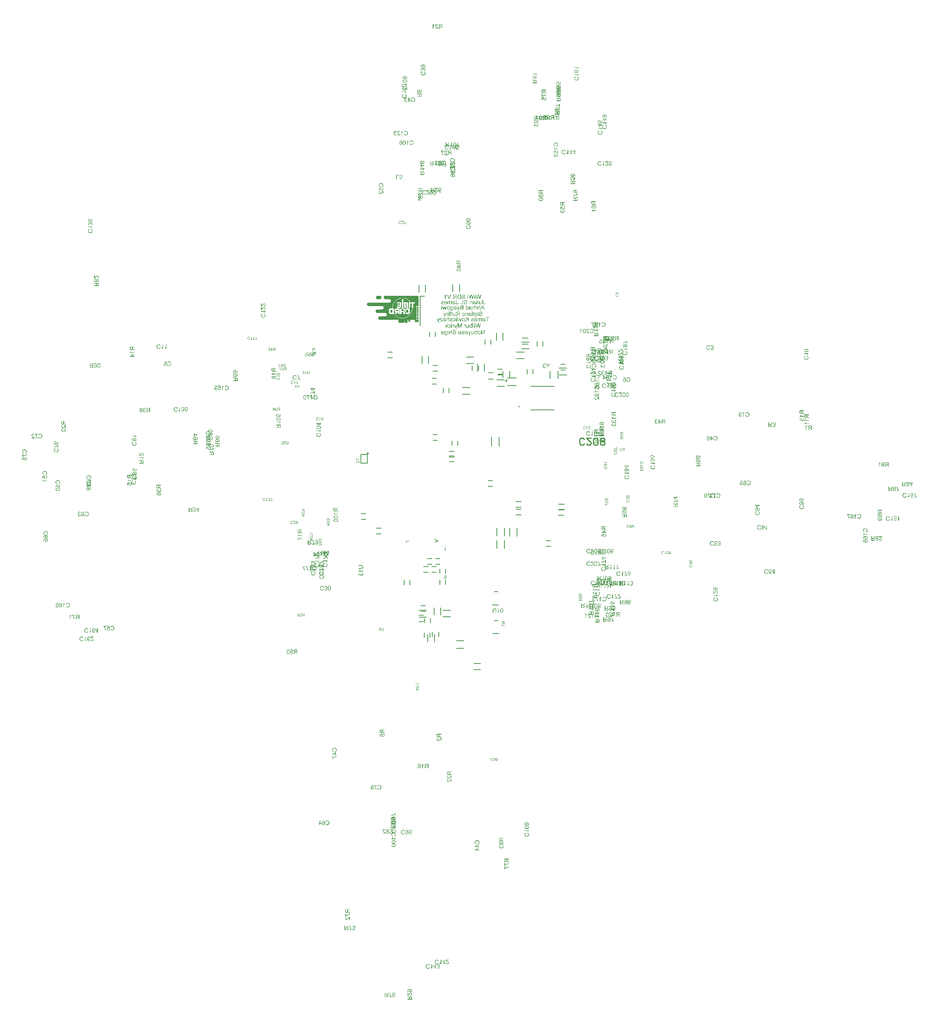
<source format=gbo>
G04*
G04 #@! TF.GenerationSoftware,Altium Limited,Altium Designer,24.2.2 (26)*
G04*
G04 Layer_Color=39423*
%FSLAX44Y44*%
%MOMM*%
G71*
G04*
G04 #@! TF.SameCoordinates,ED65E515-8F89-4409-9B4D-6018ACB33687*
G04*
G04*
G04 #@! TF.FilePolarity,Positive*
G04*
G01*
G75*
%ADD10C,0.2500*%
%ADD11C,0.2000*%
%ADD14C,0.1270*%
%ADD15C,0.1000*%
%ADD16C,0.2540*%
G36*
X82370Y851721D02*
X82809D01*
Y851696D01*
X82980D01*
Y851672D01*
X83053D01*
Y851648D01*
X83224D01*
Y851623D01*
X83298D01*
Y851599D01*
X83420D01*
Y851574D01*
X83493D01*
Y851550D01*
X83542D01*
Y851525D01*
X83639D01*
Y851501D01*
X83664D01*
Y851477D01*
X83762D01*
Y851452D01*
X83810D01*
Y851428D01*
X83884D01*
Y851403D01*
X83933D01*
Y851379D01*
X83981D01*
Y851355D01*
X84030D01*
Y851330D01*
X84079D01*
Y851306D01*
X84128D01*
Y851281D01*
X84177D01*
Y851257D01*
X84201D01*
Y851232D01*
X84275D01*
Y851208D01*
X84299D01*
Y851184D01*
X84348D01*
Y851159D01*
X84372D01*
Y851135D01*
X84421D01*
Y851110D01*
X84445D01*
Y851086D01*
X84494D01*
Y851061D01*
X84519D01*
Y851037D01*
X84543D01*
Y851013D01*
X84592D01*
Y850988D01*
X84641D01*
Y850964D01*
X84665D01*
Y850939D01*
X84690D01*
Y850915D01*
X84714D01*
Y850891D01*
X84763D01*
Y850866D01*
X84787D01*
Y850842D01*
X84812D01*
Y850817D01*
X84836D01*
Y850793D01*
X84861D01*
Y850769D01*
X84885D01*
Y850744D01*
X84909D01*
Y850720D01*
X84958D01*
Y850671D01*
X85007D01*
Y850646D01*
X85031D01*
Y850622D01*
X85056D01*
Y850598D01*
X85080D01*
Y850549D01*
X85129D01*
Y850500D01*
X85178D01*
Y850451D01*
X85202D01*
Y850426D01*
X85227D01*
Y850402D01*
X85251D01*
Y850378D01*
X85276D01*
Y850353D01*
X85300D01*
Y850304D01*
X85349D01*
Y850256D01*
X85373D01*
Y850231D01*
X85398D01*
Y850207D01*
X85422D01*
Y850158D01*
X85447D01*
Y850134D01*
X85471D01*
Y850085D01*
X85496D01*
Y850060D01*
X85520D01*
Y850036D01*
X85544D01*
Y849987D01*
X85569D01*
Y849962D01*
X85593D01*
Y849889D01*
X85618D01*
Y849865D01*
X85642D01*
Y849816D01*
X85667D01*
Y849767D01*
X85691D01*
Y849743D01*
X85715D01*
Y849669D01*
X85740D01*
Y849645D01*
X85764D01*
Y849572D01*
X85789D01*
Y849547D01*
X85813D01*
Y849499D01*
X85837D01*
Y849425D01*
X85862D01*
Y849376D01*
X85886D01*
Y849303D01*
X85911D01*
Y849254D01*
X85935D01*
Y849181D01*
X85960D01*
Y849108D01*
X85984D01*
Y849059D01*
X86008D01*
Y848937D01*
X86033D01*
Y848888D01*
X86057D01*
Y848742D01*
X86082D01*
Y848644D01*
X86106D01*
Y848522D01*
X86131D01*
Y848302D01*
X86155D01*
Y848131D01*
X86179D01*
Y847691D01*
X86155D01*
Y847496D01*
X86131D01*
Y847276D01*
X86106D01*
Y847178D01*
X86082D01*
Y847056D01*
X86057D01*
Y846934D01*
X86033D01*
Y846861D01*
X86008D01*
Y846763D01*
X85984D01*
Y846714D01*
X85960D01*
Y846617D01*
X85935D01*
Y846544D01*
X85911D01*
Y846519D01*
X85886D01*
Y846422D01*
X85862D01*
Y846373D01*
X85837D01*
Y846324D01*
X85813D01*
Y846275D01*
X85789D01*
Y846226D01*
X85764D01*
Y846153D01*
X85740D01*
Y846128D01*
X85715D01*
Y846080D01*
X85691D01*
Y846031D01*
X85667D01*
Y845982D01*
X85642D01*
Y845957D01*
X85618D01*
Y845909D01*
X85593D01*
Y845860D01*
X85569D01*
Y845835D01*
X85544D01*
Y845787D01*
X85520D01*
Y845762D01*
X85496D01*
Y845713D01*
X85471D01*
Y845689D01*
X85447D01*
Y845664D01*
X85422D01*
Y845616D01*
X85398D01*
Y845591D01*
X85373D01*
Y845567D01*
X85349D01*
Y845518D01*
X85325D01*
Y845493D01*
X85300D01*
Y845469D01*
X85276D01*
Y845445D01*
X85251D01*
Y845396D01*
X85227D01*
Y845371D01*
X85202D01*
Y845347D01*
X85178D01*
Y845322D01*
X85154D01*
Y845298D01*
X85129D01*
Y845274D01*
X85105D01*
Y845249D01*
X85080D01*
Y845225D01*
X85056D01*
Y845200D01*
X85031D01*
Y845176D01*
X85007D01*
Y845152D01*
X84983D01*
Y845127D01*
X84958D01*
Y845103D01*
X84934D01*
Y845078D01*
X84909D01*
Y845054D01*
X84885D01*
Y845030D01*
X84861D01*
Y845005D01*
X84812D01*
Y844981D01*
X84787D01*
Y844956D01*
X84763D01*
Y844932D01*
X84739D01*
Y844907D01*
X84714D01*
Y844883D01*
X84690D01*
Y844858D01*
X84641D01*
Y844834D01*
X84616D01*
Y844810D01*
X84567D01*
Y844785D01*
X84543D01*
Y844761D01*
X84519D01*
Y844736D01*
X84470D01*
Y844712D01*
X84445D01*
Y844688D01*
X84397D01*
Y844663D01*
X84348D01*
Y844639D01*
X84323D01*
Y844614D01*
X84275D01*
Y844590D01*
X84250D01*
Y844566D01*
X84177D01*
Y844541D01*
X84152D01*
Y844517D01*
X84103D01*
Y844492D01*
X84055D01*
Y844468D01*
X84006D01*
Y844443D01*
X83933D01*
Y844419D01*
X83908D01*
Y844395D01*
X83835D01*
Y844370D01*
X83786D01*
Y844346D01*
X83737D01*
Y844321D01*
X83639D01*
Y844297D01*
X83591D01*
Y844272D01*
X83493D01*
Y844248D01*
X83444D01*
Y844224D01*
X83346D01*
Y844199D01*
X83249D01*
Y844175D01*
X83175D01*
Y844150D01*
X82980D01*
Y844126D01*
X82858D01*
Y844101D01*
X82565D01*
Y844077D01*
X77632D01*
Y844101D01*
X77315D01*
Y844126D01*
X77192D01*
Y844150D01*
X77021D01*
Y844175D01*
X76948D01*
Y844199D01*
X76850D01*
Y844224D01*
X76753D01*
Y844248D01*
X76680D01*
Y844272D01*
X76582D01*
Y844297D01*
X76557D01*
Y844321D01*
X76460D01*
Y844346D01*
X76411D01*
Y844370D01*
X76362D01*
Y844395D01*
X76289D01*
Y844419D01*
X76240D01*
Y844443D01*
X76191D01*
Y844468D01*
X76142D01*
Y844492D01*
X76093D01*
Y844517D01*
X76045D01*
Y844541D01*
X75996D01*
Y844566D01*
X75947D01*
Y844590D01*
X75922D01*
Y844614D01*
X75874D01*
Y844639D01*
X75825D01*
Y844663D01*
X75800D01*
Y844688D01*
X75752D01*
Y844712D01*
X75727D01*
Y844736D01*
X75678D01*
Y844761D01*
X75654D01*
Y844785D01*
X75605D01*
Y844810D01*
X75581D01*
Y844834D01*
X75556D01*
Y844858D01*
X75507D01*
Y844883D01*
X75483D01*
Y844907D01*
X75458D01*
Y844932D01*
X75434D01*
Y844956D01*
X75385D01*
Y844981D01*
X75361D01*
Y845005D01*
X75336D01*
Y845030D01*
X75287D01*
Y845078D01*
X75263D01*
Y845103D01*
X75239D01*
Y845127D01*
X75214D01*
Y845152D01*
X75165D01*
Y845176D01*
Y845200D01*
X75141D01*
Y845225D01*
X75117D01*
Y845249D01*
X75092D01*
Y845274D01*
X75068D01*
Y845298D01*
X75043D01*
Y845322D01*
X74994D01*
Y845371D01*
X74970D01*
Y845396D01*
X74946D01*
Y845420D01*
X74921D01*
Y845445D01*
X74897D01*
Y845469D01*
X74872D01*
Y845518D01*
X74848D01*
Y845542D01*
X74823D01*
Y845567D01*
X74799D01*
Y845616D01*
X74775D01*
Y845640D01*
X74750D01*
Y845689D01*
X74726D01*
Y845713D01*
X74701D01*
Y845762D01*
X74677D01*
Y845787D01*
X74653D01*
Y845811D01*
X74628D01*
Y845860D01*
X74604D01*
Y845884D01*
X74579D01*
Y845933D01*
X74555D01*
Y845982D01*
X74530D01*
Y846006D01*
X74506D01*
Y846055D01*
X74482D01*
Y846104D01*
X74457D01*
Y846177D01*
X74433D01*
Y846202D01*
X74408D01*
Y846251D01*
X74384D01*
Y846299D01*
X74359D01*
Y846348D01*
X74335D01*
Y846422D01*
X74311D01*
Y846470D01*
X74286D01*
Y846544D01*
X74262D01*
Y846592D01*
X74237D01*
Y846666D01*
X74213D01*
Y846763D01*
X74188D01*
Y846812D01*
X74164D01*
Y846934D01*
X74140D01*
Y847008D01*
X74115D01*
Y847130D01*
X74091D01*
Y847252D01*
X74066D01*
Y847374D01*
X74042D01*
Y847765D01*
X74018D01*
Y848058D01*
X74042D01*
Y848424D01*
X74066D01*
Y848570D01*
X74091D01*
Y848668D01*
X74115D01*
Y848815D01*
X74140D01*
Y848888D01*
X74164D01*
Y849010D01*
X74188D01*
Y849059D01*
X74213D01*
Y849132D01*
X74237D01*
Y849230D01*
X74262D01*
Y849254D01*
X74286D01*
Y849352D01*
X74311D01*
Y849401D01*
X74335D01*
Y849450D01*
X74359D01*
Y849523D01*
X74384D01*
Y849547D01*
X74408D01*
Y849621D01*
X74433D01*
Y849645D01*
X74457D01*
Y849718D01*
X74482D01*
Y849743D01*
X74506D01*
Y849792D01*
X74530D01*
Y849840D01*
X74555D01*
Y849865D01*
X74579D01*
Y849938D01*
X74604D01*
Y849962D01*
X74628D01*
Y850011D01*
X74653D01*
Y850036D01*
X74677D01*
Y850060D01*
X74701D01*
Y850109D01*
X74726D01*
Y850134D01*
X74750D01*
Y850182D01*
X74775D01*
Y850207D01*
X74799D01*
Y850231D01*
X74823D01*
Y850280D01*
X74848D01*
Y850304D01*
X74872D01*
Y850329D01*
X74897D01*
Y850353D01*
X74921D01*
Y850402D01*
X74946D01*
Y850426D01*
X74970D01*
Y850451D01*
X74994D01*
Y850475D01*
X75019D01*
Y850500D01*
X75043D01*
Y850524D01*
X75068D01*
Y850549D01*
X75092D01*
Y850573D01*
X75117D01*
Y850598D01*
X75141D01*
Y850622D01*
X75165D01*
Y850646D01*
X75190D01*
Y850671D01*
X75214D01*
Y850695D01*
X75239D01*
Y850720D01*
X75263D01*
Y850744D01*
X75287D01*
Y850769D01*
X75312D01*
Y850793D01*
X75336D01*
Y850817D01*
X75361D01*
Y850842D01*
X75410D01*
Y850866D01*
X75434D01*
Y850891D01*
X75458D01*
Y850915D01*
X75483D01*
Y850939D01*
X75532D01*
Y850964D01*
X75556D01*
Y850988D01*
X75581D01*
Y851013D01*
X75629D01*
Y851037D01*
X75654D01*
Y851061D01*
X75703D01*
Y851086D01*
X75727D01*
Y851110D01*
X75776D01*
Y851135D01*
X75800D01*
Y851159D01*
X75849D01*
Y851184D01*
X75898D01*
Y851208D01*
X75922D01*
Y851232D01*
X75971D01*
Y851257D01*
X76020D01*
Y851281D01*
X76045D01*
Y851306D01*
X76118D01*
Y851330D01*
X76142D01*
Y851355D01*
X76216D01*
Y851379D01*
X76264D01*
Y851403D01*
X76313D01*
Y851428D01*
X76386D01*
Y851452D01*
X76435D01*
Y851477D01*
X76508D01*
Y851501D01*
X76557D01*
Y851525D01*
X76631D01*
Y851550D01*
X76704D01*
Y851574D01*
X76777D01*
Y851599D01*
X76899D01*
Y851623D01*
X76972D01*
Y851648D01*
X77119D01*
Y851672D01*
X77217D01*
Y851696D01*
X77388D01*
Y851721D01*
X77803D01*
Y851745D01*
X82370D01*
Y851721D01*
D02*
G37*
G36*
X169406D02*
X169431D01*
Y851672D01*
X169455D01*
Y851623D01*
X169431D01*
Y828325D01*
X169406D01*
Y828301D01*
X163838D01*
Y828325D01*
X163790D01*
Y822391D01*
Y822367D01*
Y821854D01*
X169431D01*
Y820486D01*
X169455D01*
Y820462D01*
X169431D01*
Y820389D01*
X163790D01*
Y820364D01*
X163765D01*
Y820340D01*
X163790D01*
Y813966D01*
X163765D01*
Y813941D01*
X163790D01*
Y813917D01*
X163863D01*
Y813941D01*
X163912D01*
Y813917D01*
X169309D01*
Y813941D01*
X169333D01*
Y813917D01*
X169431D01*
Y812476D01*
X169382D01*
Y812452D01*
X163863D01*
Y812476D01*
X163790D01*
Y806005D01*
X169431D01*
Y804539D01*
X169382D01*
Y804515D01*
X163863D01*
Y804539D01*
X163790D01*
Y798092D01*
X169431D01*
Y792890D01*
X169455D01*
Y792842D01*
X169431D01*
Y792817D01*
X160737D01*
Y792842D01*
X160713D01*
Y797897D01*
X160688D01*
Y797921D01*
X160664D01*
Y797994D01*
X160639D01*
Y798019D01*
X160615D01*
Y798068D01*
X160590D01*
Y798092D01*
X160566D01*
Y798117D01*
X160541D01*
Y798141D01*
X160517D01*
Y798165D01*
X160468D01*
Y798190D01*
X160444D01*
Y798214D01*
X160371D01*
Y798239D01*
X160322D01*
Y798263D01*
X151310D01*
Y798239D01*
X151262D01*
Y798214D01*
X151188D01*
Y798190D01*
X151139D01*
Y798165D01*
X151115D01*
Y798141D01*
X151091D01*
Y798117D01*
X151066D01*
Y798092D01*
X151042D01*
Y798068D01*
X151017D01*
Y798043D01*
X150993D01*
Y797994D01*
X150969D01*
Y797970D01*
X150944D01*
Y797897D01*
X150920D01*
Y797799D01*
X150895D01*
Y794331D01*
X150871D01*
Y794258D01*
X150846D01*
Y794209D01*
X150822D01*
Y794160D01*
X150798D01*
Y794136D01*
X150773D01*
Y794111D01*
X150749D01*
Y794087D01*
X150724D01*
Y794063D01*
X150700D01*
Y794038D01*
X150651D01*
Y794014D01*
X150627D01*
Y793989D01*
X150553D01*
Y793965D01*
X150480D01*
Y793941D01*
X146939D01*
Y793965D01*
X146866D01*
Y793989D01*
X146792D01*
Y794014D01*
X146768D01*
Y794038D01*
X146719D01*
Y794063D01*
X146695D01*
Y794087D01*
X146670D01*
Y794111D01*
X146646D01*
Y794136D01*
X146622D01*
Y794160D01*
X146597D01*
Y794234D01*
X146573D01*
Y794258D01*
X146548D01*
Y794331D01*
X146524D01*
Y794478D01*
X146499D01*
Y797384D01*
X146475D01*
Y797506D01*
X146451D01*
Y797555D01*
X146426D01*
Y797628D01*
X146402D01*
Y797677D01*
X146377D01*
Y797726D01*
X146353D01*
Y797775D01*
X146328D01*
Y797799D01*
X146304D01*
Y797823D01*
X146280D01*
Y797848D01*
X146255D01*
Y797897D01*
X146231D01*
Y797921D01*
X146206D01*
Y797946D01*
X146182D01*
Y797970D01*
X146158D01*
Y797994D01*
X146133D01*
Y798019D01*
X146084D01*
Y798043D01*
X146060D01*
Y798068D01*
X146035D01*
Y798092D01*
X145987D01*
Y798117D01*
X145962D01*
Y798141D01*
X145889D01*
Y798165D01*
X145840D01*
Y798190D01*
X145791D01*
Y798214D01*
X145694D01*
Y798239D01*
X145571D01*
Y798263D01*
X145278D01*
Y798239D01*
X145181D01*
Y798214D01*
X145083D01*
Y798190D01*
X145010D01*
Y798165D01*
X144985D01*
Y798141D01*
X144912D01*
Y798117D01*
X144888D01*
Y798092D01*
X144839D01*
Y798068D01*
X144814D01*
Y798043D01*
X144766D01*
Y798019D01*
X144741D01*
Y797994D01*
X144717D01*
Y797970D01*
X144692D01*
Y797946D01*
X144668D01*
Y797921D01*
X144643D01*
Y797897D01*
X144619D01*
Y797872D01*
X144595D01*
Y797848D01*
X144570D01*
Y797823D01*
X144546D01*
Y797775D01*
X144521D01*
Y797750D01*
X144497D01*
Y797701D01*
X144473D01*
Y797653D01*
X144448D01*
Y797604D01*
X144424D01*
Y797530D01*
X144399D01*
Y797482D01*
X144375D01*
Y797335D01*
X144350D01*
Y792133D01*
X144326D01*
Y792060D01*
X144302D01*
Y791987D01*
X144277D01*
Y791962D01*
X144253D01*
Y791914D01*
X144228D01*
Y791889D01*
X144204D01*
Y791865D01*
X144179D01*
Y791840D01*
X144155D01*
Y791816D01*
X144106D01*
Y791792D01*
X144082D01*
Y791767D01*
X144033D01*
Y791743D01*
X143935D01*
Y791718D01*
X138196D01*
Y791743D01*
X138123D01*
Y791767D01*
X138050D01*
Y791792D01*
X138025D01*
Y791816D01*
X137977D01*
Y791840D01*
X137952D01*
Y791865D01*
X137928D01*
Y791914D01*
X137903D01*
Y791938D01*
X137879D01*
Y791962D01*
X137854D01*
Y792011D01*
X137830D01*
Y792060D01*
X137806D01*
Y795528D01*
X137781D01*
Y795674D01*
X137757D01*
Y795748D01*
X137732D01*
Y795797D01*
X137708D01*
Y795821D01*
X137683D01*
Y795870D01*
X137659D01*
Y795894D01*
X137634D01*
Y795919D01*
X137610D01*
Y795943D01*
X137586D01*
Y795967D01*
X137561D01*
Y795992D01*
X137513D01*
Y796016D01*
X137464D01*
Y796041D01*
X137390D01*
Y796065D01*
X137317D01*
Y796090D01*
X137171D01*
Y796065D01*
X137122D01*
Y796041D01*
X137024D01*
Y796016D01*
X136975D01*
Y795992D01*
X136951D01*
Y795967D01*
X136902D01*
Y795943D01*
X136877D01*
Y795919D01*
X136853D01*
Y795894D01*
X136829D01*
Y795870D01*
X136804D01*
Y795821D01*
X136780D01*
Y795772D01*
X136755D01*
Y795699D01*
X136731D01*
Y795650D01*
X136707D01*
Y792109D01*
X136682D01*
Y792036D01*
X136658D01*
Y791987D01*
X136633D01*
Y791938D01*
X136609D01*
Y791914D01*
X136585D01*
Y791889D01*
X136560D01*
Y791865D01*
X136536D01*
Y791840D01*
X136511D01*
Y791816D01*
X136462D01*
Y791792D01*
X136438D01*
Y791767D01*
X136389D01*
Y791743D01*
X136316D01*
Y791718D01*
X125106D01*
Y791743D01*
X125033D01*
Y791767D01*
X124960D01*
Y791792D01*
X124936D01*
Y791816D01*
X124887D01*
Y791840D01*
X124862D01*
Y791865D01*
X124838D01*
Y791889D01*
X124813D01*
Y791914D01*
X124789D01*
Y791962D01*
X124765D01*
Y791987D01*
X124740D01*
Y792060D01*
X124716D01*
Y792133D01*
X124691D01*
Y797848D01*
X124667D01*
Y797921D01*
X124642D01*
Y797970D01*
X124618D01*
Y798019D01*
X124594D01*
Y798043D01*
X124569D01*
Y798068D01*
X124545D01*
Y798117D01*
X124496D01*
Y798141D01*
X124472D01*
Y798165D01*
X124447D01*
Y798190D01*
X124398D01*
Y798214D01*
X124325D01*
Y798239D01*
X124276D01*
Y798263D01*
X82199D01*
Y798288D01*
X82125D01*
Y798312D01*
X82003D01*
Y798336D01*
X81930D01*
Y798361D01*
X81857D01*
Y798385D01*
X81784D01*
Y798410D01*
X81735D01*
Y798434D01*
X81661D01*
Y798458D01*
X81613D01*
Y798483D01*
X81539D01*
Y798507D01*
X81490D01*
Y798532D01*
X81466D01*
Y798556D01*
X81393D01*
Y798580D01*
X81368D01*
Y798605D01*
X81320D01*
Y798629D01*
X81271D01*
Y798654D01*
X81246D01*
Y798678D01*
X81197D01*
Y798703D01*
X81173D01*
Y798727D01*
X81124D01*
Y798752D01*
X81100D01*
Y798776D01*
X81051D01*
Y798800D01*
X81026D01*
Y798825D01*
X81002D01*
Y798849D01*
X80953D01*
Y798874D01*
X80929D01*
Y798898D01*
X80904D01*
Y798923D01*
X80856D01*
Y798947D01*
X80831D01*
Y798971D01*
X80807D01*
Y798996D01*
X80782D01*
Y799020D01*
X80733D01*
Y799045D01*
X80709D01*
Y799069D01*
X80684D01*
Y799093D01*
X80660D01*
Y799142D01*
X80611D01*
Y799191D01*
X80562D01*
Y799215D01*
X80538D01*
Y799240D01*
X80514D01*
Y799264D01*
X80489D01*
Y799313D01*
X80440D01*
Y799338D01*
X80416D01*
Y799362D01*
X80392D01*
Y799411D01*
X80367D01*
Y799435D01*
X80343D01*
Y799460D01*
X80318D01*
Y799484D01*
X80294D01*
Y799509D01*
X80269D01*
Y799557D01*
X80245D01*
Y799582D01*
X80220D01*
Y799606D01*
X80196D01*
Y799655D01*
X80172D01*
Y799679D01*
X80147D01*
Y799704D01*
X80123D01*
Y799753D01*
X80098D01*
Y799777D01*
X80074D01*
Y799826D01*
X80050D01*
Y799850D01*
X80025D01*
Y799899D01*
X80001D01*
Y799924D01*
X79976D01*
Y799973D01*
X79952D01*
Y799997D01*
X79928D01*
Y800046D01*
X79903D01*
Y800095D01*
X79879D01*
Y800119D01*
X79854D01*
Y800192D01*
X79830D01*
Y800217D01*
X79805D01*
Y800266D01*
X79781D01*
Y800314D01*
X79757D01*
Y800363D01*
X79732D01*
Y800436D01*
X79708D01*
Y800461D01*
X79683D01*
Y800534D01*
X79659D01*
Y800583D01*
X79634D01*
Y800656D01*
X79610D01*
Y800754D01*
X79586D01*
Y800779D01*
X79561D01*
Y800876D01*
X79537D01*
Y800949D01*
X79512D01*
Y801023D01*
X79488D01*
Y801120D01*
X79464D01*
Y801194D01*
X79439D01*
Y801365D01*
X79415D01*
Y801487D01*
X79390D01*
Y801706D01*
X79366D01*
Y802024D01*
X79341D01*
Y802146D01*
X79366D01*
Y802439D01*
X79390D01*
Y802659D01*
X79415D01*
Y802781D01*
X79439D01*
Y802927D01*
X79464D01*
Y803025D01*
X79488D01*
Y803098D01*
X79512D01*
Y803172D01*
X79537D01*
Y803245D01*
X79561D01*
Y803343D01*
X79586D01*
Y803391D01*
X79610D01*
Y803489D01*
X79634D01*
Y803514D01*
X79659D01*
Y803562D01*
X79683D01*
Y803636D01*
X79708D01*
Y803685D01*
X79732D01*
Y803733D01*
X79757D01*
Y803782D01*
X79781D01*
Y803831D01*
X79805D01*
Y803880D01*
X79830D01*
Y803929D01*
X79854D01*
Y803978D01*
X79879D01*
Y804002D01*
X79903D01*
Y804051D01*
X79928D01*
Y804100D01*
X79952D01*
Y804124D01*
X79976D01*
Y804173D01*
X80001D01*
Y804197D01*
X80025D01*
Y804246D01*
X80050D01*
Y804271D01*
X80074D01*
Y804320D01*
X80098D01*
Y804344D01*
X80123D01*
Y804368D01*
X80147D01*
Y804417D01*
X80196D01*
Y804466D01*
X80220D01*
Y804491D01*
X80245D01*
Y804515D01*
X80269D01*
Y804539D01*
X80294D01*
Y804564D01*
X80318D01*
Y804613D01*
X80343D01*
Y804637D01*
X80367D01*
Y804661D01*
X80392D01*
Y804686D01*
X80416D01*
Y804710D01*
X80440D01*
Y804735D01*
X80465D01*
Y804759D01*
X80489D01*
Y804783D01*
X80514D01*
Y804808D01*
X80538D01*
Y804832D01*
X80562D01*
Y804857D01*
X80587D01*
Y804881D01*
X80611D01*
Y804906D01*
X80636D01*
Y804930D01*
X80684D01*
Y804954D01*
X80709D01*
Y804979D01*
X80733D01*
Y805003D01*
X80758D01*
Y805028D01*
X80782D01*
Y805052D01*
X80831D01*
Y805077D01*
X80856D01*
Y805101D01*
X80880D01*
Y805125D01*
X80929D01*
Y805150D01*
X80953D01*
Y805174D01*
X81002D01*
Y805199D01*
X81026D01*
Y805223D01*
X81051D01*
Y805247D01*
X81100D01*
Y805272D01*
X81124D01*
Y805296D01*
X81173D01*
Y805321D01*
X81197D01*
Y805345D01*
X81246D01*
Y805370D01*
X81295D01*
Y805394D01*
X81320D01*
Y805418D01*
X81393D01*
Y805443D01*
X81417D01*
Y805467D01*
X81490D01*
Y805492D01*
X81515D01*
Y805516D01*
X81564D01*
Y805541D01*
X81637D01*
Y805565D01*
X81661D01*
Y805589D01*
X81735D01*
Y805614D01*
X81784D01*
Y805638D01*
X81881D01*
Y805663D01*
X81930D01*
Y805687D01*
X82003D01*
Y805712D01*
X82101D01*
Y805736D01*
X82150D01*
Y805760D01*
X82272D01*
Y805785D01*
X82345D01*
Y805809D01*
X82443D01*
Y805834D01*
X82614D01*
Y805858D01*
X82736D01*
Y805882D01*
X94727D01*
Y805907D01*
X94922D01*
Y805931D01*
X95166D01*
Y805956D01*
X95288D01*
Y805980D01*
X95386D01*
Y806005D01*
X95533D01*
Y806029D01*
X95581D01*
Y806053D01*
X95703D01*
Y806078D01*
X95777D01*
Y806102D01*
X95850D01*
Y806127D01*
X95923D01*
Y806151D01*
X95972D01*
Y806176D01*
X96045D01*
Y806200D01*
X96094D01*
Y806224D01*
X96167D01*
Y806249D01*
X96216D01*
Y806273D01*
X96265D01*
Y806298D01*
X96314D01*
Y806322D01*
X96339D01*
Y806347D01*
X96412D01*
Y806371D01*
X96461D01*
Y806395D01*
X96485D01*
Y806420D01*
X96534D01*
Y806444D01*
X96583D01*
Y806469D01*
X96631D01*
Y806493D01*
X96656D01*
Y806517D01*
X96705D01*
Y806542D01*
X96729D01*
Y806566D01*
X96778D01*
Y806591D01*
X96803D01*
Y806615D01*
X96827D01*
Y806639D01*
X96876D01*
Y806664D01*
X96900D01*
Y806688D01*
X96949D01*
Y806713D01*
X96973D01*
Y806737D01*
X96998D01*
Y806762D01*
X97047D01*
Y806786D01*
X97071D01*
Y806811D01*
X97095D01*
Y806835D01*
X97120D01*
Y806859D01*
X97144D01*
Y806884D01*
X97193D01*
Y806933D01*
X97242D01*
Y806957D01*
X97267D01*
Y806981D01*
X97291D01*
Y807006D01*
X97315D01*
Y807030D01*
X97340D01*
Y807055D01*
X97364D01*
Y807079D01*
X97389D01*
Y807104D01*
X97413D01*
Y807152D01*
X97437D01*
Y807177D01*
X97486D01*
Y807226D01*
X97511D01*
Y807250D01*
X97535D01*
Y807274D01*
X97559D01*
Y807299D01*
X97584D01*
Y807323D01*
X97608D01*
Y807372D01*
X97633D01*
Y807397D01*
X97657D01*
Y807421D01*
X97682D01*
Y807470D01*
X97706D01*
Y807494D01*
X97731D01*
Y807519D01*
X97755D01*
Y807543D01*
X97779D01*
Y807592D01*
X97804D01*
Y807641D01*
X97828D01*
Y807665D01*
X97853D01*
Y807714D01*
X97877D01*
Y807738D01*
X97901D01*
Y807787D01*
X97926D01*
Y807812D01*
X97950D01*
Y807885D01*
X97975D01*
Y807909D01*
X97999D01*
Y807958D01*
X98024D01*
Y808007D01*
X98048D01*
Y808031D01*
X98072D01*
Y808129D01*
X98097D01*
Y808154D01*
X98121D01*
Y808203D01*
X98146D01*
Y808276D01*
X98170D01*
Y808325D01*
X98195D01*
Y808398D01*
X98219D01*
Y808447D01*
X98243D01*
Y808544D01*
X98268D01*
Y808618D01*
X98292D01*
Y808667D01*
X98317D01*
Y808789D01*
X98341D01*
Y808862D01*
X98365D01*
Y809008D01*
X98390D01*
Y809130D01*
X98414D01*
Y809301D01*
X98439D01*
Y809326D01*
X98414D01*
Y809350D01*
X98439D01*
Y810132D01*
X98414D01*
Y810303D01*
X98390D01*
Y810400D01*
X98365D01*
Y810547D01*
X98341D01*
Y810645D01*
X98317D01*
Y810742D01*
X98292D01*
Y810816D01*
X98268D01*
Y810889D01*
X98243D01*
Y810962D01*
X98219D01*
Y811011D01*
X98195D01*
Y811109D01*
X98170D01*
Y811157D01*
X98146D01*
Y811206D01*
X98121D01*
Y811255D01*
X98097D01*
Y811304D01*
X98072D01*
Y811377D01*
X98048D01*
Y811402D01*
X98024D01*
Y811475D01*
X97999D01*
Y811499D01*
X97975D01*
Y811548D01*
X97950D01*
Y811597D01*
X97926D01*
Y811621D01*
X97901D01*
Y811695D01*
X97877D01*
Y811719D01*
X97853D01*
Y811768D01*
X97828D01*
Y811792D01*
X97804D01*
Y811817D01*
X97779D01*
Y811866D01*
X97755D01*
Y811890D01*
X97731D01*
Y811939D01*
X97706D01*
Y811963D01*
X97682D01*
Y811988D01*
X97657D01*
Y812037D01*
X97633D01*
Y812061D01*
X97608D01*
Y812085D01*
X97584D01*
Y812110D01*
X97559D01*
Y812159D01*
X97535D01*
Y812183D01*
X97511D01*
Y812207D01*
X97486D01*
Y812232D01*
X97462D01*
Y812256D01*
X97437D01*
Y812281D01*
X97413D01*
Y812305D01*
X97389D01*
Y812330D01*
X97364D01*
Y812354D01*
X97340D01*
Y812378D01*
X97315D01*
Y812403D01*
X97291D01*
Y812427D01*
X97267D01*
Y812452D01*
X97242D01*
Y812476D01*
X97218D01*
Y812501D01*
X97193D01*
Y812525D01*
X97169D01*
Y812549D01*
X97144D01*
Y812574D01*
X97095D01*
Y812598D01*
X97071D01*
Y812623D01*
X97047D01*
Y812647D01*
X97022D01*
Y812672D01*
X96998D01*
Y812696D01*
X96973D01*
Y812720D01*
X96925D01*
Y812745D01*
X96900D01*
Y812769D01*
X96876D01*
Y812794D01*
X96827D01*
Y812818D01*
X96803D01*
Y812842D01*
X96754D01*
Y812867D01*
X96729D01*
Y812891D01*
X96680D01*
Y812916D01*
X96631D01*
Y812940D01*
X96607D01*
Y812965D01*
X96558D01*
Y812989D01*
X96534D01*
Y813013D01*
X96485D01*
Y813038D01*
X96436D01*
Y813062D01*
X96412D01*
Y813087D01*
X96339D01*
Y813111D01*
X96290D01*
Y813136D01*
X96241D01*
Y813160D01*
X96192D01*
Y813184D01*
X96143D01*
Y813209D01*
X96070D01*
Y813233D01*
X96021D01*
Y813258D01*
X95948D01*
Y813282D01*
X95899D01*
Y813307D01*
X95826D01*
Y813331D01*
X95728D01*
Y813355D01*
X95679D01*
Y813380D01*
X95557D01*
Y813404D01*
X95484D01*
Y813429D01*
X95362D01*
Y813453D01*
X95239D01*
Y813477D01*
X95117D01*
Y813502D01*
X94678D01*
Y813526D01*
X76777D01*
Y813551D01*
X76508D01*
Y813575D01*
X76386D01*
Y813599D01*
X76289D01*
Y813624D01*
X76142D01*
Y813648D01*
X76069D01*
Y813673D01*
X75971D01*
Y813697D01*
X75898D01*
Y813722D01*
X75825D01*
Y813746D01*
X75752D01*
Y813771D01*
X75703D01*
Y813795D01*
X75605D01*
Y813819D01*
X75581D01*
Y813844D01*
X75507D01*
Y813868D01*
X75458D01*
Y813893D01*
X75410D01*
Y813917D01*
X75361D01*
Y813941D01*
X75312D01*
Y813966D01*
X75239D01*
Y813990D01*
X75214D01*
Y814015D01*
X75165D01*
Y814039D01*
X75117D01*
Y814063D01*
X75092D01*
Y814088D01*
X75043D01*
Y814112D01*
X75019D01*
Y814137D01*
X74970D01*
Y814161D01*
X74921D01*
Y814186D01*
X74897D01*
Y814210D01*
X74848D01*
Y814234D01*
X74823D01*
Y814259D01*
X74775D01*
Y814283D01*
X74750D01*
Y814308D01*
X74726D01*
Y814332D01*
X74701D01*
Y814357D01*
X74677D01*
Y814381D01*
X74628D01*
Y814405D01*
X74604D01*
Y814430D01*
X74555D01*
Y814454D01*
X74530D01*
Y814479D01*
X74506D01*
Y814503D01*
X74482D01*
Y814528D01*
X74457D01*
Y814552D01*
X74433D01*
Y814576D01*
X74408D01*
Y814601D01*
X74384D01*
Y814625D01*
X74359D01*
Y814650D01*
X74335D01*
Y814674D01*
X74311D01*
Y814698D01*
X74286D01*
Y814723D01*
X74262D01*
Y814747D01*
X74237D01*
Y814772D01*
X74213D01*
Y814796D01*
X74188D01*
Y814821D01*
X74164D01*
Y814845D01*
X74140D01*
Y814869D01*
X74115D01*
Y814918D01*
X74091D01*
Y814943D01*
X74066D01*
Y814967D01*
X74042D01*
Y815016D01*
X73993D01*
Y815065D01*
X73969D01*
Y815089D01*
X73944D01*
Y815138D01*
X73920D01*
Y815163D01*
X73896D01*
Y815187D01*
X73871D01*
Y815236D01*
X73847D01*
Y815260D01*
X73822D01*
Y815309D01*
X73798D01*
Y815333D01*
X73773D01*
Y815382D01*
X73749D01*
Y815431D01*
X73724D01*
Y815455D01*
X73700D01*
Y815529D01*
X73676D01*
Y815553D01*
X73651D01*
Y815602D01*
X73627D01*
Y815651D01*
X73602D01*
Y815675D01*
X73578D01*
Y815773D01*
X73554D01*
Y815797D01*
X73529D01*
Y815871D01*
X73505D01*
Y815919D01*
X73480D01*
Y815968D01*
X73456D01*
Y816042D01*
X73432D01*
Y816090D01*
X73407D01*
Y816188D01*
X73383D01*
Y816261D01*
X73358D01*
Y816359D01*
X73334D01*
Y816432D01*
X73309D01*
Y816506D01*
X73285D01*
Y816701D01*
X73260D01*
Y816799D01*
X73236D01*
Y817067D01*
X73212D01*
Y817605D01*
X73236D01*
Y817898D01*
X73260D01*
Y818020D01*
X73285D01*
Y818166D01*
X73309D01*
Y818264D01*
X73334D01*
Y818362D01*
X73358D01*
Y818459D01*
X73383D01*
Y818508D01*
X73407D01*
Y818606D01*
X73432D01*
Y818655D01*
X73456D01*
Y818728D01*
X73480D01*
Y818777D01*
X73505D01*
Y818826D01*
X73529D01*
Y818899D01*
X73554D01*
Y818948D01*
X73578D01*
Y819021D01*
X73602D01*
Y819045D01*
X73627D01*
Y819094D01*
X73651D01*
Y819143D01*
X73676D01*
Y819192D01*
X73700D01*
Y819241D01*
X73724D01*
Y819265D01*
X73749D01*
Y819314D01*
X73773D01*
Y819363D01*
X73798D01*
Y819387D01*
X73822D01*
Y819436D01*
X73847D01*
Y819461D01*
X73871D01*
Y819509D01*
X73896D01*
Y819534D01*
X73920D01*
Y819583D01*
X73944D01*
Y819607D01*
X73969D01*
Y819632D01*
X73993D01*
Y819680D01*
X74018D01*
Y819705D01*
X74042D01*
Y819729D01*
X74066D01*
Y819754D01*
X74091D01*
Y819778D01*
X74115D01*
Y819827D01*
X74140D01*
Y819851D01*
X74164D01*
Y819876D01*
X74188D01*
Y819900D01*
X74213D01*
Y819925D01*
X74237D01*
Y819949D01*
X74262D01*
Y819973D01*
X74286D01*
Y819998D01*
X74311D01*
Y820022D01*
X74335D01*
Y820047D01*
X74359D01*
Y820071D01*
X74384D01*
Y820096D01*
X74408D01*
Y820120D01*
X74433D01*
Y820144D01*
X74457D01*
Y820169D01*
X74482D01*
Y820193D01*
X74506D01*
Y820218D01*
X74530D01*
Y820242D01*
X74579D01*
Y820291D01*
X74628D01*
Y820315D01*
X74653D01*
Y820340D01*
X74677D01*
Y820364D01*
X74726D01*
Y820389D01*
X74750D01*
Y820413D01*
X74799D01*
Y820437D01*
X74823D01*
Y820462D01*
X74848D01*
Y820486D01*
X74897D01*
Y820511D01*
X74921D01*
Y820535D01*
X74970D01*
Y820559D01*
X74994D01*
Y820584D01*
X75043D01*
Y820608D01*
X75068D01*
Y820633D01*
X75117D01*
Y820657D01*
X75165D01*
Y820682D01*
X75190D01*
Y820706D01*
X75263D01*
Y820731D01*
X75312D01*
Y820755D01*
X75361D01*
Y820779D01*
X75410D01*
Y820804D01*
X75434D01*
Y820828D01*
X75507D01*
Y820853D01*
X75556D01*
Y820877D01*
X75629D01*
Y820901D01*
X75678D01*
Y820926D01*
X75727D01*
Y820950D01*
X75825D01*
Y820975D01*
X75874D01*
Y820999D01*
X75996D01*
Y821024D01*
X76045D01*
Y821048D01*
X76142D01*
Y821072D01*
X76240D01*
Y821097D01*
X76338D01*
Y821121D01*
X76533D01*
Y821146D01*
X76680D01*
Y821170D01*
X87645D01*
Y821195D01*
X87840D01*
Y821219D01*
X87889D01*
Y821195D01*
X87913D01*
Y821219D01*
X88035D01*
Y821243D01*
X88206D01*
Y821268D01*
X88279D01*
Y821292D01*
X88402D01*
Y821317D01*
X88475D01*
Y821341D01*
X88573D01*
Y821365D01*
X88646D01*
Y821390D01*
X88695D01*
Y821414D01*
X88792D01*
Y821439D01*
X88841D01*
Y821463D01*
X88914D01*
Y821488D01*
X88963D01*
Y821512D01*
X89012D01*
Y821536D01*
X89085D01*
Y821561D01*
X89110D01*
Y821585D01*
X89183D01*
Y821610D01*
X89207D01*
Y821634D01*
X89281D01*
Y821658D01*
X89305D01*
Y821683D01*
X89354D01*
Y821707D01*
X89403D01*
Y821732D01*
X89427D01*
Y821756D01*
X89476D01*
Y821781D01*
X89525D01*
Y821805D01*
X89549D01*
Y821829D01*
X89598D01*
Y821854D01*
X89623D01*
Y821878D01*
X89671D01*
Y821903D01*
X89696D01*
Y821927D01*
X89720D01*
Y821952D01*
X89769D01*
Y821976D01*
X89794D01*
Y822000D01*
X89818D01*
Y822025D01*
X89843D01*
Y822049D01*
X89891D01*
Y822074D01*
X89916D01*
Y822098D01*
X89940D01*
Y822122D01*
X89965D01*
Y822147D01*
X89989D01*
Y822171D01*
X90038D01*
Y822196D01*
X90062D01*
Y822220D01*
X90087D01*
Y822245D01*
X90111D01*
Y822269D01*
X90135D01*
Y822293D01*
X90160D01*
Y822318D01*
X90184D01*
Y822342D01*
X90209D01*
Y822367D01*
X90233D01*
Y822391D01*
X90258D01*
Y822416D01*
X90282D01*
Y822440D01*
X90307D01*
Y822464D01*
X90331D01*
Y822513D01*
X90355D01*
Y822538D01*
X90380D01*
Y822562D01*
X90404D01*
Y822587D01*
X90429D01*
Y822611D01*
X90453D01*
Y822660D01*
X90477D01*
Y822684D01*
X90502D01*
Y822709D01*
X90526D01*
Y822757D01*
X90551D01*
Y822782D01*
X90575D01*
Y822806D01*
X90599D01*
Y822831D01*
X90624D01*
Y822880D01*
X90648D01*
Y822928D01*
X90673D01*
Y822953D01*
X90697D01*
Y823002D01*
X90722D01*
Y823026D01*
X90746D01*
Y823075D01*
X90771D01*
Y823124D01*
X90795D01*
Y823173D01*
X90819D01*
Y823197D01*
X90844D01*
Y823246D01*
X90868D01*
Y823319D01*
X90893D01*
Y823344D01*
X90917D01*
Y823392D01*
X90941D01*
Y823441D01*
X90966D01*
Y823490D01*
X90990D01*
Y823588D01*
X91015D01*
Y823612D01*
X91039D01*
Y823710D01*
X91063D01*
Y823759D01*
X91088D01*
Y823832D01*
X91112D01*
Y823905D01*
X91137D01*
Y823979D01*
X91161D01*
Y824101D01*
X91186D01*
Y824174D01*
X91210D01*
Y824320D01*
X91235D01*
Y824491D01*
X91259D01*
Y824638D01*
X91283D01*
Y825346D01*
X91259D01*
Y825493D01*
X91235D01*
Y825639D01*
X91210D01*
Y825810D01*
X91186D01*
Y825883D01*
X91161D01*
Y826005D01*
X91137D01*
Y826054D01*
X91112D01*
Y826152D01*
X91088D01*
Y826225D01*
X91063D01*
Y826274D01*
X91039D01*
Y826347D01*
X91015D01*
Y826396D01*
X90990D01*
Y826494D01*
X90966D01*
Y826518D01*
X90941D01*
Y826567D01*
X90917D01*
Y826640D01*
X90893D01*
Y826665D01*
X90868D01*
Y826738D01*
X90844D01*
Y826762D01*
X90819D01*
Y826836D01*
X90795D01*
Y826860D01*
X90771D01*
Y826885D01*
X90746D01*
Y826958D01*
X90722D01*
Y826982D01*
X90697D01*
Y827031D01*
X90673D01*
Y827056D01*
X90648D01*
Y827104D01*
X90624D01*
Y827129D01*
X90599D01*
Y827153D01*
X90575D01*
Y827202D01*
X90551D01*
Y827226D01*
X90526D01*
Y827275D01*
X90502D01*
Y827300D01*
X90477D01*
Y827324D01*
X90453D01*
Y827373D01*
X90429D01*
Y827398D01*
X90404D01*
Y827422D01*
X90380D01*
Y827446D01*
X90355D01*
Y827471D01*
X90331D01*
Y827495D01*
X90307D01*
Y827520D01*
X90282D01*
Y827544D01*
X90258D01*
Y827568D01*
X90233D01*
Y827593D01*
X90209D01*
Y827617D01*
X90184D01*
Y827642D01*
X90160D01*
Y827666D01*
X90135D01*
Y827691D01*
X90111D01*
Y827715D01*
X90087D01*
Y827739D01*
X90062D01*
Y827764D01*
X90038D01*
Y827788D01*
X90013D01*
Y827813D01*
X89989D01*
Y827837D01*
X89965D01*
Y827861D01*
X89940D01*
Y827886D01*
X89916D01*
Y827910D01*
X89867D01*
Y827935D01*
X89843D01*
Y827959D01*
X89818D01*
Y827984D01*
X89769D01*
Y828008D01*
X89745D01*
Y828032D01*
X89720D01*
Y828057D01*
X89696D01*
Y828081D01*
X89647D01*
Y828106D01*
X89623D01*
Y828130D01*
X89598D01*
Y828155D01*
X89549D01*
Y828179D01*
X89501D01*
Y828203D01*
X89452D01*
Y828228D01*
X89427D01*
Y828252D01*
X89378D01*
Y828277D01*
X89330D01*
Y828301D01*
X89305D01*
Y828325D01*
X89256D01*
Y828350D01*
X89207D01*
Y828374D01*
X89159D01*
Y828399D01*
X89110D01*
Y828423D01*
X89061D01*
Y828448D01*
X88988D01*
Y828472D01*
X88963D01*
Y828496D01*
X88866D01*
Y828521D01*
X88817D01*
Y828545D01*
X88768D01*
Y828570D01*
X88695D01*
Y828594D01*
X88646D01*
Y828618D01*
X88524D01*
Y828643D01*
X88475D01*
Y828667D01*
X88377D01*
Y828692D01*
X88279D01*
Y828716D01*
X88182D01*
Y828741D01*
X88011D01*
Y828765D01*
X87864D01*
Y828790D01*
X57826D01*
Y828814D01*
X57484D01*
Y828838D01*
X57338D01*
Y828863D01*
X57167D01*
Y828887D01*
X57094D01*
Y828912D01*
X56947D01*
Y828936D01*
X56874D01*
Y828960D01*
X56801D01*
Y828985D01*
X56727D01*
Y829009D01*
X56654D01*
Y829034D01*
X56557D01*
Y829058D01*
X56532D01*
Y829082D01*
X56434D01*
Y829107D01*
X56386D01*
Y829131D01*
X56361D01*
Y829156D01*
X56263D01*
Y829180D01*
X56239D01*
Y829205D01*
X56166D01*
Y829229D01*
X56141D01*
Y829253D01*
X56093D01*
Y829278D01*
X56044D01*
Y829302D01*
X56019D01*
Y829327D01*
X55946D01*
Y829351D01*
X55922D01*
Y829376D01*
X55873D01*
Y829400D01*
X55848D01*
Y829424D01*
X55799D01*
Y829449D01*
X55751D01*
Y829473D01*
X55726D01*
Y829498D01*
X55677D01*
Y829522D01*
X55653D01*
Y829547D01*
X55628D01*
Y829571D01*
X55604D01*
Y829595D01*
X55555D01*
Y829620D01*
X55531D01*
Y829644D01*
X55506D01*
Y829669D01*
X55458D01*
Y829693D01*
X55433D01*
Y829717D01*
X55409D01*
Y829742D01*
X55384D01*
Y829766D01*
X55360D01*
Y829791D01*
X55311D01*
Y829815D01*
X55287D01*
Y829840D01*
X55262D01*
Y829864D01*
X55238D01*
Y829888D01*
X55213D01*
Y829913D01*
X55189D01*
Y829937D01*
X55164D01*
Y829962D01*
X55140D01*
Y829986D01*
X55116D01*
Y830011D01*
X55091D01*
Y830035D01*
X55067D01*
Y830059D01*
X55042D01*
Y830084D01*
X55018D01*
Y830133D01*
X54994D01*
Y830157D01*
X54969D01*
Y830181D01*
X54945D01*
Y830206D01*
X54920D01*
Y830230D01*
X54896D01*
Y830279D01*
X54871D01*
Y830304D01*
X54847D01*
Y830328D01*
X54823D01*
Y830377D01*
X54798D01*
Y830401D01*
X54774D01*
Y830426D01*
X54749D01*
Y830474D01*
X54725D01*
Y830499D01*
X54700D01*
Y830548D01*
X54676D01*
Y830572D01*
X54652D01*
Y830621D01*
X54627D01*
Y830646D01*
X54603D01*
Y830694D01*
X54578D01*
Y830743D01*
X54554D01*
Y830768D01*
X54530D01*
Y830841D01*
X54505D01*
Y830865D01*
X54481D01*
Y830938D01*
X54456D01*
Y830963D01*
X54432D01*
Y831012D01*
X54407D01*
Y831085D01*
X54383D01*
Y831109D01*
X54359D01*
Y831207D01*
X54334D01*
Y831232D01*
X54310D01*
Y831305D01*
X54285D01*
Y831378D01*
X54261D01*
Y831427D01*
X54236D01*
Y831525D01*
X54212D01*
Y831598D01*
X54188D01*
Y831720D01*
X54163D01*
Y831793D01*
X54139D01*
Y831915D01*
X54114D01*
Y832086D01*
X54090D01*
Y832160D01*
X54066D01*
Y833088D01*
X54090D01*
Y833185D01*
X54114D01*
Y833356D01*
X54139D01*
Y833454D01*
X54163D01*
Y833552D01*
X54188D01*
Y833674D01*
X54212D01*
Y833723D01*
X54236D01*
Y833820D01*
X54261D01*
Y833869D01*
X54285D01*
Y833942D01*
X54310D01*
Y834016D01*
X54334D01*
Y834064D01*
X54359D01*
Y834138D01*
X54383D01*
Y834186D01*
X54407D01*
Y834235D01*
X54432D01*
Y834284D01*
X54456D01*
Y834333D01*
X54481D01*
Y834382D01*
X54505D01*
Y834431D01*
X54530D01*
Y834480D01*
X54554D01*
Y834504D01*
X54578D01*
Y834553D01*
X54603D01*
Y834602D01*
X54627D01*
Y834626D01*
X54652D01*
Y834699D01*
X54676D01*
Y834724D01*
X54700D01*
Y834748D01*
X54725D01*
Y834773D01*
X54749D01*
Y834821D01*
X54774D01*
Y834870D01*
X54798D01*
Y834895D01*
X54823D01*
Y834919D01*
X54847D01*
Y834944D01*
X54871D01*
Y834992D01*
X54896D01*
Y835017D01*
X54920D01*
Y835041D01*
X54945D01*
Y835066D01*
X54969D01*
Y835090D01*
X54994D01*
Y835139D01*
X55018D01*
Y835163D01*
X55042D01*
Y835188D01*
X55067D01*
Y835212D01*
X55091D01*
Y835237D01*
X55116D01*
Y835261D01*
X55140D01*
Y835285D01*
X55164D01*
Y835310D01*
X55189D01*
Y835334D01*
X55213D01*
Y835359D01*
X55238D01*
Y835383D01*
X55262D01*
Y835408D01*
X55287D01*
Y835432D01*
X55311D01*
Y835456D01*
X55335D01*
Y835481D01*
X55360D01*
Y835505D01*
X55384D01*
Y835530D01*
X55433D01*
Y835554D01*
X55458D01*
Y835579D01*
X55482D01*
Y835603D01*
X55531D01*
Y835652D01*
X55580D01*
Y835676D01*
X55604D01*
Y835701D01*
X55653D01*
Y835725D01*
X55677D01*
Y835750D01*
X55702D01*
Y835774D01*
X55751D01*
Y835798D01*
X55775D01*
Y835823D01*
X55824D01*
Y835847D01*
X55848D01*
Y835872D01*
X55897D01*
Y835896D01*
X55946D01*
Y835920D01*
X55970D01*
Y835945D01*
X56044D01*
Y835969D01*
X56068D01*
Y835994D01*
X56117D01*
Y836018D01*
X56166D01*
Y836042D01*
X56215D01*
Y836067D01*
X56263D01*
Y836091D01*
X56312D01*
Y836116D01*
X56386D01*
Y836140D01*
X56434D01*
Y836165D01*
X56483D01*
Y836189D01*
X56557D01*
Y836214D01*
X56605D01*
Y836238D01*
X56703D01*
Y836262D01*
X56752D01*
Y836287D01*
X56850D01*
Y836311D01*
X56947D01*
Y836336D01*
X57021D01*
Y836360D01*
X57167D01*
Y836384D01*
X57240D01*
Y836409D01*
X57460D01*
Y836433D01*
X57607D01*
Y836458D01*
X57656D01*
Y836433D01*
X57729D01*
Y836458D01*
X103763D01*
Y836482D01*
X104031D01*
Y836507D01*
X104129D01*
Y836531D01*
X104300D01*
Y836555D01*
X104373D01*
Y836580D01*
X104495D01*
Y836604D01*
X104568D01*
Y836629D01*
X104642D01*
Y836653D01*
X104739D01*
Y836677D01*
X104788D01*
Y836702D01*
X104861D01*
Y836726D01*
X104910D01*
Y836751D01*
X104984D01*
Y836775D01*
X105057D01*
Y836800D01*
X105081D01*
Y836824D01*
X105154D01*
Y836848D01*
X105179D01*
Y836873D01*
X105252D01*
Y836897D01*
X105301D01*
Y836922D01*
X105325D01*
Y836946D01*
X105399D01*
Y836971D01*
X105423D01*
Y836995D01*
X105472D01*
Y837019D01*
X105496D01*
Y837044D01*
X105545D01*
Y837068D01*
X105594D01*
Y837093D01*
X105618D01*
Y837117D01*
X105667D01*
Y837141D01*
X105692D01*
Y837166D01*
X105741D01*
Y837190D01*
X105765D01*
Y837215D01*
X105789D01*
Y837239D01*
X105838D01*
Y837264D01*
X105863D01*
Y837288D01*
X105887D01*
Y837312D01*
X105912D01*
Y837337D01*
X105960D01*
Y837361D01*
X105985D01*
Y837386D01*
X106009D01*
Y837410D01*
X106034D01*
Y837434D01*
X106058D01*
Y837459D01*
X106082D01*
Y837483D01*
X106107D01*
Y837508D01*
X106156D01*
Y837532D01*
X106180D01*
Y837581D01*
X106229D01*
Y837630D01*
X106278D01*
Y837654D01*
X106302D01*
Y837679D01*
X106327D01*
Y837728D01*
X106351D01*
Y837752D01*
X106376D01*
Y837776D01*
X106400D01*
Y837801D01*
X106424D01*
Y837825D01*
X106449D01*
Y837850D01*
X106473D01*
Y837874D01*
X106498D01*
Y837923D01*
X106522D01*
Y837947D01*
X106546D01*
Y837972D01*
X106571D01*
Y838021D01*
X106595D01*
Y838045D01*
X106620D01*
Y838070D01*
X106644D01*
Y838118D01*
X106669D01*
Y838143D01*
X106693D01*
Y838192D01*
X106717D01*
Y838216D01*
X106742D01*
Y838265D01*
X106766D01*
Y838289D01*
X106791D01*
Y838338D01*
X106815D01*
Y838387D01*
X106840D01*
Y838411D01*
X106864D01*
Y838460D01*
X106888D01*
Y838509D01*
X106913D01*
Y838558D01*
X106937D01*
Y838607D01*
X106962D01*
Y838656D01*
X106986D01*
Y838729D01*
X107010D01*
Y838753D01*
X107035D01*
Y838827D01*
X107059D01*
Y838875D01*
X107084D01*
Y838924D01*
X107108D01*
Y839022D01*
X107133D01*
Y839071D01*
X107157D01*
Y839168D01*
X107181D01*
Y839217D01*
X107206D01*
Y839315D01*
X107230D01*
Y839413D01*
X107255D01*
Y839510D01*
X107279D01*
Y839681D01*
X107303D01*
Y839803D01*
X107328D01*
Y840731D01*
X107303D01*
Y840829D01*
X107279D01*
Y841024D01*
X107255D01*
Y841098D01*
X107230D01*
Y841220D01*
X107206D01*
Y841318D01*
X107181D01*
Y841366D01*
X107157D01*
Y841464D01*
X107133D01*
Y841537D01*
X107108D01*
Y841610D01*
X107084D01*
Y841659D01*
X107059D01*
Y841708D01*
X107035D01*
Y841781D01*
X107010D01*
Y841830D01*
X106986D01*
Y841879D01*
X106962D01*
Y841928D01*
X106937D01*
Y841977D01*
X106913D01*
Y842026D01*
X106888D01*
Y842050D01*
X106864D01*
Y842123D01*
X106840D01*
Y842148D01*
X106815D01*
Y842197D01*
X106791D01*
Y842245D01*
X106766D01*
Y842270D01*
X106742D01*
Y842319D01*
X106717D01*
Y842343D01*
X106693D01*
Y842392D01*
X106669D01*
Y842416D01*
X106644D01*
Y842465D01*
X106620D01*
Y842490D01*
X106595D01*
Y842514D01*
X106571D01*
Y842563D01*
X106546D01*
Y842587D01*
X106522D01*
Y842612D01*
X106498D01*
Y842636D01*
X106473D01*
Y842685D01*
X106449D01*
Y842710D01*
X106424D01*
Y842734D01*
X106400D01*
Y842758D01*
X106376D01*
Y842783D01*
X106351D01*
Y842832D01*
X106327D01*
Y842856D01*
X106302D01*
Y842880D01*
X106278D01*
Y842905D01*
X106253D01*
Y842929D01*
X106229D01*
Y842954D01*
X106205D01*
Y842978D01*
X106180D01*
Y843002D01*
X106156D01*
Y843027D01*
X106131D01*
Y843051D01*
X106082D01*
Y843076D01*
X106058D01*
Y843100D01*
X106034D01*
Y843125D01*
X106009D01*
Y843149D01*
X105985D01*
Y843174D01*
X105960D01*
Y843198D01*
X105912D01*
Y843222D01*
X105887D01*
Y843247D01*
X105863D01*
Y843271D01*
X105814D01*
Y843320D01*
X105765D01*
Y843344D01*
X105716D01*
Y843369D01*
X105692D01*
Y843393D01*
X105643D01*
Y843418D01*
X105618D01*
Y843442D01*
X105570D01*
Y843466D01*
X105545D01*
Y843491D01*
X105496D01*
Y843515D01*
X105472D01*
Y843540D01*
X105423D01*
Y843564D01*
X105374D01*
Y843589D01*
X105350D01*
Y843613D01*
X105301D01*
Y843637D01*
X105252D01*
Y843662D01*
X105203D01*
Y843686D01*
X105130D01*
Y843711D01*
X105106D01*
Y843735D01*
X105032D01*
Y843760D01*
X104984D01*
Y843784D01*
X104935D01*
Y843808D01*
X104837D01*
Y843833D01*
X104813D01*
Y843857D01*
X104715D01*
Y843882D01*
X104666D01*
Y843906D01*
X104568D01*
Y843931D01*
X104495D01*
Y843955D01*
X104397D01*
Y843979D01*
X104275D01*
Y844004D01*
X104178D01*
Y844028D01*
X103982D01*
Y844053D01*
X103763D01*
Y844077D01*
X95264D01*
Y844101D01*
X94946D01*
Y844126D01*
X94824D01*
Y844150D01*
X94629D01*
Y844175D01*
X94580D01*
Y844199D01*
X94458D01*
Y844224D01*
X94360D01*
Y844248D01*
X94312D01*
Y844272D01*
X94189D01*
Y844297D01*
X94165D01*
Y844321D01*
X94067D01*
Y844346D01*
X94018D01*
Y844370D01*
X93970D01*
Y844395D01*
X93896D01*
Y844419D01*
X93848D01*
Y844443D01*
X93774D01*
Y844468D01*
X93750D01*
Y844492D01*
X93677D01*
Y844517D01*
X93652D01*
Y844541D01*
X93603D01*
Y844566D01*
X93554D01*
Y844590D01*
X93530D01*
Y844614D01*
X93457D01*
Y844639D01*
X93432D01*
Y844663D01*
X93384D01*
Y844688D01*
X93335D01*
Y844712D01*
X93310D01*
Y844736D01*
X93261D01*
Y844761D01*
X93237D01*
Y844785D01*
X93213D01*
Y844810D01*
X93164D01*
Y844834D01*
X93139D01*
Y844858D01*
X93115D01*
Y844883D01*
X93090D01*
Y844907D01*
X93042D01*
Y844932D01*
X93017D01*
Y844956D01*
X92993D01*
Y844981D01*
X92944D01*
Y845005D01*
X92920D01*
Y845030D01*
X92895D01*
Y845054D01*
X92871D01*
Y845078D01*
X92846D01*
Y845103D01*
X92797D01*
Y845152D01*
X92749D01*
Y845200D01*
X92700D01*
Y845225D01*
X92675D01*
Y845274D01*
X92626D01*
Y845322D01*
X92578D01*
Y845371D01*
X92553D01*
Y845396D01*
X92529D01*
Y845420D01*
X92504D01*
Y845445D01*
X92480D01*
Y845469D01*
X92456D01*
Y845518D01*
X92431D01*
Y845542D01*
X92407D01*
Y845567D01*
X92382D01*
Y845616D01*
X92358D01*
Y845640D01*
X92333D01*
Y845664D01*
X92309D01*
Y845689D01*
X92285D01*
Y845738D01*
X92260D01*
Y845762D01*
X92236D01*
Y845811D01*
X92211D01*
Y845835D01*
X92187D01*
Y845884D01*
X92163D01*
Y845933D01*
X92138D01*
Y845957D01*
X92114D01*
Y845982D01*
X92089D01*
Y846055D01*
X92065D01*
Y846080D01*
X92040D01*
Y846128D01*
X92016D01*
Y846177D01*
X91992D01*
Y846226D01*
X91967D01*
Y846275D01*
X91943D01*
Y846324D01*
X91918D01*
Y846397D01*
X91894D01*
Y846422D01*
X91869D01*
Y846495D01*
X91845D01*
Y846544D01*
X91821D01*
Y846617D01*
X91796D01*
Y846714D01*
X91772D01*
Y846763D01*
X91747D01*
Y846861D01*
X91723D01*
Y846934D01*
X91699D01*
Y847056D01*
X91674D01*
Y847154D01*
X91650D01*
Y847227D01*
X91625D01*
Y847496D01*
X91601D01*
Y847691D01*
X91576D01*
Y848131D01*
X91601D01*
Y848326D01*
X91625D01*
Y848570D01*
X91650D01*
Y848644D01*
X91674D01*
Y848766D01*
X91699D01*
Y848888D01*
X91723D01*
Y848937D01*
X91747D01*
Y849059D01*
X91772D01*
Y849108D01*
X91796D01*
Y849205D01*
X91821D01*
Y849254D01*
X91845D01*
Y849303D01*
X91869D01*
Y849376D01*
X91894D01*
Y849425D01*
X91918D01*
Y849499D01*
X91943D01*
Y849523D01*
X91967D01*
Y849572D01*
X91992D01*
Y849645D01*
X92016D01*
Y849669D01*
X92040D01*
Y849743D01*
X92065D01*
Y849767D01*
X92089D01*
Y849816D01*
X92114D01*
Y849865D01*
X92138D01*
Y849889D01*
X92163D01*
Y849938D01*
X92187D01*
Y849962D01*
X92211D01*
Y850011D01*
X92236D01*
Y850036D01*
X92260D01*
Y850085D01*
X92285D01*
Y850109D01*
X92309D01*
Y850134D01*
X92333D01*
Y850182D01*
X92358D01*
Y850207D01*
X92382D01*
Y850256D01*
X92407D01*
Y850280D01*
X92431D01*
Y850304D01*
X92456D01*
Y850329D01*
X92480D01*
Y850353D01*
X92504D01*
Y850402D01*
X92529D01*
Y850426D01*
X92553D01*
Y850451D01*
X92578D01*
Y850475D01*
X92602D01*
Y850500D01*
X92626D01*
Y850524D01*
X92651D01*
Y850549D01*
X92675D01*
Y850573D01*
X92700D01*
Y850598D01*
X92724D01*
Y850622D01*
X92749D01*
Y850646D01*
X92773D01*
Y850671D01*
X92797D01*
Y850695D01*
X92822D01*
Y850720D01*
X92846D01*
Y850744D01*
X92871D01*
Y850769D01*
X92895D01*
Y850793D01*
X92920D01*
Y850817D01*
X92968D01*
Y850842D01*
X92993D01*
Y850866D01*
X93017D01*
Y850891D01*
X93066D01*
Y850915D01*
X93090D01*
Y850939D01*
X93115D01*
Y850964D01*
X93139D01*
Y850988D01*
X93188D01*
Y851013D01*
X93213D01*
Y851037D01*
X93237D01*
Y851061D01*
X93286D01*
Y851086D01*
X93335D01*
Y851110D01*
X93359D01*
Y851135D01*
X93408D01*
Y851159D01*
X93432D01*
Y851184D01*
X93481D01*
Y851208D01*
X93530D01*
Y851232D01*
X93579D01*
Y851257D01*
X93628D01*
Y851281D01*
X93652D01*
Y851306D01*
X93725D01*
Y851330D01*
X93750D01*
Y851355D01*
X93823D01*
Y851379D01*
X93872D01*
Y851403D01*
X93921D01*
Y851428D01*
X93994D01*
Y851452D01*
X94018D01*
Y851477D01*
X94116D01*
Y851501D01*
X94165D01*
Y851525D01*
X94238D01*
Y851550D01*
X94336D01*
Y851574D01*
X94385D01*
Y851599D01*
X94507D01*
Y851623D01*
X94580D01*
Y851648D01*
X94751D01*
Y851672D01*
X94824D01*
Y851696D01*
X94995D01*
Y851721D01*
X95435D01*
Y851745D01*
X169406D01*
Y851721D01*
D02*
G37*
G36*
X167184Y827275D02*
X167404D01*
Y827251D01*
X167453D01*
Y827226D01*
X167624D01*
Y827202D01*
X167673D01*
Y827178D01*
X167770D01*
Y827153D01*
X167819D01*
Y827129D01*
X167868D01*
Y827104D01*
X167941D01*
Y827080D01*
X167966D01*
Y827056D01*
X168039D01*
Y827031D01*
X168063D01*
Y827007D01*
X168112D01*
Y826982D01*
X168161D01*
Y826958D01*
X168185D01*
Y826933D01*
X168234D01*
Y826909D01*
X168259D01*
Y826885D01*
X168307D01*
Y826860D01*
X168332D01*
Y826836D01*
X168381D01*
Y826811D01*
X168405D01*
Y826787D01*
X168430D01*
Y826762D01*
X168454D01*
Y826738D01*
X168478D01*
Y826714D01*
X168503D01*
Y826689D01*
X168527D01*
Y826665D01*
X168552D01*
Y826640D01*
X168576D01*
Y826616D01*
X168601D01*
Y826592D01*
X168625D01*
Y826567D01*
X168649D01*
Y826543D01*
X168674D01*
Y826518D01*
X168698D01*
Y826494D01*
X168723D01*
Y826469D01*
X168747D01*
Y826421D01*
X168771D01*
Y826396D01*
X168796D01*
Y826372D01*
X168820D01*
Y826323D01*
X168845D01*
Y826299D01*
X168869D01*
Y826250D01*
X168894D01*
Y826225D01*
X168918D01*
Y826201D01*
X168942D01*
Y826103D01*
X168967D01*
Y826079D01*
X168991D01*
Y826030D01*
X169016D01*
Y825981D01*
X169040D01*
Y825932D01*
X169065D01*
Y825859D01*
X169089D01*
Y825810D01*
X169113D01*
Y825688D01*
X169138D01*
Y825639D01*
X169162D01*
Y825517D01*
X169187D01*
Y825370D01*
X169211D01*
Y825224D01*
X169235D01*
Y824955D01*
X169211D01*
Y824833D01*
X169187D01*
Y824662D01*
X169162D01*
Y824540D01*
X169138D01*
Y824491D01*
X169113D01*
Y824369D01*
X169089D01*
Y824345D01*
X169065D01*
Y824247D01*
X169040D01*
Y824198D01*
X169016D01*
Y824149D01*
X168991D01*
Y824101D01*
X168967D01*
Y824052D01*
X168942D01*
Y824003D01*
X168918D01*
Y823979D01*
X168894D01*
Y823930D01*
X168869D01*
Y823881D01*
X168845D01*
Y823856D01*
X168820D01*
Y823808D01*
X168796D01*
Y823783D01*
X168771D01*
Y823734D01*
X168747D01*
Y823710D01*
X168723D01*
Y823685D01*
X168698D01*
Y823661D01*
X168674D01*
Y823637D01*
X168649D01*
Y823588D01*
X168601D01*
Y823563D01*
X168576D01*
Y823514D01*
X168527D01*
Y823466D01*
X168478D01*
Y823441D01*
X168454D01*
Y823417D01*
X168430D01*
Y823392D01*
X168405D01*
Y823368D01*
X168381D01*
Y823344D01*
X168332D01*
Y823319D01*
X168307D01*
Y823295D01*
X168283D01*
Y823270D01*
X168234D01*
Y823246D01*
X168210D01*
Y823221D01*
X168161D01*
Y823197D01*
X168112D01*
Y823173D01*
X168088D01*
Y823148D01*
X168039D01*
Y823124D01*
X167990D01*
Y823099D01*
X167917D01*
Y823075D01*
X167868D01*
Y823051D01*
X167819D01*
Y823026D01*
X167746D01*
Y823002D01*
X167697D01*
Y822977D01*
X167575D01*
Y822953D01*
X167526D01*
Y822928D01*
X167306D01*
Y822904D01*
X167184D01*
Y822880D01*
X167160D01*
Y822904D01*
X166720D01*
Y822928D01*
X166525D01*
Y822953D01*
X166476D01*
Y822977D01*
X166329D01*
Y823002D01*
X166280D01*
Y823026D01*
X166207D01*
Y823051D01*
X166158D01*
Y823075D01*
X166110D01*
Y823099D01*
X166036D01*
Y823124D01*
X166012D01*
Y823148D01*
X165939D01*
Y823173D01*
X165914D01*
Y823197D01*
X165865D01*
Y823221D01*
X165816D01*
Y823246D01*
X165792D01*
Y823270D01*
X165743D01*
Y823295D01*
X165719D01*
Y823319D01*
X165694D01*
Y823344D01*
X165646D01*
Y823368D01*
X165621D01*
Y823392D01*
X165597D01*
Y823417D01*
X165572D01*
Y823441D01*
X165548D01*
Y823466D01*
X165523D01*
Y823490D01*
X165499D01*
Y823514D01*
X165475D01*
Y823539D01*
X165450D01*
Y823563D01*
X165426D01*
Y823588D01*
X165401D01*
Y823612D01*
X165377D01*
Y823637D01*
X165352D01*
Y823661D01*
X165328D01*
Y823685D01*
X165304D01*
Y823710D01*
X165279D01*
Y823759D01*
X165255D01*
Y823783D01*
X165230D01*
Y823808D01*
X165206D01*
Y823856D01*
X165182D01*
Y823881D01*
X165157D01*
Y823930D01*
X165133D01*
Y823954D01*
X165108D01*
Y824003D01*
X165084D01*
Y824052D01*
X165060D01*
Y824076D01*
X165035D01*
Y824174D01*
X165011D01*
Y824198D01*
X164986D01*
Y824272D01*
X164962D01*
Y824320D01*
X164937D01*
Y824418D01*
X164913D01*
Y824467D01*
X164888D01*
Y824516D01*
X164864D01*
Y824711D01*
X164840D01*
Y824784D01*
X164815D01*
Y824955D01*
Y824980D01*
Y825395D01*
X164840D01*
Y825468D01*
X164864D01*
Y825664D01*
X164888D01*
Y825688D01*
X164913D01*
Y825786D01*
X164937D01*
Y825859D01*
X164962D01*
Y825908D01*
X164986D01*
Y825981D01*
X165011D01*
Y826030D01*
X165035D01*
Y826079D01*
X165060D01*
Y826128D01*
X165084D01*
Y826176D01*
X165108D01*
Y826225D01*
X165133D01*
Y826250D01*
X165157D01*
Y826299D01*
X165182D01*
Y826323D01*
X165206D01*
Y826372D01*
X165230D01*
Y826396D01*
X165255D01*
Y826421D01*
X165279D01*
Y826469D01*
X165328D01*
Y826518D01*
X165352D01*
Y826543D01*
X165377D01*
Y826567D01*
X165401D01*
Y826592D01*
X165426D01*
Y826616D01*
X165450D01*
Y826640D01*
X165475D01*
Y826665D01*
X165499D01*
Y826689D01*
X165523D01*
Y826714D01*
X165548D01*
Y826738D01*
X165572D01*
Y826762D01*
X165621D01*
Y826811D01*
X165670D01*
Y826836D01*
X165694D01*
Y826860D01*
X165719D01*
Y826885D01*
X165768D01*
Y826909D01*
X165792D01*
Y826933D01*
X165841D01*
Y826958D01*
X165865D01*
Y826982D01*
X165914D01*
Y827007D01*
X165963D01*
Y827031D01*
X165987D01*
Y827056D01*
X166061D01*
Y827080D01*
X166085D01*
Y827104D01*
X166158D01*
Y827129D01*
X166207D01*
Y827153D01*
X166256D01*
Y827178D01*
X166354D01*
Y827202D01*
X166403D01*
Y827226D01*
X166574D01*
Y827251D01*
X166622D01*
Y827275D01*
X167160D01*
Y827300D01*
X167184D01*
Y827275D01*
D02*
G37*
G36*
X167306Y819339D02*
X167379D01*
Y819314D01*
X167575D01*
Y819290D01*
X167624D01*
Y819265D01*
X167721D01*
Y819241D01*
X167770D01*
Y819216D01*
X167819D01*
Y819192D01*
X167917D01*
Y819168D01*
X167941D01*
Y819143D01*
X168014D01*
Y819119D01*
X168039D01*
Y819094D01*
X168088D01*
Y819070D01*
X168137D01*
Y819045D01*
X168161D01*
Y819021D01*
X168210D01*
Y818997D01*
X168234D01*
Y818972D01*
X168283D01*
Y818948D01*
X168332D01*
Y818923D01*
X168356D01*
Y818899D01*
X168381D01*
Y818875D01*
X168405D01*
Y818850D01*
X168454D01*
Y818826D01*
X168478D01*
Y818801D01*
X168503D01*
Y818777D01*
X168527D01*
Y818752D01*
X168552D01*
Y818728D01*
X168576D01*
Y818704D01*
X168601D01*
Y818679D01*
X168625D01*
Y818655D01*
X168649D01*
Y818630D01*
X168674D01*
Y818606D01*
X168698D01*
Y818557D01*
X168723D01*
Y818533D01*
X168747D01*
Y818508D01*
X168771D01*
Y818459D01*
X168796D01*
Y818435D01*
X168820D01*
Y818386D01*
X168845D01*
Y818362D01*
X168869D01*
Y818337D01*
X168894D01*
Y818288D01*
X168918D01*
Y818264D01*
X168942D01*
Y818191D01*
X168967D01*
Y818166D01*
X168991D01*
Y818093D01*
X169016D01*
Y818044D01*
X169040D01*
Y818020D01*
X169065D01*
Y817922D01*
X169089D01*
Y817898D01*
X169113D01*
Y817751D01*
X169138D01*
Y817702D01*
X169162D01*
Y817605D01*
X169187D01*
Y817409D01*
X169211D01*
Y817287D01*
X169235D01*
Y817019D01*
X169211D01*
Y816896D01*
X169187D01*
Y816725D01*
X169162D01*
Y816628D01*
X169138D01*
Y816554D01*
X169113D01*
Y816432D01*
X169089D01*
Y816408D01*
X169065D01*
Y816310D01*
X169040D01*
Y816261D01*
X169016D01*
Y816237D01*
X168991D01*
Y816164D01*
X168967D01*
Y816139D01*
X168942D01*
Y816066D01*
X168918D01*
Y816042D01*
X168894D01*
Y815993D01*
X168869D01*
Y815968D01*
X168845D01*
Y815944D01*
X168820D01*
Y815895D01*
X168796D01*
Y815871D01*
X168771D01*
Y815822D01*
X168747D01*
Y815797D01*
X168723D01*
Y815773D01*
X168698D01*
Y815724D01*
X168674D01*
Y815700D01*
X168649D01*
Y815675D01*
X168625D01*
Y815651D01*
X168601D01*
Y815627D01*
X168576D01*
Y815602D01*
X168552D01*
Y815578D01*
X168527D01*
Y815553D01*
X168503D01*
Y815529D01*
X168478D01*
Y815504D01*
X168454D01*
Y815480D01*
X168405D01*
Y815455D01*
X168381D01*
Y815431D01*
X168356D01*
Y815407D01*
X168307D01*
Y815382D01*
X168283D01*
Y815358D01*
X168234D01*
Y815333D01*
X168210D01*
Y815309D01*
X168185D01*
Y815285D01*
X168137D01*
Y815260D01*
X168088D01*
Y815236D01*
X168039D01*
Y815187D01*
X167941D01*
Y815163D01*
X167917D01*
Y815138D01*
X167868D01*
Y815114D01*
X167770D01*
Y815089D01*
X167746D01*
Y815065D01*
X167624D01*
Y815040D01*
X167575D01*
Y815016D01*
X167404D01*
Y814992D01*
X167306D01*
Y814967D01*
X166744D01*
Y814992D01*
X166622D01*
Y815016D01*
X166451D01*
Y815040D01*
X166403D01*
Y815065D01*
X166280D01*
Y815089D01*
X166256D01*
Y815114D01*
X166183D01*
Y815138D01*
X166110D01*
Y815163D01*
X166085D01*
Y815187D01*
X166012D01*
Y815211D01*
X165987D01*
Y815236D01*
X165914D01*
Y815260D01*
X165890D01*
Y815285D01*
X165865D01*
Y815309D01*
X165816D01*
Y815333D01*
X165792D01*
Y815358D01*
X165719D01*
Y815382D01*
X165694D01*
Y815407D01*
X165670D01*
Y815431D01*
X165646D01*
Y815455D01*
X165621D01*
Y815480D01*
X165572D01*
Y815529D01*
X165523D01*
Y815553D01*
X165499D01*
Y815578D01*
X165475D01*
Y815602D01*
X165450D01*
Y815627D01*
X165426D01*
Y815651D01*
X165401D01*
Y815675D01*
X165377D01*
Y815700D01*
X165352D01*
Y815749D01*
X165328D01*
Y815773D01*
X165304D01*
Y815797D01*
X165279D01*
Y815822D01*
X165255D01*
Y815846D01*
X165230D01*
Y815895D01*
X165206D01*
Y815919D01*
X165182D01*
Y815968D01*
X165157D01*
Y816017D01*
X165133D01*
Y816042D01*
X165108D01*
Y816090D01*
X165084D01*
Y816139D01*
X165060D01*
Y816164D01*
X165035D01*
Y816237D01*
X165011D01*
Y816261D01*
X164986D01*
Y816359D01*
X164962D01*
Y816384D01*
X164937D01*
Y816481D01*
X164913D01*
Y816554D01*
X164888D01*
Y816603D01*
X164864D01*
Y816799D01*
X164840D01*
Y816848D01*
X164815D01*
Y817189D01*
Y817214D01*
Y817458D01*
X164840D01*
Y817531D01*
X164864D01*
Y817727D01*
X164888D01*
Y817775D01*
X164913D01*
Y817849D01*
X164937D01*
Y817946D01*
X164962D01*
Y817971D01*
X164986D01*
Y818069D01*
X165011D01*
Y818093D01*
X165035D01*
Y818166D01*
X165060D01*
Y818191D01*
X165084D01*
Y818240D01*
X165108D01*
Y818288D01*
X165133D01*
Y818313D01*
X165157D01*
Y818362D01*
X165182D01*
Y818386D01*
X165206D01*
Y818435D01*
X165230D01*
Y818484D01*
X165255D01*
Y818508D01*
X165279D01*
Y818533D01*
X165304D01*
Y818557D01*
X165328D01*
Y818581D01*
X165352D01*
Y818630D01*
X165377D01*
Y818655D01*
X165401D01*
Y818679D01*
X165450D01*
Y818728D01*
X165475D01*
Y818752D01*
X165499D01*
Y818777D01*
X165523D01*
Y818801D01*
X165572D01*
Y818826D01*
X165597D01*
Y818850D01*
X165621D01*
Y818875D01*
X165646D01*
Y818899D01*
X165670D01*
Y818923D01*
X165719D01*
Y818948D01*
X165743D01*
Y818972D01*
X165792D01*
Y818997D01*
X165816D01*
Y819021D01*
X165865D01*
Y819045D01*
X165890D01*
Y819070D01*
X165939D01*
Y819094D01*
X165987D01*
Y819119D01*
X166012D01*
Y819143D01*
X166085D01*
Y819168D01*
X166134D01*
Y819192D01*
X166207D01*
Y819216D01*
X166232D01*
Y819241D01*
X166280D01*
Y819265D01*
X166403D01*
Y819290D01*
X166451D01*
Y819314D01*
X166647D01*
Y819339D01*
X166744D01*
Y819363D01*
X167306D01*
Y819339D01*
D02*
G37*
G36*
X167282Y811402D02*
X167502D01*
Y811377D01*
X167550D01*
Y811353D01*
X167697D01*
Y811328D01*
X167746D01*
Y811304D01*
X167795D01*
Y811280D01*
X167868D01*
Y811255D01*
X167917D01*
Y811231D01*
X167990D01*
Y811206D01*
X168014D01*
Y811182D01*
X168088D01*
Y811157D01*
X168112D01*
Y811133D01*
X168137D01*
Y811109D01*
X168210D01*
Y811084D01*
X168234D01*
Y811060D01*
X168259D01*
Y811035D01*
X168307D01*
Y811011D01*
X168332D01*
Y810986D01*
X168381D01*
Y810962D01*
X168405D01*
Y810938D01*
X168430D01*
Y810913D01*
X168454D01*
Y810889D01*
X168478D01*
Y810864D01*
X168503D01*
Y810840D01*
X168527D01*
Y810816D01*
X168552D01*
Y810791D01*
X168576D01*
Y810767D01*
X168601D01*
Y810742D01*
X168625D01*
Y810718D01*
X168649D01*
Y810693D01*
X168674D01*
Y810669D01*
X168698D01*
Y810645D01*
X168723D01*
Y810620D01*
X168747D01*
Y810571D01*
X168771D01*
Y810547D01*
X168796D01*
Y810523D01*
X168820D01*
Y810474D01*
X168845D01*
Y810449D01*
X168869D01*
Y810400D01*
X168894D01*
Y810351D01*
X168918D01*
Y810327D01*
X168942D01*
Y810254D01*
X168967D01*
Y810229D01*
X168991D01*
Y810181D01*
X169016D01*
Y810132D01*
X169040D01*
Y810083D01*
X169065D01*
Y809985D01*
X169089D01*
Y809961D01*
X169113D01*
Y809839D01*
X169138D01*
Y809790D01*
X169162D01*
Y809668D01*
X169187D01*
Y809497D01*
X169211D01*
Y809375D01*
X169235D01*
Y809082D01*
X169211D01*
Y808960D01*
X169187D01*
Y808789D01*
X169162D01*
Y808691D01*
X169138D01*
Y808642D01*
X169113D01*
Y808520D01*
X169089D01*
Y808471D01*
X169065D01*
Y808398D01*
X169040D01*
Y808349D01*
X169016D01*
Y808300D01*
X168991D01*
Y808227D01*
X168967D01*
Y808203D01*
X168942D01*
Y808154D01*
X168918D01*
Y808105D01*
X168894D01*
Y808080D01*
X168869D01*
Y808031D01*
X168845D01*
Y808007D01*
X168820D01*
Y807958D01*
X168796D01*
Y807934D01*
X168771D01*
Y807885D01*
X168747D01*
Y807861D01*
X168723D01*
Y807836D01*
X168698D01*
Y807812D01*
X168674D01*
Y807787D01*
X168649D01*
Y807738D01*
X168601D01*
Y807714D01*
X168576D01*
Y807690D01*
X168552D01*
Y807665D01*
X168527D01*
Y807616D01*
X168478D01*
Y807592D01*
X168454D01*
Y807568D01*
X168430D01*
Y807543D01*
X168405D01*
Y807519D01*
X168381D01*
Y807494D01*
X168332D01*
Y807470D01*
X168307D01*
Y807445D01*
X168259D01*
Y807421D01*
X168234D01*
Y807397D01*
X168185D01*
Y807372D01*
X168161D01*
Y807348D01*
X168137D01*
Y807323D01*
X168063D01*
Y807299D01*
X168039D01*
Y807274D01*
X167966D01*
Y807250D01*
X167941D01*
Y807226D01*
X167892D01*
Y807201D01*
X167819D01*
Y807177D01*
X167770D01*
Y807152D01*
X167648D01*
Y807128D01*
X167624D01*
Y807104D01*
X167477D01*
Y807079D01*
X167379D01*
Y807055D01*
X167233D01*
Y807030D01*
X166769D01*
Y807055D01*
X166647D01*
Y807079D01*
X166574D01*
Y807104D01*
X166403D01*
Y807128D01*
X166378D01*
Y807152D01*
X166256D01*
Y807177D01*
X166207D01*
Y807201D01*
X166134D01*
Y807226D01*
X166085D01*
Y807250D01*
X166061D01*
Y807274D01*
X165987D01*
Y807299D01*
X165963D01*
Y807323D01*
X165890D01*
Y807348D01*
X165865D01*
Y807372D01*
X165841D01*
Y807397D01*
X165792D01*
Y807421D01*
X165768D01*
Y807445D01*
X165719D01*
Y807470D01*
X165694D01*
Y807494D01*
X165670D01*
Y807519D01*
X165621D01*
Y807543D01*
X165597D01*
Y807568D01*
X165572D01*
Y807592D01*
X165548D01*
Y807616D01*
X165499D01*
Y807641D01*
X165475D01*
Y807665D01*
X165450D01*
Y807690D01*
X165426D01*
Y807714D01*
X165401D01*
Y807763D01*
X165377D01*
Y807787D01*
X165352D01*
Y807812D01*
X165328D01*
Y807836D01*
X165304D01*
Y807861D01*
X165279D01*
Y807909D01*
X165255D01*
Y807934D01*
X165230D01*
Y807958D01*
X165206D01*
Y808007D01*
X165182D01*
Y808031D01*
X165157D01*
Y808080D01*
X165133D01*
Y808105D01*
X165108D01*
Y808154D01*
X165084D01*
Y808203D01*
X165060D01*
Y808227D01*
X165035D01*
Y808300D01*
X165011D01*
Y808349D01*
X164986D01*
Y808422D01*
X164962D01*
Y808471D01*
X164937D01*
Y808544D01*
X164913D01*
Y808618D01*
X164888D01*
Y808667D01*
X164864D01*
Y808862D01*
X164840D01*
Y808935D01*
X164815D01*
Y809521D01*
X164840D01*
Y809619D01*
X164864D01*
Y809790D01*
X164888D01*
Y809863D01*
X164913D01*
Y809912D01*
X164937D01*
Y810010D01*
X164962D01*
Y810059D01*
X164986D01*
Y810132D01*
X165011D01*
Y810156D01*
X165035D01*
Y810229D01*
X165060D01*
Y810278D01*
X165084D01*
Y810303D01*
X165108D01*
Y810376D01*
X165133D01*
Y810400D01*
X165157D01*
Y810449D01*
X165182D01*
Y810474D01*
X165206D01*
Y810498D01*
X165230D01*
Y810547D01*
X165255D01*
Y810571D01*
X165279D01*
Y810620D01*
X165304D01*
Y810645D01*
X165328D01*
Y810669D01*
X165352D01*
Y810693D01*
X165377D01*
Y810718D01*
X165401D01*
Y810742D01*
X165426D01*
Y810767D01*
X165450D01*
Y810791D01*
X165475D01*
Y810816D01*
X165499D01*
Y810840D01*
X165523D01*
Y810864D01*
X165548D01*
Y810889D01*
X165572D01*
Y810913D01*
X165597D01*
Y810938D01*
X165646D01*
Y810962D01*
X165670D01*
Y810986D01*
X165694D01*
Y811011D01*
X165743D01*
Y811035D01*
X165768D01*
Y811060D01*
X165816D01*
Y811084D01*
X165841D01*
Y811109D01*
X165890D01*
Y811133D01*
X165914D01*
Y811157D01*
X165963D01*
Y811182D01*
X166012D01*
Y811206D01*
X166036D01*
Y811231D01*
X166110D01*
Y811255D01*
X166158D01*
Y811280D01*
X166232D01*
Y811304D01*
X166280D01*
Y811328D01*
X166329D01*
Y811353D01*
X166476D01*
Y811377D01*
X166525D01*
Y811402D01*
X166744D01*
Y811426D01*
X167282D01*
Y811402D01*
D02*
G37*
G36*
X167453Y803465D02*
X167502D01*
Y803440D01*
X167648D01*
Y803416D01*
X167697D01*
Y803391D01*
X167770D01*
Y803367D01*
X167843D01*
Y803343D01*
X167868D01*
Y803318D01*
X167966D01*
Y803294D01*
X167990D01*
Y803269D01*
X168063D01*
Y803245D01*
X168088D01*
Y803221D01*
X168112D01*
Y803196D01*
X168185D01*
Y803172D01*
X168210D01*
Y803147D01*
X168259D01*
Y803123D01*
X168283D01*
Y803098D01*
X168307D01*
Y803074D01*
X168356D01*
Y803050D01*
X168381D01*
Y803025D01*
X168405D01*
Y803001D01*
X168430D01*
Y802976D01*
X168478D01*
Y802952D01*
X168503D01*
Y802927D01*
X168527D01*
Y802903D01*
X168552D01*
Y802879D01*
X168576D01*
Y802854D01*
X168601D01*
Y802830D01*
X168625D01*
Y802805D01*
X168649D01*
Y802781D01*
X168674D01*
Y802757D01*
X168698D01*
Y802708D01*
X168723D01*
Y802683D01*
X168747D01*
Y802659D01*
X168771D01*
Y802610D01*
X168796D01*
Y802586D01*
X168820D01*
Y802537D01*
X168845D01*
Y802512D01*
X168869D01*
Y802464D01*
X168894D01*
Y802439D01*
X168918D01*
Y802415D01*
X168942D01*
Y802341D01*
X168967D01*
Y802293D01*
X168991D01*
Y802244D01*
X169016D01*
Y802195D01*
X169040D01*
Y802170D01*
X169065D01*
Y802073D01*
X169089D01*
Y802024D01*
X169113D01*
Y801902D01*
X169138D01*
Y801877D01*
X169162D01*
Y801755D01*
X169187D01*
Y801584D01*
X169211D01*
Y801462D01*
X169235D01*
Y801145D01*
X169211D01*
Y801047D01*
X169187D01*
Y800876D01*
X169162D01*
Y800754D01*
X169138D01*
Y800730D01*
X169113D01*
Y800583D01*
X169089D01*
Y800559D01*
X169065D01*
Y800461D01*
X169040D01*
Y800436D01*
X169016D01*
Y800363D01*
X168991D01*
Y800314D01*
X168967D01*
Y800290D01*
X168942D01*
Y800217D01*
X168918D01*
Y800192D01*
X168894D01*
Y800144D01*
X168869D01*
Y800119D01*
X168845D01*
Y800070D01*
X168820D01*
Y800021D01*
X168796D01*
Y799997D01*
X168771D01*
Y799973D01*
X168747D01*
Y799948D01*
X168723D01*
Y799924D01*
X168698D01*
Y799875D01*
X168674D01*
Y799850D01*
X168649D01*
Y799826D01*
X168625D01*
Y799802D01*
X168601D01*
Y799777D01*
X168576D01*
Y799753D01*
X168552D01*
Y799728D01*
X168527D01*
Y799704D01*
X168503D01*
Y799679D01*
X168478D01*
Y799655D01*
X168430D01*
Y799631D01*
X168405D01*
Y799606D01*
X168381D01*
Y799582D01*
X168356D01*
Y799557D01*
X168332D01*
Y799533D01*
X168283D01*
Y799509D01*
X168259D01*
Y799484D01*
X168210D01*
Y799460D01*
X168185D01*
Y799435D01*
X168161D01*
Y799411D01*
X168088D01*
Y799386D01*
X168063D01*
Y799362D01*
X167990D01*
Y799338D01*
X167966D01*
Y799313D01*
X167917D01*
Y799289D01*
X167843D01*
Y799264D01*
X167819D01*
Y799240D01*
X167697D01*
Y799215D01*
X167673D01*
Y799191D01*
X167526D01*
Y799167D01*
X167453D01*
Y799142D01*
X167355D01*
Y799118D01*
X166671D01*
Y799142D01*
X166549D01*
Y799167D01*
X166500D01*
Y799191D01*
X166354D01*
Y799215D01*
X166329D01*
Y799240D01*
X166207D01*
Y799264D01*
X166183D01*
Y799289D01*
X166110D01*
Y799313D01*
X166061D01*
Y799338D01*
X166036D01*
Y799362D01*
X165963D01*
Y799386D01*
X165939D01*
Y799411D01*
X165890D01*
Y799435D01*
X165841D01*
Y799460D01*
X165816D01*
Y799484D01*
X165768D01*
Y799509D01*
X165743D01*
Y799533D01*
X165694D01*
Y799557D01*
X165670D01*
Y799582D01*
X165646D01*
Y799606D01*
X165597D01*
Y799631D01*
X165572D01*
Y799655D01*
X165548D01*
Y799679D01*
X165523D01*
Y799704D01*
X165499D01*
Y799728D01*
X165475D01*
Y799753D01*
X165450D01*
Y799777D01*
X165426D01*
Y799802D01*
X165401D01*
Y799826D01*
X165377D01*
Y799850D01*
X165352D01*
Y799875D01*
X165328D01*
Y799899D01*
X165304D01*
Y799924D01*
X165279D01*
Y799973D01*
X165255D01*
Y799997D01*
X165230D01*
Y800046D01*
X165206D01*
Y800070D01*
X165182D01*
Y800095D01*
X165157D01*
Y800168D01*
X165133D01*
Y800192D01*
X165108D01*
Y800241D01*
X165084D01*
Y800266D01*
X165060D01*
Y800314D01*
X165035D01*
Y800388D01*
X165011D01*
Y800412D01*
X164986D01*
Y800485D01*
X164962D01*
Y800534D01*
X164937D01*
Y800608D01*
X164913D01*
Y800705D01*
X164888D01*
Y800754D01*
X164864D01*
Y800925D01*
X164840D01*
Y801023D01*
X164815D01*
Y801609D01*
X164840D01*
Y801682D01*
X164864D01*
Y801877D01*
X164888D01*
Y801926D01*
X164913D01*
Y802000D01*
X164937D01*
Y802073D01*
X164962D01*
Y802122D01*
X164986D01*
Y802219D01*
X165011D01*
Y802244D01*
X165035D01*
Y802317D01*
X165060D01*
Y802341D01*
X165084D01*
Y802390D01*
X165108D01*
Y802439D01*
X165133D01*
Y802464D01*
X165157D01*
Y802512D01*
X165182D01*
Y802537D01*
X165206D01*
Y802586D01*
X165230D01*
Y802610D01*
X165255D01*
Y802635D01*
X165279D01*
Y802683D01*
X165304D01*
Y802708D01*
X165328D01*
Y802757D01*
X165352D01*
Y802781D01*
X165377D01*
Y802805D01*
X165401D01*
Y802830D01*
X165426D01*
Y802854D01*
X165450D01*
Y802879D01*
X165475D01*
Y802903D01*
X165499D01*
Y802927D01*
X165523D01*
Y802952D01*
X165548D01*
Y802976D01*
X165597D01*
Y803001D01*
X165621D01*
Y803025D01*
X165646D01*
Y803050D01*
X165694D01*
Y803074D01*
X165719D01*
Y803098D01*
X165743D01*
Y803123D01*
X165768D01*
Y803147D01*
X165816D01*
Y803172D01*
X165841D01*
Y803196D01*
X165914D01*
Y803221D01*
X165939D01*
Y803245D01*
X165987D01*
Y803269D01*
X166036D01*
Y803294D01*
X166061D01*
Y803318D01*
X166158D01*
Y803343D01*
X166183D01*
Y803367D01*
X166256D01*
Y803391D01*
X166329D01*
Y803416D01*
X166378D01*
Y803440D01*
X166525D01*
Y803465D01*
X166574D01*
Y803489D01*
X167453D01*
Y803465D01*
D02*
G37*
G36*
X182521Y849547D02*
X175243D01*
Y849523D01*
X175072D01*
Y849499D01*
X174974D01*
Y849474D01*
X174877D01*
Y849450D01*
X174804D01*
Y849425D01*
X174730D01*
Y849401D01*
X174681D01*
Y849376D01*
X174632D01*
Y849352D01*
X174584D01*
Y849328D01*
X174559D01*
Y849303D01*
X174510D01*
Y849279D01*
X174486D01*
Y849254D01*
X174437D01*
Y849230D01*
X174413D01*
Y849205D01*
X174388D01*
Y849181D01*
X174340D01*
Y849157D01*
X174315D01*
Y849132D01*
X174291D01*
Y849108D01*
X174266D01*
Y849083D01*
X174242D01*
Y849059D01*
X174217D01*
Y849035D01*
X174193D01*
Y849010D01*
X174168D01*
Y848986D01*
X174144D01*
Y848937D01*
X174120D01*
Y848912D01*
X174095D01*
Y848888D01*
X174071D01*
Y848839D01*
X174046D01*
Y848815D01*
X174022D01*
Y848766D01*
X173998D01*
Y848742D01*
X173973D01*
Y848668D01*
X173949D01*
Y848619D01*
X173924D01*
Y848595D01*
X173900D01*
Y848497D01*
X173876D01*
Y848448D01*
X173851D01*
Y848326D01*
X173827D01*
Y848204D01*
X173802D01*
Y784831D01*
X173778D01*
Y784783D01*
X171629D01*
Y784831D01*
X171604D01*
Y841269D01*
Y841293D01*
Y848497D01*
X171629D01*
Y848742D01*
X171653D01*
Y848864D01*
X171678D01*
Y849010D01*
X171702D01*
Y849083D01*
X171726D01*
Y849181D01*
X171751D01*
Y849279D01*
X171775D01*
Y849328D01*
X171800D01*
Y849425D01*
X171824D01*
Y849474D01*
X171849D01*
Y849547D01*
X171873D01*
Y849596D01*
X171897D01*
Y849645D01*
X171922D01*
Y849718D01*
X171946D01*
Y849743D01*
X171971D01*
Y849816D01*
X171995D01*
Y849840D01*
X172020D01*
Y849889D01*
X172044D01*
Y849938D01*
X172068D01*
Y849987D01*
X172093D01*
Y850036D01*
X172117D01*
Y850060D01*
X172142D01*
Y850109D01*
X172166D01*
Y850134D01*
X172190D01*
Y850182D01*
X172215D01*
Y850231D01*
X172239D01*
Y850256D01*
X172264D01*
Y850280D01*
X172288D01*
Y850304D01*
X172313D01*
Y850353D01*
X172337D01*
Y850378D01*
X172361D01*
Y850402D01*
X172386D01*
Y850451D01*
X172410D01*
Y850475D01*
X172435D01*
Y850500D01*
X172459D01*
Y850524D01*
X172484D01*
Y850549D01*
X172508D01*
Y850598D01*
X172557D01*
Y850646D01*
X172581D01*
Y850671D01*
X172606D01*
Y850695D01*
X172630D01*
Y850720D01*
X172654D01*
Y850744D01*
X172679D01*
Y850769D01*
X172728D01*
Y850793D01*
X172752D01*
Y850817D01*
X172777D01*
Y850842D01*
X172801D01*
Y850866D01*
X172825D01*
Y850891D01*
X172850D01*
Y850915D01*
X172874D01*
Y850939D01*
X172899D01*
Y850964D01*
X172948D01*
Y850988D01*
X172972D01*
Y851013D01*
X173021D01*
Y851037D01*
X173045D01*
Y851061D01*
X173070D01*
Y851086D01*
X173094D01*
Y851110D01*
X173143D01*
Y851135D01*
X173192D01*
Y851159D01*
X173216D01*
Y851184D01*
X173265D01*
Y851208D01*
X173289D01*
Y851232D01*
X173338D01*
Y851257D01*
X173387D01*
Y851281D01*
X173412D01*
Y851306D01*
X173460D01*
Y851330D01*
X173485D01*
Y851355D01*
X173558D01*
Y851379D01*
X173607D01*
Y851403D01*
X173656D01*
Y851428D01*
X173729D01*
Y851452D01*
X173753D01*
Y851477D01*
X173851D01*
Y851501D01*
X173876D01*
Y851525D01*
X173973D01*
Y851550D01*
X174046D01*
Y851574D01*
X174095D01*
Y851599D01*
X174217D01*
Y851623D01*
X174266D01*
Y851648D01*
X174437D01*
Y851672D01*
X174535D01*
Y851696D01*
X174681D01*
Y851721D01*
X175096D01*
Y851745D01*
X182521D01*
Y849547D01*
D02*
G37*
G36*
X117602Y1218677D02*
X117983Y1218606D01*
X118307Y1218493D01*
X118589Y1218381D01*
X118716Y1218310D01*
X118814Y1218254D01*
X118913Y1218197D01*
X118984Y1218141D01*
X119040Y1218099D01*
X119082Y1218071D01*
X119110Y1218056D01*
X119125Y1218042D01*
X119392Y1217775D01*
X119604Y1217478D01*
X119773Y1217168D01*
X119914Y1216858D01*
X119999Y1216590D01*
X120041Y1216478D01*
X120069Y1216379D01*
X120083Y1216294D01*
X120097Y1216238D01*
X120111Y1216196D01*
Y1216182D01*
X118913Y1215970D01*
X118857Y1216280D01*
X118772Y1216548D01*
X118673Y1216774D01*
X118575Y1216957D01*
X118476Y1217098D01*
X118392Y1217197D01*
X118335Y1217267D01*
X118321Y1217281D01*
X118138Y1217422D01*
X117941Y1217535D01*
X117757Y1217605D01*
X117574Y1217662D01*
X117405Y1217690D01*
X117278Y1217718D01*
X117165D01*
X116911Y1217704D01*
X116686Y1217648D01*
X116489Y1217577D01*
X116319Y1217507D01*
X116192Y1217422D01*
X116094Y1217352D01*
X116023Y1217295D01*
X116009Y1217281D01*
X115854Y1217112D01*
X115741Y1216929D01*
X115671Y1216745D01*
X115614Y1216576D01*
X115586Y1216421D01*
X115558Y1216308D01*
Y1216224D01*
Y1216210D01*
Y1216196D01*
Y1216041D01*
X115586Y1215900D01*
X115657Y1215660D01*
X115755Y1215449D01*
X115868Y1215265D01*
X115981Y1215138D01*
X116080Y1215040D01*
X116150Y1214983D01*
X116164Y1214969D01*
X116178D01*
X116418Y1214842D01*
X116643Y1214744D01*
X116883Y1214673D01*
X117095Y1214631D01*
X117278Y1214603D01*
X117433Y1214575D01*
X117616D01*
X117673Y1214589D01*
X117743D01*
X117884Y1213531D01*
X117701Y1213574D01*
X117532Y1213602D01*
X117391Y1213630D01*
X117264Y1213644D01*
X117165Y1213658D01*
X117038D01*
X116742Y1213630D01*
X116474Y1213574D01*
X116235Y1213489D01*
X116037Y1213390D01*
X115882Y1213292D01*
X115770Y1213207D01*
X115699Y1213151D01*
X115671Y1213122D01*
X115488Y1212911D01*
X115347Y1212685D01*
X115248Y1212460D01*
X115191Y1212234D01*
X115149Y1212051D01*
X115135Y1211896D01*
X115121Y1211840D01*
Y1211797D01*
Y1211769D01*
Y1211755D01*
X115149Y1211445D01*
X115220Y1211163D01*
X115304Y1210923D01*
X115417Y1210712D01*
X115530Y1210543D01*
X115614Y1210416D01*
X115685Y1210331D01*
X115713Y1210303D01*
X115939Y1210106D01*
X116178Y1209965D01*
X116418Y1209866D01*
X116643Y1209796D01*
X116841Y1209753D01*
X116996Y1209739D01*
X117052Y1209725D01*
X117137D01*
X117391Y1209739D01*
X117630Y1209796D01*
X117842Y1209866D01*
X118011Y1209951D01*
X118152Y1210021D01*
X118265Y1210092D01*
X118321Y1210148D01*
X118349Y1210162D01*
X118518Y1210359D01*
X118659Y1210585D01*
X118786Y1210825D01*
X118885Y1211078D01*
X118955Y1211290D01*
X118984Y1211389D01*
X118998Y1211473D01*
X119012Y1211544D01*
X119026Y1211600D01*
X119040Y1211628D01*
Y1211642D01*
X120238Y1211487D01*
X120210Y1211262D01*
X120168Y1211050D01*
X120041Y1210656D01*
X119886Y1210317D01*
X119801Y1210176D01*
X119717Y1210035D01*
X119632Y1209908D01*
X119548Y1209810D01*
X119477Y1209711D01*
X119406Y1209641D01*
X119364Y1209584D01*
X119322Y1209542D01*
X119294Y1209514D01*
X119280Y1209500D01*
X119110Y1209373D01*
X118941Y1209246D01*
X118772Y1209147D01*
X118589Y1209063D01*
X118237Y1208922D01*
X117898Y1208837D01*
X117743Y1208809D01*
X117602Y1208781D01*
X117475Y1208766D01*
X117362Y1208752D01*
X117278Y1208738D01*
X117151D01*
X116883Y1208752D01*
X116643Y1208781D01*
X116404Y1208823D01*
X116178Y1208879D01*
X115967Y1208950D01*
X115784Y1209020D01*
X115600Y1209105D01*
X115445Y1209190D01*
X115290Y1209260D01*
X115163Y1209344D01*
X115051Y1209415D01*
X114966Y1209485D01*
X114895Y1209542D01*
X114839Y1209584D01*
X114811Y1209612D01*
X114797Y1209626D01*
X114628Y1209796D01*
X114487Y1209979D01*
X114360Y1210162D01*
X114247Y1210345D01*
X114163Y1210515D01*
X114078Y1210698D01*
X113965Y1211036D01*
X113937Y1211191D01*
X113909Y1211332D01*
X113881Y1211459D01*
X113866Y1211572D01*
X113852Y1211656D01*
Y1211727D01*
Y1211769D01*
Y1211783D01*
X113866Y1212122D01*
X113923Y1212432D01*
X114007Y1212700D01*
X114092Y1212925D01*
X114177Y1213108D01*
X114261Y1213249D01*
X114318Y1213334D01*
X114332Y1213362D01*
X114529Y1213574D01*
X114740Y1213757D01*
X114966Y1213898D01*
X115191Y1214011D01*
X115389Y1214095D01*
X115544Y1214152D01*
X115600Y1214166D01*
X115643Y1214180D01*
X115671Y1214194D01*
X115685D01*
X115445Y1214321D01*
X115248Y1214448D01*
X115079Y1214589D01*
X114938Y1214715D01*
X114825Y1214828D01*
X114740Y1214927D01*
X114698Y1214983D01*
X114684Y1215012D01*
X114571Y1215209D01*
X114487Y1215406D01*
X114416Y1215604D01*
X114374Y1215787D01*
X114346Y1215942D01*
X114332Y1216055D01*
Y1216139D01*
Y1216168D01*
X114346Y1216407D01*
X114388Y1216647D01*
X114444Y1216858D01*
X114515Y1217041D01*
X114585Y1217197D01*
X114642Y1217323D01*
X114684Y1217394D01*
X114698Y1217422D01*
X114839Y1217634D01*
X115008Y1217817D01*
X115177Y1217972D01*
X115347Y1218113D01*
X115488Y1218212D01*
X115614Y1218296D01*
X115699Y1218338D01*
X115713Y1218353D01*
X115727D01*
X115981Y1218465D01*
X116235Y1218550D01*
X116489Y1218620D01*
X116714Y1218663D01*
X116897Y1218691D01*
X117052Y1218705D01*
X117405D01*
X117602Y1218677D01*
D02*
G37*
G36*
X124862Y1218691D02*
X125102Y1218677D01*
X125327Y1218634D01*
X125539Y1218592D01*
X125736Y1218536D01*
X125919Y1218479D01*
X126088Y1218409D01*
X126244Y1218338D01*
X126385Y1218268D01*
X126497Y1218197D01*
X126596Y1218141D01*
X126681Y1218085D01*
X126751Y1218042D01*
X126793Y1218000D01*
X126822Y1217986D01*
X126836Y1217972D01*
X126977Y1217831D01*
X127104Y1217676D01*
X127230Y1217507D01*
X127329Y1217337D01*
X127498Y1216999D01*
X127611Y1216661D01*
X127653Y1216506D01*
X127696Y1216351D01*
X127724Y1216224D01*
X127752Y1216111D01*
X127766Y1216012D01*
Y1215942D01*
X127780Y1215900D01*
Y1215885D01*
X126554Y1215759D01*
X126525Y1216083D01*
X126469Y1216365D01*
X126385Y1216619D01*
X126286Y1216816D01*
X126201Y1216985D01*
X126117Y1217098D01*
X126060Y1217168D01*
X126032Y1217197D01*
X125821Y1217366D01*
X125595Y1217493D01*
X125356Y1217591D01*
X125144Y1217648D01*
X124947Y1217690D01*
X124777Y1217704D01*
X124721Y1217718D01*
X124636D01*
X124340Y1217704D01*
X124073Y1217648D01*
X123847Y1217563D01*
X123650Y1217478D01*
X123495Y1217380D01*
X123396Y1217309D01*
X123326Y1217253D01*
X123297Y1217225D01*
X123128Y1217027D01*
X123001Y1216830D01*
X122903Y1216633D01*
X122846Y1216435D01*
X122804Y1216280D01*
X122790Y1216139D01*
X122776Y1216055D01*
Y1216041D01*
Y1216027D01*
X122804Y1215773D01*
X122860Y1215505D01*
X122959Y1215265D01*
X123058Y1215040D01*
X123170Y1214856D01*
X123269Y1214701D01*
X123297Y1214645D01*
X123326Y1214603D01*
X123354Y1214589D01*
Y1214575D01*
X123467Y1214419D01*
X123607Y1214264D01*
X123763Y1214095D01*
X123932Y1213926D01*
X124284Y1213588D01*
X124636Y1213249D01*
X124820Y1213094D01*
X124975Y1212953D01*
X125130Y1212827D01*
X125257Y1212714D01*
X125356Y1212629D01*
X125440Y1212559D01*
X125496Y1212516D01*
X125511Y1212502D01*
X125863Y1212206D01*
X126187Y1211924D01*
X126455Y1211671D01*
X126666Y1211459D01*
X126850Y1211276D01*
X126977Y1211149D01*
X127047Y1211064D01*
X127075Y1211050D01*
Y1211036D01*
X127273Y1210797D01*
X127428Y1210571D01*
X127569Y1210345D01*
X127682Y1210148D01*
X127766Y1209979D01*
X127823Y1209852D01*
X127851Y1209767D01*
X127865Y1209753D01*
Y1209739D01*
X127921Y1209584D01*
X127949Y1209443D01*
X127978Y1209302D01*
X127992Y1209175D01*
X128006Y1209063D01*
Y1208978D01*
Y1208922D01*
Y1208907D01*
X121535D01*
Y1210063D01*
X126342D01*
X126173Y1210303D01*
X126088Y1210402D01*
X126018Y1210500D01*
X125948Y1210585D01*
X125891Y1210641D01*
X125849Y1210684D01*
X125835Y1210698D01*
X125764Y1210768D01*
X125680Y1210839D01*
X125482Y1211022D01*
X125257Y1211234D01*
X125017Y1211445D01*
X124792Y1211628D01*
X124693Y1211713D01*
X124608Y1211797D01*
X124538Y1211854D01*
X124481Y1211896D01*
X124453Y1211924D01*
X124439Y1211938D01*
X124214Y1212136D01*
X123988Y1212319D01*
X123791Y1212502D01*
X123607Y1212657D01*
X123438Y1212812D01*
X123297Y1212953D01*
X123156Y1213080D01*
X123044Y1213193D01*
X122931Y1213306D01*
X122846Y1213390D01*
X122776Y1213461D01*
X122705Y1213531D01*
X122635Y1213616D01*
X122607Y1213644D01*
X122409Y1213884D01*
X122240Y1214095D01*
X122099Y1214307D01*
X121986Y1214476D01*
X121902Y1214631D01*
X121845Y1214744D01*
X121817Y1214814D01*
X121803Y1214842D01*
X121719Y1215054D01*
X121662Y1215265D01*
X121606Y1215463D01*
X121578Y1215632D01*
X121563Y1215787D01*
X121549Y1215900D01*
Y1215970D01*
Y1215998D01*
X121563Y1216210D01*
X121592Y1216407D01*
X121620Y1216605D01*
X121676Y1216774D01*
X121817Y1217112D01*
X121958Y1217380D01*
X122043Y1217507D01*
X122113Y1217605D01*
X122184Y1217704D01*
X122254Y1217775D01*
X122310Y1217831D01*
X122339Y1217887D01*
X122367Y1217901D01*
X122381Y1217915D01*
X122536Y1218056D01*
X122705Y1218183D01*
X122888Y1218282D01*
X123072Y1218367D01*
X123438Y1218508D01*
X123805Y1218606D01*
X123960Y1218634D01*
X124115Y1218663D01*
X124256Y1218677D01*
X124369Y1218691D01*
X124467Y1218705D01*
X124608D01*
X124862Y1218691D01*
D02*
G37*
G36*
X131826Y1218465D02*
X131981Y1218240D01*
X132164Y1218014D01*
X132333Y1217817D01*
X132503Y1217648D01*
X132629Y1217507D01*
X132686Y1217464D01*
X132728Y1217422D01*
X132742Y1217408D01*
X132756Y1217394D01*
X133052Y1217154D01*
X133349Y1216929D01*
X133630Y1216731D01*
X133912Y1216576D01*
X134152Y1216435D01*
X134251Y1216379D01*
X134335Y1216337D01*
X134406Y1216294D01*
X134462Y1216280D01*
X134490Y1216252D01*
X134504D01*
Y1215096D01*
X134293Y1215181D01*
X134081Y1215279D01*
X133870Y1215378D01*
X133673Y1215477D01*
X133504Y1215561D01*
X133363Y1215632D01*
X133278Y1215688D01*
X133264Y1215702D01*
X133250D01*
X132996Y1215857D01*
X132771Y1216012D01*
X132573Y1216153D01*
X132418Y1216280D01*
X132277Y1216379D01*
X132192Y1216463D01*
X132122Y1216520D01*
X132108Y1216534D01*
Y1208907D01*
X130910D01*
Y1218705D01*
X131685D01*
X131826Y1218465D01*
D02*
G37*
G36*
X141017Y1218804D02*
X141468Y1218733D01*
X141863Y1218649D01*
X142046Y1218592D01*
X142215Y1218536D01*
X142371Y1218479D01*
X142512Y1218423D01*
X142624Y1218381D01*
X142737Y1218338D01*
X142808Y1218296D01*
X142864Y1218268D01*
X142906Y1218254D01*
X142920Y1218240D01*
X143301Y1218000D01*
X143625Y1217718D01*
X143907Y1217436D01*
X144147Y1217154D01*
X144330Y1216900D01*
X144401Y1216788D01*
X144457Y1216689D01*
X144513Y1216619D01*
X144542Y1216562D01*
X144556Y1216520D01*
X144570Y1216506D01*
X144767Y1216069D01*
X144908Y1215618D01*
X145007Y1215167D01*
X145077Y1214758D01*
X145105Y1214575D01*
X145119Y1214391D01*
X145134Y1214250D01*
Y1214109D01*
X145148Y1214011D01*
Y1213926D01*
Y1213870D01*
Y1213856D01*
X145119Y1213348D01*
X145063Y1212855D01*
X144993Y1212418D01*
X144936Y1212206D01*
X144894Y1212023D01*
X144852Y1211854D01*
X144795Y1211699D01*
X144753Y1211558D01*
X144725Y1211445D01*
X144683Y1211360D01*
X144668Y1211290D01*
X144640Y1211248D01*
Y1211234D01*
X144429Y1210811D01*
X144189Y1210430D01*
X143935Y1210106D01*
X143808Y1209979D01*
X143696Y1209852D01*
X143583Y1209739D01*
X143470Y1209641D01*
X143371Y1209556D01*
X143287Y1209500D01*
X143230Y1209443D01*
X143174Y1209401D01*
X143146Y1209387D01*
X143132Y1209373D01*
X142934Y1209260D01*
X142737Y1209161D01*
X142314Y1209006D01*
X141891Y1208893D01*
X141482Y1208823D01*
X141285Y1208795D01*
X141116Y1208766D01*
X140961Y1208752D01*
X140834D01*
X140721Y1208738D01*
X140566D01*
X140284Y1208752D01*
X140016Y1208781D01*
X139763Y1208809D01*
X139523Y1208865D01*
X139297Y1208936D01*
X139086Y1209006D01*
X138889Y1209077D01*
X138705Y1209161D01*
X138550Y1209232D01*
X138395Y1209302D01*
X138282Y1209373D01*
X138170Y1209443D01*
X138099Y1209500D01*
X138029Y1209528D01*
X138000Y1209556D01*
X137986Y1209570D01*
X137789Y1209739D01*
X137620Y1209908D01*
X137465Y1210106D01*
X137310Y1210303D01*
X137056Y1210698D01*
X136859Y1211093D01*
X136774Y1211276D01*
X136704Y1211445D01*
X136647Y1211600D01*
X136605Y1211727D01*
X136563Y1211840D01*
X136534Y1211924D01*
X136520Y1211981D01*
Y1211995D01*
X137817Y1212319D01*
X137874Y1212093D01*
X137944Y1211882D01*
X138015Y1211685D01*
X138085Y1211501D01*
X138170Y1211332D01*
X138254Y1211191D01*
X138353Y1211050D01*
X138438Y1210923D01*
X138508Y1210811D01*
X138593Y1210726D01*
X138663Y1210641D01*
X138719Y1210571D01*
X138776Y1210529D01*
X138818Y1210486D01*
X138832Y1210472D01*
X138846Y1210458D01*
X138987Y1210345D01*
X139142Y1210261D01*
X139452Y1210106D01*
X139748Y1209993D01*
X140045Y1209922D01*
X140298Y1209866D01*
X140397Y1209852D01*
X140496D01*
X140580Y1209838D01*
X140679D01*
X141003Y1209852D01*
X141313Y1209908D01*
X141595Y1209979D01*
X141849Y1210063D01*
X142046Y1210148D01*
X142131Y1210190D01*
X142201Y1210219D01*
X142258Y1210247D01*
X142300Y1210275D01*
X142328Y1210289D01*
X142342D01*
X142610Y1210486D01*
X142836Y1210698D01*
X143033Y1210938D01*
X143188Y1211163D01*
X143315Y1211360D01*
X143400Y1211530D01*
X143428Y1211600D01*
X143456Y1211642D01*
X143470Y1211671D01*
Y1211685D01*
X143583Y1212051D01*
X143667Y1212418D01*
X143738Y1212784D01*
X143780Y1213122D01*
X143794Y1213278D01*
X143808Y1213419D01*
Y1213545D01*
X143822Y1213644D01*
Y1213729D01*
Y1213799D01*
Y1213841D01*
Y1213856D01*
X143808Y1214222D01*
X143780Y1214560D01*
X143724Y1214871D01*
X143667Y1215153D01*
X143625Y1215392D01*
X143597Y1215491D01*
X143569Y1215575D01*
X143555Y1215646D01*
X143541Y1215688D01*
X143526Y1215716D01*
Y1215731D01*
X143385Y1216055D01*
X143230Y1216351D01*
X143061Y1216590D01*
X142878Y1216802D01*
X142723Y1216971D01*
X142596Y1217084D01*
X142497Y1217154D01*
X142483Y1217182D01*
X142469D01*
X142173Y1217366D01*
X141849Y1217507D01*
X141539Y1217605D01*
X141243Y1217662D01*
X140975Y1217704D01*
X140862Y1217718D01*
X140764D01*
X140693Y1217732D01*
X140580D01*
X140228Y1217718D01*
X139904Y1217662D01*
X139636Y1217577D01*
X139396Y1217493D01*
X139213Y1217394D01*
X139072Y1217323D01*
X138987Y1217267D01*
X138959Y1217239D01*
X138734Y1217027D01*
X138522Y1216788D01*
X138353Y1216534D01*
X138212Y1216280D01*
X138099Y1216055D01*
X138057Y1215942D01*
X138029Y1215857D01*
X138000Y1215787D01*
X137972Y1215731D01*
X137958Y1215702D01*
Y1215688D01*
X136690Y1215984D01*
X136774Y1216238D01*
X136859Y1216463D01*
X136971Y1216675D01*
X137070Y1216886D01*
X137183Y1217070D01*
X137310Y1217239D01*
X137423Y1217408D01*
X137535Y1217549D01*
X137648Y1217662D01*
X137747Y1217775D01*
X137845Y1217873D01*
X137916Y1217944D01*
X137986Y1218014D01*
X138043Y1218056D01*
X138071Y1218071D01*
X138085Y1218085D01*
X138282Y1218212D01*
X138480Y1218338D01*
X138677Y1218437D01*
X138889Y1218522D01*
X139312Y1218649D01*
X139692Y1218733D01*
X139875Y1218775D01*
X140030Y1218790D01*
X140185Y1218804D01*
X140312Y1218818D01*
X140411Y1218832D01*
X140552D01*
X141017Y1218804D01*
D02*
G37*
G36*
X295222Y852951D02*
X294044D01*
Y854297D01*
X295222D01*
Y852951D01*
D02*
G37*
G36*
X279579D02*
X278400D01*
Y854297D01*
X279579D01*
Y852951D01*
D02*
G37*
G36*
X228682Y854102D02*
X228834Y853880D01*
X229015Y853659D01*
X229181Y853464D01*
X229347Y853298D01*
X229472Y853159D01*
X229528Y853118D01*
X229569Y853076D01*
X229583Y853062D01*
X229597Y853048D01*
X229888Y852813D01*
X230180Y852591D01*
X230457Y852397D01*
X230734Y852244D01*
X230970Y852105D01*
X231067Y852050D01*
X231150Y852008D01*
X231220Y851967D01*
X231275Y851953D01*
X231303Y851925D01*
X231317D01*
Y850788D01*
X231109Y850871D01*
X230901Y850968D01*
X230693Y851065D01*
X230499Y851162D01*
X230332Y851245D01*
X230194Y851315D01*
X230110Y851370D01*
X230096Y851384D01*
X230083D01*
X229833Y851537D01*
X229611Y851689D01*
X229417Y851828D01*
X229264Y851953D01*
X229126Y852050D01*
X229042Y852133D01*
X228973Y852188D01*
X228959Y852202D01*
Y844700D01*
X227780D01*
Y854338D01*
X228543D01*
X228682Y854102D01*
D02*
G37*
G36*
X306109Y844700D02*
X304778D01*
X302753Y852008D01*
X302698Y852189D01*
X302656Y852383D01*
X302600Y852577D01*
X302559Y852743D01*
X302517Y852896D01*
X302489Y853021D01*
X302476Y853104D01*
X302462Y853118D01*
Y853132D01*
X302448Y853090D01*
X302434Y853021D01*
X302392Y852868D01*
X302337Y852688D01*
X302281Y852494D01*
X302240Y852313D01*
X302198Y852161D01*
X302184Y852092D01*
X302171Y852050D01*
X302157Y852022D01*
Y852008D01*
X300146Y844700D01*
X298898D01*
X296263Y854297D01*
X297552D01*
X299050Y848125D01*
X299161Y847695D01*
X299244Y847307D01*
X299328Y846946D01*
X299397Y846641D01*
X299438Y846503D01*
X299452Y846378D01*
X299480Y846281D01*
X299494Y846197D01*
X299522Y846128D01*
Y846073D01*
X299536Y846045D01*
Y846031D01*
X299633Y846641D01*
X299757Y847237D01*
X299882Y847806D01*
X299938Y848070D01*
X300007Y848333D01*
X300063Y848569D01*
X300118Y848777D01*
X300173Y848957D01*
X300215Y849124D01*
X300243Y849249D01*
X300271Y849345D01*
X300298Y849415D01*
Y849429D01*
X301657Y854297D01*
X303197D01*
X305014Y847806D01*
X305027Y847751D01*
X305055Y847667D01*
X305083Y847557D01*
X305111Y847432D01*
X305152Y847293D01*
X305180Y847141D01*
X305263Y846835D01*
X305333Y846530D01*
X305374Y846392D01*
X305402Y846281D01*
X305416Y846170D01*
X305443Y846100D01*
X305457Y846045D01*
Y846031D01*
X305527Y846392D01*
X305596Y846752D01*
X305665Y847085D01*
X305735Y847376D01*
X305762Y847515D01*
X305790Y847640D01*
X305818Y847737D01*
X305832Y847834D01*
X305846Y847903D01*
X305860Y847959D01*
X305873Y847986D01*
Y848000D01*
X307302Y854297D01*
X308619D01*
X306109Y844700D01*
D02*
G37*
G36*
X290466D02*
X289134D01*
X287109Y852008D01*
X287054Y852189D01*
X287012Y852383D01*
X286957Y852577D01*
X286915Y852743D01*
X286874Y852896D01*
X286846Y853021D01*
X286832Y853104D01*
X286818Y853118D01*
Y853132D01*
X286804Y853090D01*
X286791Y853021D01*
X286749Y852868D01*
X286693Y852688D01*
X286638Y852494D01*
X286596Y852313D01*
X286555Y852161D01*
X286541Y852092D01*
X286527Y852050D01*
X286513Y852022D01*
Y852008D01*
X284502Y844700D01*
X283254D01*
X280619Y854297D01*
X281909D01*
X283407Y848125D01*
X283517Y847695D01*
X283601Y847307D01*
X283684Y846946D01*
X283753Y846641D01*
X283795Y846503D01*
X283809Y846378D01*
X283836Y846281D01*
X283850Y846197D01*
X283878Y846128D01*
Y846073D01*
X283892Y846045D01*
Y846031D01*
X283989Y846641D01*
X284114Y847237D01*
X284239Y847806D01*
X284294Y848070D01*
X284363Y848333D01*
X284419Y848569D01*
X284474Y848777D01*
X284530Y848957D01*
X284571Y849124D01*
X284599Y849249D01*
X284627Y849345D01*
X284655Y849415D01*
Y849429D01*
X286014Y854297D01*
X287553D01*
X289370Y847806D01*
X289384Y847751D01*
X289412Y847667D01*
X289439Y847557D01*
X289467Y847432D01*
X289509Y847293D01*
X289536Y847141D01*
X289620Y846835D01*
X289689Y846530D01*
X289731Y846392D01*
X289758Y846281D01*
X289772Y846170D01*
X289800Y846100D01*
X289814Y846045D01*
Y846031D01*
X289883Y846392D01*
X289953Y846752D01*
X290022Y847085D01*
X290091Y847376D01*
X290119Y847515D01*
X290147Y847640D01*
X290174Y847737D01*
X290188Y847834D01*
X290202Y847903D01*
X290216Y847959D01*
X290230Y847986D01*
Y848000D01*
X291658Y854297D01*
X292976D01*
X290466Y844700D01*
D02*
G37*
G36*
X237960Y844700D02*
X236628D01*
X232884Y854296D01*
X234174D01*
X236781Y847321D01*
X236892Y847029D01*
X236989Y846752D01*
X237072Y846489D01*
X237142Y846253D01*
X237211Y846045D01*
X237253Y845892D01*
X237266Y845837D01*
X237280Y845795D01*
X237294Y845768D01*
Y845754D01*
X237461Y846308D01*
X237544Y846572D01*
X237627Y846808D01*
X237696Y847016D01*
X237724Y847099D01*
X237738Y847182D01*
X237766Y847237D01*
X237780Y847279D01*
X237793Y847307D01*
Y847321D01*
X240290Y854296D01*
X241677D01*
X237960Y844700D01*
D02*
G37*
G36*
X295222Y844700D02*
X294044D01*
Y851662D01*
X295222D01*
Y844700D01*
D02*
G37*
G36*
X279579D02*
X278400D01*
Y851662D01*
X279579D01*
Y844700D01*
D02*
G37*
G36*
X263769D02*
X260316D01*
X259997Y844714D01*
X259706Y844727D01*
X259442Y844755D01*
X259220Y844783D01*
X259026Y844811D01*
X258887Y844824D01*
X258846Y844838D01*
X258804Y844852D01*
X258776D01*
X258527Y844921D01*
X258305Y845005D01*
X258111Y845074D01*
X257944Y845157D01*
X257806Y845227D01*
X257708Y845282D01*
X257653Y845324D01*
X257625Y845338D01*
X257445Y845462D01*
X257292Y845615D01*
X257140Y845754D01*
X257015Y845892D01*
X256904Y846017D01*
X256821Y846114D01*
X256765Y846184D01*
X256751Y846211D01*
X256613Y846433D01*
X256474Y846669D01*
X256363Y846891D01*
X256280Y847113D01*
X256197Y847307D01*
X256141Y847459D01*
X256127Y847515D01*
X256114Y847557D01*
X256100Y847584D01*
Y847598D01*
X256017Y847931D01*
X255947Y848264D01*
X255905Y848583D01*
X255864Y848888D01*
X255850Y849151D01*
Y849262D01*
X255836Y849359D01*
Y849429D01*
Y849498D01*
Y849526D01*
Y849540D01*
X255850Y850011D01*
X255892Y850441D01*
X255961Y850829D01*
X255989Y851010D01*
X256030Y851162D01*
X256072Y851315D01*
X256100Y851440D01*
X256127Y851551D01*
X256169Y851648D01*
X256183Y851731D01*
X256211Y851786D01*
X256224Y851814D01*
Y851828D01*
X256377Y852189D01*
X256557Y852507D01*
X256751Y852785D01*
X256932Y853021D01*
X257098Y853215D01*
X257237Y853354D01*
X257292Y853395D01*
X257334Y853437D01*
X257348Y853451D01*
X257362Y853465D01*
X257584Y853645D01*
X257819Y853783D01*
X258055Y853908D01*
X258277Y854005D01*
X258471Y854075D01*
X258624Y854116D01*
X258679Y854144D01*
X258721D01*
X258749Y854158D01*
X258762D01*
X258998Y854200D01*
X259276Y854241D01*
X259553Y854269D01*
X259830Y854283D01*
X260080Y854297D01*
X263769D01*
Y844700D01*
D02*
G37*
G36*
X254075D02*
X252799Y844700D01*
Y848957D01*
X251162D01*
X251010Y848943D01*
X250899D01*
X250802Y848930D01*
X250733Y848916D01*
X250677D01*
X250649Y848902D01*
X250636D01*
X250414Y848832D01*
X250317Y848791D01*
X250233Y848749D01*
X250150Y848708D01*
X250095Y848680D01*
X250067Y848666D01*
X250053Y848652D01*
X249942Y848569D01*
X249831Y848472D01*
X249623Y848264D01*
X249526Y848167D01*
X249457Y848083D01*
X249415Y848028D01*
X249401Y848014D01*
X249263Y847820D01*
X249110Y847612D01*
X248958Y847390D01*
X248805Y847182D01*
X248680Y846988D01*
X248583Y846835D01*
X248541Y846780D01*
X248514Y846738D01*
X248486Y846711D01*
Y846697D01*
X247224Y844700D01*
X245643D01*
X247293Y847307D01*
X247487Y847584D01*
X247668Y847834D01*
X247848Y848042D01*
X248001Y848236D01*
X248139Y848375D01*
X248250Y848486D01*
X248319Y848555D01*
X248347Y848583D01*
X248458Y848666D01*
X248583Y848763D01*
X248833Y848916D01*
X248944Y848971D01*
X249027Y849026D01*
X249082Y849054D01*
X249110Y849068D01*
X248860Y849110D01*
X248625Y849151D01*
X248417Y849221D01*
X248209Y849276D01*
X248028Y849345D01*
X247862Y849429D01*
X247709Y849498D01*
X247571Y849567D01*
X247460Y849651D01*
X247349Y849720D01*
X247265Y849775D01*
X247196Y849831D01*
X247141Y849873D01*
X247099Y849914D01*
X247085Y849928D01*
X247071Y849942D01*
X246960Y850080D01*
X246849Y850219D01*
X246683Y850510D01*
X246572Y850802D01*
X246489Y851079D01*
X246433Y851315D01*
X246420Y851412D01*
Y851509D01*
X246406Y851578D01*
Y851634D01*
Y851662D01*
Y851675D01*
X246420Y851967D01*
X246461Y852230D01*
X246530Y852480D01*
X246600Y852688D01*
X246683Y852868D01*
X246738Y853007D01*
X246794Y853090D01*
X246808Y853104D01*
Y853118D01*
X246974Y853340D01*
X247141Y853534D01*
X247321Y853700D01*
X247487Y853825D01*
X247640Y853922D01*
X247765Y853978D01*
X247848Y854019D01*
X247862Y854033D01*
X247876D01*
X248001Y854075D01*
X248153Y854116D01*
X248458Y854186D01*
X248791Y854227D01*
X249096Y854269D01*
X249387Y854283D01*
X249512D01*
X249623Y854296D01*
X254075Y854297D01*
Y844700D01*
D02*
G37*
G36*
X269774Y854449D02*
X270093Y854408D01*
X270398Y854352D01*
X270662Y854297D01*
X270870Y854241D01*
X270967Y854213D01*
X271036Y854186D01*
X271091Y854158D01*
X271133Y854144D01*
X271161Y854130D01*
X271175D01*
X271452Y853991D01*
X271702Y853839D01*
X271910Y853672D01*
X272076Y853520D01*
X272201Y853381D01*
X272298Y853270D01*
X272367Y853187D01*
X272381Y853173D01*
Y853159D01*
X272520Y852924D01*
X272617Y852688D01*
X272686Y852452D01*
X272728Y852244D01*
X272756Y852064D01*
X272783Y851925D01*
Y851870D01*
Y851828D01*
Y851814D01*
Y851800D01*
X272770Y851564D01*
X272728Y851343D01*
X272672Y851135D01*
X272617Y850954D01*
X272561Y850816D01*
X272506Y850705D01*
X272464Y850635D01*
X272451Y850608D01*
X272312Y850413D01*
X272145Y850233D01*
X271979Y850081D01*
X271813Y849956D01*
X271674Y849845D01*
X271549Y849775D01*
X271466Y849720D01*
X271452Y849706D01*
X271438D01*
X271327Y849651D01*
X271202Y849595D01*
X270925Y849498D01*
X270606Y849401D01*
X270301Y849304D01*
X270024Y849221D01*
X269899Y849193D01*
X269788Y849165D01*
X269705Y849137D01*
X269635Y849124D01*
X269594Y849110D01*
X269580D01*
X269344Y849054D01*
X269122Y848999D01*
X268928Y848943D01*
X268762Y848902D01*
X268595Y848860D01*
X268456Y848819D01*
X268332Y848791D01*
X268235Y848749D01*
X268137Y848721D01*
X268068Y848708D01*
X267957Y848666D01*
X267888Y848652D01*
X267874Y848638D01*
X267666Y848555D01*
X267486Y848458D01*
X267333Y848361D01*
X267222Y848278D01*
X267125Y848195D01*
X267070Y848139D01*
X267028Y848097D01*
X267014Y848083D01*
X266917Y847959D01*
X266848Y847820D01*
X266806Y847681D01*
X266765Y847570D01*
X266751Y847459D01*
X266737Y847376D01*
Y847307D01*
Y847293D01*
X266751Y847127D01*
X266778Y846974D01*
X266820Y846835D01*
X266875Y846724D01*
X266931Y846613D01*
X266973Y846544D01*
X267000Y846489D01*
X267014Y846475D01*
X267125Y846336D01*
X267264Y846225D01*
X267402Y846128D01*
X267527Y846031D01*
X267652Y845975D01*
X267749Y845920D01*
X267819Y845892D01*
X267846Y845878D01*
X268054Y845809D01*
X268276Y845754D01*
X268498Y845726D01*
X268692Y845698D01*
X268859Y845684D01*
X268997Y845670D01*
X269122D01*
X269427Y845684D01*
X269705Y845712D01*
X269954Y845754D01*
X270176Y845809D01*
X270356Y845865D01*
X270495Y845906D01*
X270537Y845920D01*
X270578Y845934D01*
X270592Y845948D01*
X270606D01*
X270828Y846059D01*
X271036Y846184D01*
X271189Y846308D01*
X271327Y846433D01*
X271438Y846530D01*
X271507Y846627D01*
X271549Y846683D01*
X271563Y846697D01*
X271660Y846877D01*
X271757Y847071D01*
X271813Y847279D01*
X271868Y847459D01*
X271910Y847640D01*
X271937Y847765D01*
Y847820D01*
X271951Y847862D01*
Y847876D01*
Y847889D01*
X273144Y847778D01*
X273116Y847432D01*
X273061Y847099D01*
X272978Y846808D01*
X272880Y846544D01*
X272783Y846336D01*
X272742Y846253D01*
X272714Y846184D01*
X272672Y846128D01*
X272659Y846087D01*
X272631Y846059D01*
Y846045D01*
X272423Y845781D01*
X272201Y845546D01*
X271965Y845351D01*
X271743Y845185D01*
X271549Y845060D01*
X271383Y844977D01*
X271327Y844949D01*
X271286Y844921D01*
X271258Y844908D01*
X271244D01*
X270897Y844783D01*
X270537Y844686D01*
X270176Y844630D01*
X269829Y844575D01*
X269663Y844561D01*
X269524Y844547D01*
X269400D01*
X269289Y844533D01*
X269067D01*
X268692Y844547D01*
X268346Y844589D01*
X268027Y844658D01*
X267763Y844727D01*
X267541Y844783D01*
X267444Y844824D01*
X267361Y844852D01*
X267305Y844880D01*
X267264Y844894D01*
X267236Y844908D01*
X267222D01*
X266931Y845060D01*
X266681Y845227D01*
X266459Y845407D01*
X266279Y845573D01*
X266140Y845712D01*
X266043Y845837D01*
X265974Y845920D01*
X265960Y845934D01*
Y845948D01*
X265808Y846211D01*
X265697Y846461D01*
X265627Y846697D01*
X265572Y846919D01*
X265544Y847113D01*
X265516Y847265D01*
Y847321D01*
Y847362D01*
Y847376D01*
Y847390D01*
X265530Y847667D01*
X265572Y847931D01*
X265641Y848167D01*
X265711Y848361D01*
X265794Y848527D01*
X265849Y848652D01*
X265905Y848721D01*
X265919Y848749D01*
X266085Y848957D01*
X266279Y849151D01*
X266487Y849318D01*
X266695Y849470D01*
X266875Y849581D01*
X267028Y849665D01*
X267083Y849692D01*
X267125Y849720D01*
X267153Y849734D01*
X267167D01*
X267278Y849789D01*
X267416Y849831D01*
X267569Y849886D01*
X267735Y849942D01*
X268082Y850039D01*
X268443Y850136D01*
X268609Y850178D01*
X268762Y850219D01*
X268914Y850261D01*
X269039Y850289D01*
X269136Y850316D01*
X269219Y850330D01*
X269275Y850344D01*
X269289D01*
X269566Y850413D01*
X269816Y850469D01*
X270037Y850538D01*
X270232Y850594D01*
X270412Y850663D01*
X270564Y850719D01*
X270703Y850774D01*
X270828Y850816D01*
X270925Y850871D01*
X271008Y850913D01*
X271064Y850940D01*
X271119Y850982D01*
X271189Y851024D01*
X271202Y851038D01*
X271327Y851176D01*
X271410Y851315D01*
X271480Y851453D01*
X271521Y851592D01*
X271549Y851703D01*
X271563Y851800D01*
Y851856D01*
Y851883D01*
X271535Y852105D01*
X271480Y852299D01*
X271397Y852466D01*
X271299Y852618D01*
X271216Y852729D01*
X271133Y852827D01*
X271078Y852882D01*
X271050Y852896D01*
X270939Y852965D01*
X270828Y853035D01*
X270564Y853146D01*
X270287Y853215D01*
X270010Y853270D01*
X269760Y853298D01*
X269649Y853312D01*
X269566Y853326D01*
X269372D01*
X268983Y853312D01*
X268637Y853256D01*
X268359Y853173D01*
X268124Y853090D01*
X267943Y853007D01*
X267805Y852924D01*
X267735Y852868D01*
X267708Y852854D01*
X267513Y852660D01*
X267361Y852452D01*
X267236Y852230D01*
X267153Y852008D01*
X267097Y851800D01*
X267056Y851648D01*
X267042Y851578D01*
X267028Y851537D01*
Y851509D01*
Y851495D01*
X265808Y851592D01*
X265835Y851897D01*
X265905Y852175D01*
X265974Y852438D01*
X266071Y852660D01*
X266154Y852840D01*
X266224Y852979D01*
X266251Y853021D01*
X266279Y853062D01*
X266293Y853076D01*
Y853090D01*
X266473Y853326D01*
X266667Y853534D01*
X266875Y853714D01*
X267083Y853853D01*
X267264Y853978D01*
X267402Y854047D01*
X267458Y854075D01*
X267500Y854102D01*
X267527Y854116D01*
X267541D01*
X267846Y854227D01*
X268179Y854310D01*
X268484Y854380D01*
X268775Y854421D01*
X269039Y854449D01*
X269136D01*
X269233Y854463D01*
X269413D01*
X269774Y854449D01*
D02*
G37*
G36*
X299293Y841102D02*
X298114D01*
Y842447D01*
X299293D01*
Y841102D01*
D02*
G37*
G36*
X240449Y839951D02*
X240685Y839910D01*
X240893Y839868D01*
X241073Y839812D01*
X241226Y839743D01*
X241337Y839701D01*
X241406Y839660D01*
X241434Y839646D01*
X241628Y839521D01*
X241794Y839382D01*
X241947Y839244D01*
X242072Y839105D01*
X242169Y838994D01*
X242252Y838897D01*
X242294Y838842D01*
X242308Y838814D01*
Y839812D01*
X243362D01*
Y832850D01*
X242183D01*
Y836456D01*
X242169Y836789D01*
X242155Y837080D01*
X242127Y837330D01*
X242086Y837538D01*
X242044Y837691D01*
X242016Y837802D01*
X242003Y837871D01*
X241989Y837899D01*
X241905Y838079D01*
X241808Y838231D01*
X241711Y838370D01*
X241614Y838481D01*
X241517Y838564D01*
X241448Y838620D01*
X241392Y838661D01*
X241378Y838675D01*
X241212Y838758D01*
X241059Y838828D01*
X240893Y838869D01*
X240754Y838911D01*
X240643Y838925D01*
X240546Y838939D01*
X240463D01*
X240227Y838925D01*
X240033Y838883D01*
X239867Y838814D01*
X239742Y838745D01*
X239645Y838661D01*
X239576Y838606D01*
X239534Y838550D01*
X239520Y838537D01*
X239423Y838370D01*
X239354Y838190D01*
X239298Y837996D01*
X239270Y837802D01*
X239243Y837635D01*
X239229Y837483D01*
Y837427D01*
Y837399D01*
Y837372D01*
Y837358D01*
Y832850D01*
X238050D01*
Y836886D01*
X238022Y837261D01*
X237967Y837580D01*
X237897Y837843D01*
X237800Y838065D01*
X237717Y838231D01*
X237634Y838342D01*
X237578Y838412D01*
X237565Y838439D01*
X237370Y838606D01*
X237162Y838731D01*
X236954Y838814D01*
X236760Y838883D01*
X236594Y838911D01*
X236455Y838925D01*
X236400Y838939D01*
X236330D01*
X236178Y838925D01*
X236053Y838911D01*
X235928Y838883D01*
X235831Y838842D01*
X235734Y838800D01*
X235679Y838772D01*
X235637Y838758D01*
X235623Y838745D01*
X235512Y838661D01*
X235429Y838578D01*
X235359Y838495D01*
X235304Y838412D01*
X235262Y838342D01*
X235235Y838287D01*
X235207Y838245D01*
Y838231D01*
X235165Y838107D01*
X235138Y837940D01*
X235124Y837774D01*
X235110Y837607D01*
X235096Y837455D01*
Y837330D01*
Y837247D01*
Y837233D01*
Y837219D01*
Y832850D01*
X233917D01*
Y837621D01*
Y837843D01*
X233945Y838037D01*
X233973Y838231D01*
X234000Y838398D01*
X234042Y838564D01*
X234097Y838703D01*
X234139Y838828D01*
X234195Y838953D01*
X234250Y839050D01*
X234292Y839147D01*
X234389Y839271D01*
X234444Y839355D01*
X234472Y839382D01*
X234694Y839577D01*
X234957Y839715D01*
X235221Y839826D01*
X235470Y839896D01*
X235706Y839937D01*
X235803Y839951D01*
X235900D01*
X235970Y839965D01*
X236067D01*
X236316Y839951D01*
X236538Y839910D01*
X236760Y839854D01*
X236968Y839771D01*
X237162Y839674D01*
X237343Y839577D01*
X237495Y839466D01*
X237648Y839355D01*
X237787Y839230D01*
X237897Y839119D01*
X237994Y839022D01*
X238078Y838925D01*
X238147Y838842D01*
X238189Y838786D01*
X238216Y838745D01*
X238230Y838731D01*
X238314Y838939D01*
X238424Y839119D01*
X238549Y839271D01*
X238660Y839396D01*
X238771Y839507D01*
X238854Y839577D01*
X238910Y839618D01*
X238937Y839632D01*
X239132Y839743D01*
X239340Y839826D01*
X239548Y839882D01*
X239756Y839923D01*
X239922Y839951D01*
X240075Y839965D01*
X240200D01*
X240449Y839951D01*
D02*
G37*
G36*
X293704Y839951D02*
X293995Y839923D01*
X294272Y839882D01*
X294494Y839840D01*
X294688Y839799D01*
X294827Y839757D01*
X294883Y839743D01*
X294924Y839729D01*
X294938Y839715D01*
X294952D01*
X295188Y839618D01*
X295396Y839493D01*
X295576Y839382D01*
X295729Y839271D01*
X295840Y839161D01*
X295923Y839077D01*
X295978Y839022D01*
X295992Y839008D01*
X296117Y838828D01*
X296228Y838634D01*
X296311Y838439D01*
X296381Y838259D01*
X296436Y838079D01*
X296478Y837954D01*
X296491Y837899D01*
Y837857D01*
X296505Y837843D01*
Y837829D01*
X295354Y837677D01*
X295271Y837926D01*
X295188Y838148D01*
X295091Y838328D01*
X295007Y838467D01*
X294924Y838578D01*
X294855Y838648D01*
X294799Y838689D01*
X294786Y838703D01*
X294619Y838800D01*
X294425Y838869D01*
X294217Y838925D01*
X294023Y838953D01*
X293829Y838980D01*
X293690Y838994D01*
X293551D01*
X293232Y838980D01*
X292955Y838939D01*
X292733Y838869D01*
X292539Y838800D01*
X292400Y838717D01*
X292289Y838661D01*
X292220Y838606D01*
X292206Y838592D01*
X292095Y838467D01*
X292012Y838315D01*
X291943Y838148D01*
X291901Y837982D01*
X291873Y837829D01*
X291859Y837691D01*
Y837607D01*
Y837594D01*
Y837580D01*
Y837552D01*
Y837496D01*
Y837399D01*
X291873Y837316D01*
Y837288D01*
Y837274D01*
X292012Y837233D01*
X292164Y837191D01*
X292483Y837108D01*
X292844Y837039D01*
X293177Y836969D01*
X293343Y836942D01*
X293496Y836928D01*
X293634Y836900D01*
X293745Y836886D01*
X293843Y836872D01*
X293912D01*
X293967Y836858D01*
X293981D01*
X294231Y836831D01*
X294439Y836789D01*
X294619Y836761D01*
X294758Y836734D01*
X294869Y836720D01*
X294952Y836692D01*
X295007Y836678D01*
X295021D01*
X295202Y836623D01*
X295354Y836567D01*
X295507Y836498D01*
X295632Y836442D01*
X295742Y836387D01*
X295812Y836331D01*
X295867Y836304D01*
X295881Y836290D01*
X296020Y836193D01*
X296131Y836082D01*
X296242Y835971D01*
X296325Y835860D01*
X296394Y835763D01*
X296450Y835680D01*
X296478Y835624D01*
X296491Y835610D01*
X296561Y835458D01*
X296616Y835291D01*
X296658Y835139D01*
X296686Y834986D01*
X296699Y834861D01*
X296713Y834764D01*
Y834709D01*
Y834681D01*
X296699Y834515D01*
X296686Y834376D01*
X296616Y834085D01*
X296519Y833849D01*
X296408Y833641D01*
X296297Y833475D01*
X296200Y833350D01*
X296131Y833280D01*
X296103Y833253D01*
X295854Y833072D01*
X295576Y832934D01*
X295271Y832837D01*
X294994Y832767D01*
X294744Y832726D01*
X294633Y832712D01*
X294536D01*
X294453Y832698D01*
X294342D01*
X294092Y832712D01*
X293843Y832739D01*
X293621Y832767D01*
X293426Y832809D01*
X293274Y832850D01*
X293149Y832892D01*
X293066Y832906D01*
X293038Y832920D01*
X292802Y833017D01*
X292581Y833142D01*
X292372Y833280D01*
X292164Y833405D01*
X291998Y833530D01*
X291873Y833627D01*
X291790Y833697D01*
X291776Y833724D01*
X291762D01*
X291735Y833544D01*
X291707Y833378D01*
X291679Y833225D01*
X291637Y833100D01*
X291596Y832989D01*
X291568Y832920D01*
X291554Y832864D01*
X291540Y832850D01*
X290306D01*
X290375Y833003D01*
X290445Y833156D01*
X290500Y833294D01*
X290528Y833419D01*
X290570Y833530D01*
X290583Y833613D01*
X290597Y833669D01*
Y833683D01*
X290611Y833780D01*
X290625Y833904D01*
Y834043D01*
X290639Y834196D01*
X290653Y834542D01*
Y834889D01*
X290667Y835222D01*
Y835375D01*
Y835499D01*
Y835610D01*
Y835694D01*
Y835749D01*
Y835763D01*
Y837344D01*
Y837607D01*
X290681Y837843D01*
X290694Y838023D01*
Y838176D01*
X290708Y838287D01*
X290722Y838370D01*
X290736Y838412D01*
Y838426D01*
X290778Y838606D01*
X290833Y838758D01*
X290889Y838883D01*
X290958Y839008D01*
X291013Y839091D01*
X291055Y839161D01*
X291083Y839202D01*
X291097Y839216D01*
X291208Y839327D01*
X291332Y839438D01*
X291471Y839521D01*
X291610Y839604D01*
X291735Y839660D01*
X291832Y839702D01*
X291901Y839729D01*
X291929Y839743D01*
X292151Y839812D01*
X292386Y839868D01*
X292622Y839910D01*
X292858Y839937D01*
X293066Y839951D01*
X293218Y839965D01*
X293371D01*
X293704Y839951D01*
D02*
G37*
G36*
X248202Y839951D02*
X248493Y839923D01*
X248770Y839882D01*
X248992Y839840D01*
X249186Y839799D01*
X249325Y839757D01*
X249380Y839743D01*
X249422Y839729D01*
X249436Y839715D01*
X249450D01*
X249686Y839618D01*
X249894Y839493D01*
X250074Y839382D01*
X250226Y839271D01*
X250337Y839161D01*
X250421Y839077D01*
X250476Y839022D01*
X250490Y839008D01*
X250615Y838828D01*
X250726Y838634D01*
X250809Y838439D01*
X250878Y838259D01*
X250934Y838079D01*
X250975Y837954D01*
X250989Y837899D01*
Y837857D01*
X251003Y837843D01*
Y837829D01*
X249852Y837677D01*
X249769Y837926D01*
X249686Y838148D01*
X249589Y838328D01*
X249505Y838467D01*
X249422Y838578D01*
X249353Y838647D01*
X249297Y838689D01*
X249283Y838703D01*
X249117Y838800D01*
X248923Y838869D01*
X248715Y838925D01*
X248521Y838953D01*
X248326Y838980D01*
X248188Y838994D01*
X248049D01*
X247730Y838980D01*
X247453Y838939D01*
X247231Y838869D01*
X247037Y838800D01*
X246898Y838717D01*
X246787Y838661D01*
X246718Y838606D01*
X246704Y838592D01*
X246593Y838467D01*
X246510Y838315D01*
X246440Y838148D01*
X246399Y837982D01*
X246371Y837829D01*
X246357Y837691D01*
Y837607D01*
Y837593D01*
Y837580D01*
Y837552D01*
Y837496D01*
Y837399D01*
X246371Y837316D01*
Y837288D01*
Y837274D01*
X246510Y837233D01*
X246662Y837191D01*
X246981Y837108D01*
X247342Y837039D01*
X247675Y836969D01*
X247841Y836942D01*
X247994Y836928D01*
X248132Y836900D01*
X248243Y836886D01*
X248340Y836872D01*
X248410D01*
X248465Y836858D01*
X248479D01*
X248729Y836831D01*
X248937Y836789D01*
X249117Y836761D01*
X249256Y836734D01*
X249367Y836720D01*
X249450Y836692D01*
X249505Y836678D01*
X249519D01*
X249699Y836623D01*
X249852Y836567D01*
X250005Y836498D01*
X250129Y836442D01*
X250240Y836387D01*
X250310Y836331D01*
X250365Y836304D01*
X250379Y836290D01*
X250518Y836193D01*
X250629Y836082D01*
X250740Y835971D01*
X250823Y835860D01*
X250892Y835763D01*
X250948Y835680D01*
X250975Y835624D01*
X250989Y835610D01*
X251059Y835458D01*
X251114Y835291D01*
X251156Y835139D01*
X251183Y834986D01*
X251197Y834861D01*
X251211Y834764D01*
Y834709D01*
Y834681D01*
X251197Y834515D01*
X251183Y834376D01*
X251114Y834085D01*
X251017Y833849D01*
X250906Y833641D01*
X250795Y833475D01*
X250698Y833350D01*
X250629Y833280D01*
X250601Y833253D01*
X250351Y833072D01*
X250074Y832934D01*
X249769Y832837D01*
X249491Y832767D01*
X249242Y832726D01*
X249131Y832712D01*
X249034D01*
X248951Y832698D01*
X248840D01*
X248590Y832712D01*
X248340Y832739D01*
X248118Y832767D01*
X247924Y832809D01*
X247772Y832850D01*
X247647Y832892D01*
X247564Y832906D01*
X247536Y832920D01*
X247300Y833017D01*
X247078Y833142D01*
X246870Y833280D01*
X246662Y833405D01*
X246496Y833530D01*
X246371Y833627D01*
X246288Y833696D01*
X246274Y833724D01*
X246260D01*
X246232Y833544D01*
X246205Y833378D01*
X246177Y833225D01*
X246135Y833100D01*
X246094Y832989D01*
X246066Y832920D01*
X246052Y832864D01*
X246038Y832850D01*
X244804D01*
X244873Y833003D01*
X244943Y833156D01*
X244998Y833294D01*
X245026Y833419D01*
X245067Y833530D01*
X245081Y833613D01*
X245095Y833669D01*
Y833683D01*
X245109Y833780D01*
X245123Y833904D01*
Y834043D01*
X245137Y834196D01*
X245151Y834542D01*
Y834889D01*
X245165Y835222D01*
Y835375D01*
Y835499D01*
Y835610D01*
Y835694D01*
Y835749D01*
Y835763D01*
Y837344D01*
Y837607D01*
X245178Y837843D01*
X245192Y838023D01*
Y838176D01*
X245206Y838287D01*
X245220Y838370D01*
X245234Y838412D01*
Y838426D01*
X245275Y838606D01*
X245331Y838758D01*
X245386Y838883D01*
X245456Y839008D01*
X245511Y839091D01*
X245553Y839161D01*
X245581Y839202D01*
X245594Y839216D01*
X245705Y839327D01*
X245830Y839438D01*
X245969Y839521D01*
X246108Y839604D01*
X246232Y839660D01*
X246329Y839701D01*
X246399Y839729D01*
X246427Y839743D01*
X246648Y839812D01*
X246884Y839868D01*
X247120Y839910D01*
X247356Y839937D01*
X247564Y839951D01*
X247716Y839965D01*
X247869D01*
X248202Y839951D01*
D02*
G37*
G36*
X268519Y841532D02*
Y839812D01*
X269393D01*
Y838897D01*
X268519D01*
Y834875D01*
Y834681D01*
Y834515D01*
X268505Y834362D01*
X268491Y834210D01*
Y834085D01*
X268477Y833974D01*
X268449Y833793D01*
X268422Y833655D01*
X268408Y833558D01*
X268380Y833502D01*
Y833488D01*
X268325Y833364D01*
X268242Y833267D01*
X268158Y833169D01*
X268089Y833100D01*
X268006Y833031D01*
X267950Y832989D01*
X267909Y832961D01*
X267895Y832948D01*
X267742Y832878D01*
X267590Y832837D01*
X267423Y832795D01*
X267257Y832781D01*
X267118Y832767D01*
X267007Y832753D01*
X266896D01*
X266591Y832767D01*
X266439Y832781D01*
X266300Y832809D01*
X266175Y832823D01*
X266078Y832837D01*
X266022Y832850D01*
X265995D01*
X266147Y833891D01*
X266258Y833877D01*
X266369Y833863D01*
X266466D01*
X266536Y833849D01*
X266674D01*
X266855Y833863D01*
X266980Y833891D01*
X267049Y833918D01*
X267076Y833932D01*
X267174Y834002D01*
X267229Y834071D01*
X267271Y834126D01*
X267285Y834154D01*
X267298Y834223D01*
X267312Y834321D01*
X267326Y834542D01*
X267340Y834640D01*
Y834723D01*
Y834778D01*
Y834806D01*
Y838897D01*
X266147D01*
Y839812D01*
X267340D01*
Y842239D01*
X268519Y841532D01*
D02*
G37*
G36*
X309764Y835499D02*
Y835236D01*
X309750Y835000D01*
X309736Y834820D01*
X309722Y834653D01*
Y834542D01*
X309708Y834459D01*
X309694Y834404D01*
Y834390D01*
X309653Y834210D01*
X309597Y834043D01*
X309542Y833891D01*
X309472Y833766D01*
X309417Y833655D01*
X309375Y833586D01*
X309347Y833530D01*
X309333Y833516D01*
X309223Y833391D01*
X309098Y833280D01*
X308973Y833183D01*
X308834Y833100D01*
X308723Y833031D01*
X308626Y832975D01*
X308571Y832948D01*
X308543Y832934D01*
X308335Y832850D01*
X308141Y832795D01*
X307947Y832753D01*
X307766Y832726D01*
X307614Y832712D01*
X307489Y832698D01*
X307392D01*
X307142Y832712D01*
X306893Y832753D01*
X306671Y832809D01*
X306449Y832878D01*
X306255Y832975D01*
X306075Y833072D01*
X305908Y833169D01*
X305756Y833280D01*
X305617Y833391D01*
X305506Y833488D01*
X305409Y833599D01*
X305326Y833683D01*
X305256Y833752D01*
X305215Y833807D01*
X305187Y833849D01*
X305173Y833863D01*
Y832850D01*
X304119D01*
Y839812D01*
X305298D01*
Y836082D01*
X305312Y835763D01*
X305326Y835486D01*
X305353Y835250D01*
X305395Y835056D01*
X305436Y834903D01*
X305464Y834792D01*
X305478Y834737D01*
X305492Y834709D01*
X305575Y834542D01*
X305672Y834404D01*
X305783Y834279D01*
X305894Y834168D01*
X305991Y834085D01*
X306075Y834029D01*
X306130Y833988D01*
X306158Y833974D01*
X306338Y833891D01*
X306518Y833821D01*
X306685Y833780D01*
X306837Y833738D01*
X306962Y833724D01*
X307059Y833710D01*
X307156D01*
X307350Y833724D01*
X307517Y833752D01*
X307669Y833793D01*
X307794Y833849D01*
X307905Y833891D01*
X307974Y833932D01*
X308030Y833960D01*
X308044Y833974D01*
X308169Y834085D01*
X308266Y834196D01*
X308349Y834321D01*
X308418Y834432D01*
X308460Y834542D01*
X308488Y834626D01*
X308515Y834681D01*
Y834695D01*
X308543Y834847D01*
X308557Y835028D01*
X308571Y835236D01*
Y835444D01*
X308585Y835638D01*
Y835791D01*
Y835860D01*
Y835901D01*
Y835929D01*
Y835943D01*
Y839812D01*
X309764D01*
Y835499D01*
D02*
G37*
G36*
X229590Y839951D02*
X229840Y839923D01*
X230076Y839882D01*
X230298Y839812D01*
X230506Y839743D01*
X230700Y839660D01*
X230880Y839577D01*
X231033Y839480D01*
X231185Y839396D01*
X231310Y839299D01*
X231421Y839216D01*
X231504Y839147D01*
X231573Y839077D01*
X231629Y839036D01*
X231657Y839008D01*
X231670Y838994D01*
X231823Y838800D01*
X231962Y838592D01*
X232087Y838384D01*
X232197Y838162D01*
X232281Y837926D01*
X232350Y837704D01*
X232461Y837261D01*
X232503Y837066D01*
X232530Y836872D01*
X232544Y836706D01*
X232558Y836553D01*
X232572Y836429D01*
Y836345D01*
Y836276D01*
Y836262D01*
X232558Y835957D01*
X232530Y835666D01*
X232489Y835388D01*
X232433Y835139D01*
X232364Y834903D01*
X232295Y834681D01*
X232211Y834487D01*
X232128Y834307D01*
X232045Y834154D01*
X231962Y834015D01*
X231892Y833904D01*
X231823Y833807D01*
X231768Y833724D01*
X231726Y833669D01*
X231698Y833641D01*
X231684Y833627D01*
X231504Y833461D01*
X231324Y833322D01*
X231130Y833197D01*
X230922Y833086D01*
X230728Y833003D01*
X230519Y832920D01*
X230131Y832809D01*
X229951Y832781D01*
X229784Y832753D01*
X229632Y832726D01*
X229507Y832712D01*
X229410Y832698D01*
X229257D01*
X228827Y832726D01*
X228439Y832795D01*
X228092Y832878D01*
X227954Y832934D01*
X227815Y832989D01*
X227690Y833045D01*
X227579Y833100D01*
X227496Y833142D01*
X227413Y833183D01*
X227357Y833225D01*
X227316Y833253D01*
X227288Y833280D01*
X227274D01*
X226997Y833530D01*
X226775Y833793D01*
X226581Y834071D01*
X226442Y834334D01*
X226331Y834570D01*
X226290Y834681D01*
X226248Y834764D01*
X226220Y834847D01*
X226206Y834903D01*
X226192Y834931D01*
Y834945D01*
X227413Y835097D01*
X227524Y834834D01*
X227649Y834612D01*
X227773Y834418D01*
X227884Y834265D01*
X227981Y834154D01*
X228065Y834071D01*
X228134Y834015D01*
X228148Y834001D01*
X228328Y833891D01*
X228508Y833807D01*
X228703Y833752D01*
X228869Y833710D01*
X229022Y833683D01*
X229146Y833669D01*
X229257D01*
X229424Y833683D01*
X229576Y833696D01*
X229854Y833766D01*
X230103Y833863D01*
X230325Y833974D01*
X230492Y834071D01*
X230616Y834168D01*
X230700Y834237D01*
X230714Y834265D01*
X230728D01*
X230922Y834515D01*
X231074Y834792D01*
X231185Y835097D01*
X231268Y835375D01*
X231310Y835624D01*
X231338Y835735D01*
X231352Y835832D01*
Y835915D01*
X231365Y835971D01*
Y836012D01*
Y836026D01*
X226165D01*
X226151Y836165D01*
Y836262D01*
Y836318D01*
Y836331D01*
X226165Y836650D01*
X226192Y836942D01*
X226234Y837219D01*
X226290Y837483D01*
X226359Y837718D01*
X226428Y837940D01*
X226511Y838134D01*
X226595Y838315D01*
X226678Y838481D01*
X226761Y838620D01*
X226830Y838731D01*
X226900Y838828D01*
X226955Y838911D01*
X226997Y838966D01*
X227025Y838994D01*
X227038Y839008D01*
X227205Y839174D01*
X227385Y839327D01*
X227579Y839452D01*
X227773Y839563D01*
X227968Y839660D01*
X228148Y839729D01*
X228342Y839799D01*
X228508Y839840D01*
X228689Y839882D01*
X228841Y839910D01*
X228980Y839937D01*
X229091Y839951D01*
X229188Y839965D01*
X229327D01*
X229590Y839951D01*
D02*
G37*
G36*
X302302Y832850D02*
X301124D01*
Y842447D01*
X302302D01*
Y832850D01*
D02*
G37*
G36*
X299293D02*
X298114D01*
Y839812D01*
X299293D01*
Y832850D01*
D02*
G37*
G36*
X285854Y839951D02*
X286104Y839910D01*
X286326Y839854D01*
X286548Y839785D01*
X286742Y839702D01*
X286922Y839604D01*
X287089Y839493D01*
X287227Y839396D01*
X287366Y839285D01*
X287477Y839174D01*
X287574Y839077D01*
X287657Y838994D01*
X287713Y838925D01*
X287754Y838869D01*
X287782Y838828D01*
X287796Y838814D01*
Y839812D01*
X288850D01*
Y832850D01*
X287671D01*
Y836637D01*
Y836872D01*
X287643Y837108D01*
X287616Y837302D01*
X287588Y837483D01*
X287546Y837649D01*
X287505Y837802D01*
X287449Y837940D01*
X287394Y838051D01*
X287352Y838148D01*
X287297Y838231D01*
X287255Y838301D01*
X287213Y838356D01*
X287158Y838426D01*
X287130Y838453D01*
X286922Y838620D01*
X286700Y838731D01*
X286478Y838814D01*
X286284Y838883D01*
X286104Y838911D01*
X285965Y838925D01*
X285910Y838939D01*
X285840D01*
X285674Y838925D01*
X285508Y838911D01*
X285369Y838869D01*
X285258Y838828D01*
X285161Y838786D01*
X285078Y838758D01*
X285036Y838731D01*
X285022Y838717D01*
X284897Y838634D01*
X284786Y838537D01*
X284703Y838439D01*
X284634Y838356D01*
X284592Y838273D01*
X284551Y838204D01*
X284523Y838162D01*
Y838148D01*
X284481Y837996D01*
X284440Y837829D01*
X284412Y837649D01*
X284398Y837469D01*
X284384Y837316D01*
Y837191D01*
Y837094D01*
Y837080D01*
Y837066D01*
Y832850D01*
X283206D01*
Y837122D01*
Y837413D01*
X283219Y837649D01*
X283233Y837843D01*
Y838009D01*
X283247Y838120D01*
X283261Y838204D01*
X283275Y838259D01*
Y838273D01*
X283316Y838453D01*
X283386Y838620D01*
X283441Y838758D01*
X283497Y838897D01*
X283566Y838994D01*
X283608Y839063D01*
X283635Y839119D01*
X283649Y839133D01*
X283760Y839271D01*
X283885Y839382D01*
X284010Y839493D01*
X284149Y839577D01*
X284259Y839646D01*
X284357Y839688D01*
X284412Y839715D01*
X284440Y839729D01*
X284634Y839812D01*
X284842Y839868D01*
X285036Y839910D01*
X285216Y839937D01*
X285369Y839951D01*
X285480Y839965D01*
X285591D01*
X285854Y839951D01*
D02*
G37*
G36*
X264650Y832850D02*
X263304D01*
Y834196D01*
X264650D01*
Y832850D01*
D02*
G37*
G36*
X222822Y839937D02*
X222989Y839923D01*
X223141Y839896D01*
X223266Y839868D01*
X223363Y839840D01*
X223419Y839826D01*
X223447Y839812D01*
X223613Y839757D01*
X223766Y839701D01*
X223890Y839646D01*
X224001Y839591D01*
X224084Y839549D01*
X224140Y839507D01*
X224182Y839493D01*
X224195Y839480D01*
X224334Y839382D01*
X224445Y839271D01*
X224542Y839147D01*
X224625Y839050D01*
X224695Y838953D01*
X224736Y838883D01*
X224764Y838828D01*
X224778Y838814D01*
X224847Y838661D01*
X224903Y838523D01*
X224930Y838370D01*
X224958Y838245D01*
X224972Y838120D01*
X224986Y838037D01*
Y837982D01*
Y837954D01*
X224972Y837760D01*
X224944Y837593D01*
X224903Y837427D01*
X224861Y837288D01*
X224820Y837177D01*
X224778Y837080D01*
X224750Y837025D01*
X224736Y837011D01*
X224625Y836858D01*
X224501Y836734D01*
X224376Y836623D01*
X224251Y836526D01*
X224140Y836456D01*
X224057Y836401D01*
X224001Y836373D01*
X223974Y836359D01*
X223876Y836318D01*
X223752Y836262D01*
X223474Y836165D01*
X223183Y836082D01*
X222878Y835985D01*
X222614Y835915D01*
X222490Y835874D01*
X222379Y835846D01*
X222295Y835818D01*
X222226Y835804D01*
X222185Y835791D01*
X222171D01*
X221990Y835749D01*
X221838Y835707D01*
X221699Y835666D01*
X221574Y835624D01*
X221463Y835596D01*
X221366Y835555D01*
X221200Y835499D01*
X221089Y835458D01*
X221020Y835416D01*
X220978Y835402D01*
X220964Y835388D01*
X220839Y835305D01*
X220756Y835194D01*
X220687Y835097D01*
X220645Y835000D01*
X220617Y834903D01*
X220604Y834834D01*
Y834778D01*
Y834764D01*
X220617Y834598D01*
X220659Y834459D01*
X220728Y834321D01*
X220798Y834210D01*
X220881Y834112D01*
X220936Y834043D01*
X220992Y834001D01*
X221006Y833988D01*
X221172Y833877D01*
X221352Y833807D01*
X221560Y833752D01*
X221755Y833710D01*
X221935Y833683D01*
X222074Y833669D01*
X222212D01*
X222504Y833683D01*
X222753Y833724D01*
X222961Y833780D01*
X223141Y833849D01*
X223280Y833918D01*
X223391Y833974D01*
X223447Y834015D01*
X223474Y834029D01*
X223627Y834182D01*
X223752Y834362D01*
X223835Y834542D01*
X223904Y834709D01*
X223960Y834861D01*
X223987Y835000D01*
X224015Y835083D01*
Y835097D01*
Y835111D01*
X225180Y834931D01*
X225083Y834542D01*
X224958Y834196D01*
X224806Y833918D01*
X224653Y833683D01*
X224514Y833488D01*
X224390Y833364D01*
X224306Y833280D01*
X224293Y833267D01*
X224279Y833253D01*
X224140Y833156D01*
X223987Y833072D01*
X223655Y832934D01*
X223308Y832837D01*
X222975Y832767D01*
X222822Y832739D01*
X222684Y832726D01*
X222545Y832712D01*
X222434D01*
X222337Y832698D01*
X222212D01*
X221907Y832712D01*
X221644Y832739D01*
X221394Y832781D01*
X221172Y832837D01*
X220992Y832892D01*
X220853Y832934D01*
X220770Y832961D01*
X220756Y832975D01*
X220742D01*
X220506Y833100D01*
X220312Y833225D01*
X220146Y833364D01*
X219993Y833488D01*
X219882Y833599D01*
X219813Y833696D01*
X219757Y833752D01*
X219744Y833780D01*
X219633Y833974D01*
X219550Y834182D01*
X219480Y834362D01*
X219439Y834529D01*
X219411Y834681D01*
X219397Y834792D01*
Y834861D01*
Y834889D01*
X219411Y835111D01*
X219439Y835305D01*
X219494Y835472D01*
X219536Y835624D01*
X219591Y835749D01*
X219647Y835832D01*
X219674Y835888D01*
X219688Y835901D01*
X219799Y836040D01*
X219924Y836165D01*
X220049Y836276D01*
X220174Y836359D01*
X220298Y836429D01*
X220382Y836470D01*
X220437Y836498D01*
X220465Y836512D01*
X220562Y836553D01*
X220673Y836595D01*
X220936Y836692D01*
X221228Y836789D01*
X221519Y836872D01*
X221782Y836955D01*
X221907Y836983D01*
X222004Y837011D01*
X222087Y837039D01*
X222157Y837053D01*
X222198Y837066D01*
X222212D01*
X222365Y837108D01*
X222504Y837150D01*
X222628Y837177D01*
X222739Y837219D01*
X222920Y837261D01*
X223058Y837302D01*
X223155Y837344D01*
X223211Y837358D01*
X223239Y837372D01*
X223252D01*
X223363Y837427D01*
X223460Y837469D01*
X223544Y837524D01*
X223599Y837566D01*
X223655Y837607D01*
X223682Y837649D01*
X223696Y837663D01*
X223710Y837677D01*
X223793Y837815D01*
X223835Y837954D01*
Y838009D01*
X223849Y838051D01*
Y838079D01*
Y838093D01*
X223835Y838217D01*
X223793Y838342D01*
X223738Y838453D01*
X223668Y838537D01*
X223613Y838620D01*
X223557Y838675D01*
X223516Y838703D01*
X223502Y838717D01*
X223349Y838814D01*
X223169Y838883D01*
X222975Y838925D01*
X222795Y838966D01*
X222614Y838980D01*
X222476Y838994D01*
X222337D01*
X222101Y838980D01*
X221879Y838953D01*
X221699Y838897D01*
X221560Y838842D01*
X221436Y838786D01*
X221352Y838731D01*
X221297Y838703D01*
X221283Y838689D01*
X221144Y838564D01*
X221047Y838426D01*
X220964Y838287D01*
X220895Y838162D01*
X220853Y838037D01*
X220825Y837940D01*
X220812Y837885D01*
Y837857D01*
X219660Y838009D01*
X219716Y838245D01*
X219771Y838453D01*
X219841Y838634D01*
X219910Y838800D01*
X219979Y838911D01*
X220035Y839008D01*
X220063Y839063D01*
X220077Y839077D01*
X220201Y839216D01*
X220340Y839341D01*
X220493Y839452D01*
X220645Y839549D01*
X220784Y839618D01*
X220895Y839674D01*
X220964Y839701D01*
X220978Y839715D01*
X220992D01*
X221228Y839799D01*
X221477Y839854D01*
X221713Y839910D01*
X221935Y839937D01*
X222143Y839951D01*
X222295Y839965D01*
X222628D01*
X222822Y839937D01*
D02*
G37*
G36*
X312939Y835832D02*
Y835541D01*
X312967Y835291D01*
X312981Y835083D01*
X313009Y834917D01*
X313036Y834792D01*
X313050Y834695D01*
X313078Y834640D01*
Y834626D01*
X313134Y834487D01*
X313203Y834376D01*
X313286Y834279D01*
X313355Y834182D01*
X313439Y834126D01*
X313494Y834071D01*
X313536Y834043D01*
X313549Y834029D01*
X313688Y833960D01*
X313827Y833904D01*
X313966Y833877D01*
X314090Y833849D01*
X314215Y833835D01*
X314298Y833821D01*
X314382D01*
X314604Y833835D01*
X314812Y833891D01*
X314978Y833946D01*
X315131Y834029D01*
X315242Y834099D01*
X315325Y834168D01*
X315380Y834210D01*
X315394Y834223D01*
X315463Y834307D01*
X315519Y834404D01*
X315602Y834626D01*
X315685Y834875D01*
X315727Y835125D01*
X315769Y835361D01*
Y835458D01*
X315782Y835541D01*
X315796Y835624D01*
Y835680D01*
Y835707D01*
Y835721D01*
X316947Y835555D01*
Y835291D01*
X316933Y835056D01*
X316892Y834820D01*
X316864Y834612D01*
X316809Y834418D01*
X316753Y834251D01*
X316698Y834085D01*
X316642Y833946D01*
X316573Y833821D01*
X316517Y833710D01*
X316462Y833613D01*
X316406Y833544D01*
X316365Y833488D01*
X316337Y833433D01*
X316323Y833419D01*
X316309Y833405D01*
X316171Y833280D01*
X316032Y833169D01*
X315879Y833072D01*
X315713Y832989D01*
X315394Y832864D01*
X315089Y832781D01*
X314798Y832726D01*
X314687Y832712D01*
X314576Y832698D01*
X314493Y832684D01*
X314368D01*
X314063Y832698D01*
X313785Y832739D01*
X313536Y832795D01*
X313314Y832864D01*
X313134Y832920D01*
X313009Y832975D01*
X312925Y833017D01*
X312898Y833031D01*
X312676Y833169D01*
X312482Y833336D01*
X312329Y833502D01*
X312190Y833655D01*
X312093Y833807D01*
X312024Y833918D01*
X311982Y834002D01*
X311968Y834015D01*
Y834029D01*
X311871Y834307D01*
X311788Y834598D01*
X311733Y834917D01*
X311705Y835222D01*
X311677Y835486D01*
Y835596D01*
X311663Y835707D01*
Y835791D01*
Y835846D01*
Y835888D01*
Y835901D01*
Y842447D01*
X312939D01*
Y835832D01*
D02*
G37*
G36*
X274566Y842600D02*
X274884Y842558D01*
X275189Y842503D01*
X275453Y842447D01*
X275661Y842392D01*
X275758Y842364D01*
X275828Y842337D01*
X275883Y842309D01*
X275925Y842295D01*
X275952Y842281D01*
X275966D01*
X276243Y842142D01*
X276493Y841990D01*
X276701Y841823D01*
X276868Y841671D01*
X276992Y841532D01*
X277090Y841421D01*
X277159Y841338D01*
X277173Y841324D01*
Y841310D01*
X277311Y841074D01*
X277409Y840839D01*
X277478Y840603D01*
X277519Y840395D01*
X277547Y840215D01*
X277575Y840076D01*
Y840020D01*
Y839979D01*
Y839965D01*
Y839951D01*
X277561Y839715D01*
X277519Y839493D01*
X277464Y839285D01*
X277409Y839105D01*
X277353Y838966D01*
X277297Y838856D01*
X277256Y838786D01*
X277242Y838758D01*
X277103Y838564D01*
X276937Y838384D01*
X276770Y838231D01*
X276604Y838107D01*
X276465Y837996D01*
X276341Y837926D01*
X276257Y837871D01*
X276243Y837857D01*
X276230D01*
X276119Y837802D01*
X275994Y837746D01*
X275716Y837649D01*
X275398Y837552D01*
X275093Y837455D01*
X274815Y837372D01*
X274690Y837344D01*
X274579Y837316D01*
X274496Y837288D01*
X274427Y837274D01*
X274385Y837261D01*
X274371D01*
X274135Y837205D01*
X273914Y837150D01*
X273720Y837094D01*
X273553Y837053D01*
X273387Y837011D01*
X273248Y836969D01*
X273123Y836942D01*
X273026Y836900D01*
X272929Y836872D01*
X272860Y836858D01*
X272749Y836817D01*
X272679Y836803D01*
X272666Y836789D01*
X272458Y836706D01*
X272277Y836609D01*
X272125Y836512D01*
X272014Y836429D01*
X271917Y836345D01*
X271861Y836290D01*
X271819Y836248D01*
X271806Y836234D01*
X271709Y836110D01*
X271639Y835971D01*
X271598Y835832D01*
X271556Y835721D01*
X271542Y835610D01*
X271528Y835527D01*
Y835458D01*
Y835444D01*
X271542Y835277D01*
X271570Y835125D01*
X271611Y834986D01*
X271667Y834875D01*
X271722Y834764D01*
X271764Y834695D01*
X271792Y834640D01*
X271806Y834626D01*
X271917Y834487D01*
X272055Y834376D01*
X272194Y834279D01*
X272319Y834182D01*
X272444Y834126D01*
X272541Y834071D01*
X272610Y834043D01*
X272638Y834029D01*
X272846Y833960D01*
X273068Y833904D01*
X273290Y833877D01*
X273484Y833849D01*
X273650Y833835D01*
X273789Y833821D01*
X273914D01*
X274219Y833835D01*
X274496Y833863D01*
X274746Y833904D01*
X274968Y833960D01*
X275148Y834015D01*
X275287Y834057D01*
X275328Y834071D01*
X275370Y834085D01*
X275384Y834099D01*
X275398D01*
X275620Y834210D01*
X275828Y834334D01*
X275980Y834459D01*
X276119Y834584D01*
X276230Y834681D01*
X276299Y834778D01*
X276341Y834834D01*
X276355Y834847D01*
X276452Y835028D01*
X276549Y835222D01*
X276604Y835430D01*
X276660Y835610D01*
X276701Y835791D01*
X276729Y835915D01*
Y835971D01*
X276743Y836012D01*
Y836026D01*
Y836040D01*
X277936Y835929D01*
X277908Y835583D01*
X277852Y835250D01*
X277769Y834958D01*
X277672Y834695D01*
X277575Y834487D01*
X277533Y834404D01*
X277506Y834334D01*
X277464Y834279D01*
X277450Y834237D01*
X277422Y834210D01*
Y834196D01*
X277214Y833932D01*
X276992Y833697D01*
X276757Y833502D01*
X276535Y833336D01*
X276341Y833211D01*
X276174Y833128D01*
X276119Y833100D01*
X276077Y833072D01*
X276049Y833058D01*
X276035D01*
X275689Y832934D01*
X275328Y832837D01*
X274968Y832781D01*
X274621Y832726D01*
X274454Y832712D01*
X274316Y832698D01*
X274191D01*
X274080Y832684D01*
X273858D01*
X273484Y832698D01*
X273137Y832739D01*
X272818Y832809D01*
X272554Y832878D01*
X272333Y832934D01*
X272236Y832975D01*
X272152Y833003D01*
X272097Y833031D01*
X272055Y833045D01*
X272027Y833058D01*
X272014D01*
X271722Y833211D01*
X271473Y833378D01*
X271251Y833558D01*
X271071Y833724D01*
X270932Y833863D01*
X270835Y833988D01*
X270765Y834071D01*
X270752Y834085D01*
Y834099D01*
X270599Y834362D01*
X270488Y834612D01*
X270419Y834847D01*
X270363Y835069D01*
X270336Y835264D01*
X270308Y835416D01*
Y835472D01*
Y835513D01*
Y835527D01*
Y835541D01*
X270322Y835818D01*
X270363Y836082D01*
X270433Y836318D01*
X270502Y836512D01*
X270585Y836678D01*
X270641Y836803D01*
X270696Y836872D01*
X270710Y836900D01*
X270877Y837108D01*
X271071Y837302D01*
X271279Y837469D01*
X271487Y837621D01*
X271667Y837732D01*
X271819Y837815D01*
X271875Y837843D01*
X271917Y837871D01*
X271944Y837885D01*
X271958D01*
X272069Y837940D01*
X272208Y837982D01*
X272360Y838037D01*
X272527Y838093D01*
X272873Y838190D01*
X273234Y838287D01*
X273400Y838328D01*
X273553Y838370D01*
X273706Y838412D01*
X273830Y838439D01*
X273927Y838467D01*
X274011Y838481D01*
X274066Y838495D01*
X274080D01*
X274357Y838564D01*
X274607Y838620D01*
X274829Y838689D01*
X275023Y838745D01*
X275203Y838814D01*
X275356Y838869D01*
X275495Y838925D01*
X275620Y838966D01*
X275716Y839022D01*
X275800Y839063D01*
X275855Y839091D01*
X275911Y839133D01*
X275980Y839174D01*
X275994Y839188D01*
X276119Y839327D01*
X276202Y839466D01*
X276271Y839604D01*
X276313Y839743D01*
X276341Y839854D01*
X276355Y839951D01*
Y840007D01*
Y840034D01*
X276327Y840256D01*
X276271Y840450D01*
X276188Y840617D01*
X276091Y840769D01*
X276008Y840880D01*
X275925Y840977D01*
X275869Y841033D01*
X275841Y841047D01*
X275730Y841116D01*
X275620Y841185D01*
X275356Y841296D01*
X275079Y841366D01*
X274801Y841421D01*
X274552Y841449D01*
X274441Y841463D01*
X274357Y841477D01*
X274163D01*
X273775Y841463D01*
X273428Y841407D01*
X273151Y841324D01*
X272915Y841241D01*
X272735Y841158D01*
X272596Y841074D01*
X272527Y841019D01*
X272499Y841005D01*
X272305Y840811D01*
X272152Y840603D01*
X272027Y840381D01*
X271944Y840159D01*
X271889Y839951D01*
X271847Y839799D01*
X271833Y839729D01*
X271819Y839688D01*
Y839660D01*
Y839646D01*
X270599Y839743D01*
X270627Y840048D01*
X270696Y840325D01*
X270765Y840589D01*
X270863Y840811D01*
X270946Y840991D01*
X271015Y841130D01*
X271043Y841171D01*
X271071Y841213D01*
X271084Y841227D01*
Y841241D01*
X271265Y841477D01*
X271459Y841685D01*
X271667Y841865D01*
X271875Y842004D01*
X272055Y842128D01*
X272194Y842198D01*
X272249Y842225D01*
X272291Y842253D01*
X272319Y842267D01*
X272333D01*
X272638Y842378D01*
X272971Y842461D01*
X273276Y842531D01*
X273567Y842572D01*
X273830Y842600D01*
X273927D01*
X274025Y842614D01*
X274205D01*
X274566Y842600D01*
D02*
G37*
G36*
X254013Y835832D02*
Y835541D01*
X254040Y835291D01*
X254054Y835083D01*
X254082Y834917D01*
X254110Y834792D01*
X254123Y834695D01*
X254151Y834640D01*
Y834626D01*
X254207Y834487D01*
X254276Y834376D01*
X254359Y834279D01*
X254429Y834182D01*
X254512Y834126D01*
X254567Y834071D01*
X254609Y834043D01*
X254623Y834029D01*
X254761Y833960D01*
X254900Y833904D01*
X255039Y833877D01*
X255164Y833849D01*
X255288Y833835D01*
X255372Y833821D01*
X255455D01*
X255677Y833835D01*
X255885Y833891D01*
X256051Y833946D01*
X256204Y834029D01*
X256315Y834099D01*
X256398Y834168D01*
X256453Y834210D01*
X256467Y834223D01*
X256537Y834307D01*
X256592Y834404D01*
X256675Y834626D01*
X256758Y834875D01*
X256800Y835125D01*
X256842Y835361D01*
Y835458D01*
X256856Y835541D01*
X256869Y835624D01*
Y835680D01*
Y835707D01*
Y835721D01*
X258020Y835555D01*
Y835291D01*
X258007Y835056D01*
X257965Y834820D01*
X257937Y834612D01*
X257882Y834418D01*
X257826Y834251D01*
X257771Y834085D01*
X257715Y833946D01*
X257646Y833821D01*
X257591Y833710D01*
X257535Y833613D01*
X257480Y833544D01*
X257438Y833488D01*
X257410Y833433D01*
X257396Y833419D01*
X257383Y833405D01*
X257244Y833280D01*
X257105Y833169D01*
X256953Y833072D01*
X256786Y832989D01*
X256467Y832864D01*
X256162Y832781D01*
X255871Y832726D01*
X255760Y832712D01*
X255649Y832698D01*
X255566Y832684D01*
X255441D01*
X255136Y832698D01*
X254858Y832739D01*
X254609Y832795D01*
X254387Y832864D01*
X254207Y832920D01*
X254082Y832975D01*
X253999Y833017D01*
X253971Y833031D01*
X253749Y833169D01*
X253555Y833336D01*
X253402Y833502D01*
X253264Y833655D01*
X253167Y833807D01*
X253097Y833918D01*
X253056Y834001D01*
X253042Y834015D01*
Y834029D01*
X252945Y834307D01*
X252861Y834598D01*
X252806Y834917D01*
X252778Y835222D01*
X252750Y835486D01*
Y835596D01*
X252737Y835707D01*
Y835791D01*
Y835846D01*
Y835888D01*
Y835901D01*
Y842447D01*
X254013D01*
Y835832D01*
D02*
G37*
G36*
X221359Y829419D02*
X220180D01*
Y830765D01*
X221359D01*
Y829419D01*
D02*
G37*
G36*
X306373Y821168D02*
X305194D01*
Y824968D01*
X305180Y825259D01*
X305166Y825509D01*
X305138Y825731D01*
X305097Y825911D01*
X305055Y826049D01*
X305027Y826160D01*
X305014Y826216D01*
X305000Y826244D01*
X304916Y826410D01*
X304819Y826563D01*
X304708Y826687D01*
X304597Y826798D01*
X304500Y826881D01*
X304417Y826937D01*
X304362Y826979D01*
X304348Y826992D01*
X304168Y827090D01*
X304001Y827159D01*
X303835Y827200D01*
X303696Y827242D01*
X303557Y827256D01*
X303460Y827270D01*
X303377D01*
X303127Y827256D01*
X302906Y827200D01*
X302725Y827145D01*
X302573Y827062D01*
X302448Y826992D01*
X302365Y826923D01*
X302309Y826868D01*
X302295Y826854D01*
X302171Y826687D01*
X302073Y826479D01*
X302004Y826271D01*
X301949Y826063D01*
X301921Y825869D01*
X301907Y825717D01*
Y825661D01*
Y825620D01*
Y825592D01*
Y825578D01*
Y821168D01*
X300728D01*
Y825564D01*
X300742Y825925D01*
X300770Y826244D01*
X300811Y826507D01*
X300853Y826729D01*
X300895Y826909D01*
X300936Y827034D01*
X300964Y827103D01*
X300978Y827131D01*
X301089Y827325D01*
X301214Y827492D01*
X301352Y827630D01*
X301477Y827755D01*
X301602Y827852D01*
X301699Y827922D01*
X301768Y827963D01*
X301796Y827977D01*
X302018Y828074D01*
X302240Y828157D01*
X302462Y828213D01*
X302670Y828241D01*
X302850Y828268D01*
X303003Y828282D01*
X303127D01*
X303349Y828268D01*
X303571Y828241D01*
X303779Y828199D01*
X303973Y828130D01*
X304334Y827977D01*
X304487Y827894D01*
X304625Y827811D01*
X304750Y827714D01*
X304875Y827630D01*
X304972Y827547D01*
X305041Y827478D01*
X305111Y827409D01*
X305152Y827367D01*
X305180Y827339D01*
X305194Y827325D01*
Y830765D01*
X306373D01*
Y821168D01*
D02*
G37*
G36*
X243743Y828268D02*
X244048Y828213D01*
X244325Y828130D01*
X244561Y828046D01*
X244755Y827963D01*
X244894Y827880D01*
X244949Y827852D01*
X244991Y827825D01*
X245005Y827811D01*
X245019D01*
X245255Y827630D01*
X245463Y827409D01*
X245643Y827200D01*
X245795Y826992D01*
X245906Y826798D01*
X245990Y826646D01*
X246017Y826590D01*
X246045Y826549D01*
X246059Y826521D01*
Y826507D01*
X246184Y826188D01*
X246267Y825869D01*
X246336Y825564D01*
X246378Y825287D01*
X246406Y825037D01*
Y824940D01*
X246420Y824843D01*
Y824773D01*
Y824718D01*
Y824690D01*
Y824676D01*
X246406Y824413D01*
X246392Y824149D01*
X246295Y823678D01*
X246239Y823456D01*
X246170Y823262D01*
X246101Y823068D01*
X246031Y822901D01*
X245962Y822735D01*
X245893Y822596D01*
X245823Y822485D01*
X245768Y822374D01*
X245712Y822305D01*
X245671Y822236D01*
X245657Y822208D01*
X245643Y822194D01*
X245490Y822014D01*
X245324Y821861D01*
X245144Y821722D01*
X244963Y821598D01*
X244769Y821501D01*
X244589Y821417D01*
X244409Y821348D01*
X244228Y821292D01*
X244062Y821251D01*
X243909Y821223D01*
X243771Y821196D01*
X243646Y821182D01*
X243549D01*
X243479Y821168D01*
X243410D01*
X243202Y821182D01*
X242994Y821209D01*
X242800Y821251D01*
X242620Y821306D01*
X242301Y821459D01*
X242009Y821625D01*
X241898Y821709D01*
X241787Y821792D01*
X241690Y821875D01*
X241621Y821944D01*
X241566Y822000D01*
X241524Y822041D01*
X241496Y822069D01*
X241482Y822083D01*
Y821875D01*
Y821695D01*
X241496Y821514D01*
Y821362D01*
Y821223D01*
X241510Y821098D01*
Y820987D01*
X241524Y820890D01*
X241538Y820752D01*
X241552Y820641D01*
X241566Y820585D01*
Y820571D01*
X241635Y820363D01*
X241732Y820183D01*
X241829Y820031D01*
X241926Y819892D01*
X242023Y819795D01*
X242106Y819712D01*
X242162Y819670D01*
X242176Y819656D01*
X242356Y819545D01*
X242564Y819462D01*
X242772Y819406D01*
X242966Y819365D01*
X243160Y819337D01*
X243299Y819323D01*
X243438D01*
X243701Y819337D01*
X243951Y819379D01*
X244159Y819434D01*
X244325Y819503D01*
X244464Y819559D01*
X244561Y819614D01*
X244617Y819656D01*
X244644Y819670D01*
X244755Y819767D01*
X244839Y819892D01*
X244908Y820017D01*
X244963Y820142D01*
X244991Y820266D01*
X245019Y820363D01*
X245033Y820419D01*
Y820447D01*
X246184Y820599D01*
Y820391D01*
X246156Y820211D01*
X246128Y820031D01*
X246087Y819864D01*
X245962Y819573D01*
X245823Y819337D01*
X245685Y819157D01*
X245574Y819032D01*
X245476Y818949D01*
X245463Y818935D01*
X245449Y818921D01*
X245144Y818727D01*
X244811Y818588D01*
X244478Y818491D01*
X244159Y818422D01*
X244006Y818394D01*
X243868Y818380D01*
X243757Y818366D01*
X243646D01*
X243563Y818352D01*
X243438D01*
X243063Y818366D01*
X242717Y818422D01*
X242412Y818477D01*
X242162Y818560D01*
X241954Y818630D01*
X241871Y818658D01*
X241801Y818699D01*
X241746Y818713D01*
X241704Y818741D01*
X241690Y818755D01*
X241677D01*
X241427Y818907D01*
X241205Y819088D01*
X241025Y819268D01*
X240872Y819434D01*
X240761Y819587D01*
X240692Y819712D01*
X240636Y819795D01*
X240623Y819809D01*
Y819822D01*
X240567Y819961D01*
X240512Y820114D01*
X240470Y820280D01*
X240428Y820460D01*
X240373Y820849D01*
X240331Y821223D01*
X240317Y821404D01*
X240304Y821570D01*
Y821722D01*
X240290Y821847D01*
Y821958D01*
Y822041D01*
Y822097D01*
Y822111D01*
Y828130D01*
X241371D01*
Y827270D01*
X241524Y827450D01*
X241690Y827603D01*
X241857Y827741D01*
X242023Y827852D01*
X242204Y827949D01*
X242370Y828033D01*
X242536Y828102D01*
X242689Y828157D01*
X242841Y828199D01*
X242980Y828227D01*
X243105Y828254D01*
X243202Y828268D01*
X243285Y828282D01*
X243410D01*
X243743Y828268D01*
D02*
G37*
G36*
X296013Y828268D02*
X296249Y828227D01*
X296457Y828185D01*
X296637Y828130D01*
X296790Y828060D01*
X296901Y828019D01*
X296970Y827977D01*
X296998Y827963D01*
X297192Y827839D01*
X297358Y827700D01*
X297511Y827561D01*
X297635Y827422D01*
X297733Y827311D01*
X297816Y827214D01*
X297857Y827159D01*
X297871Y827131D01*
Y828130D01*
X298925D01*
Y821168D01*
X297747D01*
Y824773D01*
X297733Y825106D01*
X297719Y825398D01*
X297691Y825647D01*
X297649Y825855D01*
X297608Y826008D01*
X297580Y826119D01*
X297566Y826188D01*
X297552Y826216D01*
X297469Y826396D01*
X297372Y826549D01*
X297275Y826687D01*
X297178Y826798D01*
X297081Y826881D01*
X297012Y826937D01*
X296956Y826979D01*
X296942Y826992D01*
X296776Y827076D01*
X296623Y827145D01*
X296457Y827187D01*
X296318Y827228D01*
X296207Y827242D01*
X296110Y827256D01*
X296027D01*
X295791Y827242D01*
X295597Y827200D01*
X295431Y827131D01*
X295306Y827062D01*
X295209Y826979D01*
X295139Y826923D01*
X295098Y826868D01*
X295084Y826854D01*
X294987Y826687D01*
X294917Y826507D01*
X294862Y826313D01*
X294834Y826119D01*
X294806Y825952D01*
X294792Y825800D01*
Y825744D01*
Y825717D01*
Y825689D01*
Y825675D01*
Y821168D01*
X293614D01*
Y825203D01*
X293586Y825578D01*
X293531Y825897D01*
X293461Y826160D01*
X293364Y826382D01*
X293281Y826549D01*
X293198Y826660D01*
X293142Y826729D01*
X293128Y826757D01*
X292934Y826923D01*
X292726Y827048D01*
X292518Y827131D01*
X292324Y827200D01*
X292157Y827228D01*
X292019Y827242D01*
X291963Y827256D01*
X291894D01*
X291742Y827242D01*
X291617Y827228D01*
X291492Y827200D01*
X291395Y827159D01*
X291298Y827117D01*
X291242Y827090D01*
X291201Y827076D01*
X291187Y827062D01*
X291076Y826979D01*
X290993Y826895D01*
X290923Y826812D01*
X290868Y826729D01*
X290826Y826660D01*
X290798Y826604D01*
X290771Y826563D01*
Y826549D01*
X290729Y826424D01*
X290701Y826257D01*
X290688Y826091D01*
X290674Y825925D01*
X290660Y825772D01*
Y825647D01*
Y825564D01*
Y825550D01*
Y825536D01*
Y821168D01*
X289481D01*
Y825938D01*
Y826160D01*
X289509Y826355D01*
X289536Y826549D01*
X289564Y826715D01*
X289606Y826881D01*
X289661Y827020D01*
X289703Y827145D01*
X289758Y827270D01*
X289814Y827367D01*
X289855Y827464D01*
X289953Y827589D01*
X290008Y827672D01*
X290036Y827700D01*
X290258Y827894D01*
X290521Y828033D01*
X290785Y828144D01*
X291034Y828213D01*
X291270Y828254D01*
X291367Y828268D01*
X291464D01*
X291534Y828282D01*
X291630D01*
X291880Y828268D01*
X292102Y828227D01*
X292324Y828171D01*
X292532Y828088D01*
X292726Y827991D01*
X292906Y827894D01*
X293059Y827783D01*
X293211Y827672D01*
X293350Y827547D01*
X293461Y827436D01*
X293558Y827339D01*
X293641Y827242D01*
X293711Y827159D01*
X293752Y827103D01*
X293780Y827062D01*
X293794Y827048D01*
X293877Y827256D01*
X293988Y827436D01*
X294113Y827589D01*
X294224Y827714D01*
X294335Y827825D01*
X294418Y827894D01*
X294474Y827935D01*
X294501Y827949D01*
X294695Y828060D01*
X294904Y828144D01*
X295112Y828199D01*
X295319Y828241D01*
X295486Y828268D01*
X295639Y828282D01*
X295763D01*
X296013Y828268D01*
D02*
G37*
G36*
X285126D02*
X285417Y828241D01*
X285695Y828199D01*
X285917Y828157D01*
X286111Y828116D01*
X286250Y828074D01*
X286305Y828060D01*
X286347Y828046D01*
X286360Y828033D01*
X286374D01*
X286610Y827935D01*
X286818Y827811D01*
X286999Y827700D01*
X287151Y827589D01*
X287262Y827478D01*
X287345Y827395D01*
X287401Y827339D01*
X287414Y827325D01*
X287539Y827145D01*
X287650Y826951D01*
X287733Y826757D01*
X287803Y826576D01*
X287858Y826396D01*
X287900Y826271D01*
X287914Y826216D01*
Y826174D01*
X287928Y826160D01*
Y826146D01*
X286777Y825994D01*
X286693Y826244D01*
X286610Y826466D01*
X286513Y826646D01*
X286430Y826785D01*
X286347Y826895D01*
X286277Y826965D01*
X286222Y827006D01*
X286208Y827020D01*
X286042Y827117D01*
X285847Y827187D01*
X285639Y827242D01*
X285445Y827270D01*
X285251Y827298D01*
X285112Y827311D01*
X284974D01*
X284655Y827298D01*
X284377Y827256D01*
X284156Y827187D01*
X283961Y827117D01*
X283823Y827034D01*
X283712Y826979D01*
X283642Y826923D01*
X283629Y826909D01*
X283517Y826785D01*
X283434Y826632D01*
X283365Y826466D01*
X283323Y826299D01*
X283296Y826146D01*
X283282Y826008D01*
Y825925D01*
Y825911D01*
Y825897D01*
Y825869D01*
Y825814D01*
Y825717D01*
X283296Y825633D01*
Y825606D01*
Y825592D01*
X283434Y825550D01*
X283587Y825509D01*
X283906Y825425D01*
X284266Y825356D01*
X284599Y825287D01*
X284766Y825259D01*
X284918Y825245D01*
X285057Y825217D01*
X285168Y825203D01*
X285265Y825190D01*
X285334D01*
X285390Y825176D01*
X285404D01*
X285653Y825148D01*
X285861Y825106D01*
X286042Y825079D01*
X286180Y825051D01*
X286291Y825037D01*
X286374Y825009D01*
X286430Y824995D01*
X286444D01*
X286624Y824940D01*
X286777Y824884D01*
X286929Y824815D01*
X287054Y824760D01*
X287165Y824704D01*
X287234Y824649D01*
X287290Y824621D01*
X287304Y824607D01*
X287442Y824510D01*
X287553Y824399D01*
X287664Y824288D01*
X287747Y824177D01*
X287817Y824080D01*
X287872Y823997D01*
X287900Y823941D01*
X287914Y823928D01*
X287983Y823775D01*
X288039Y823609D01*
X288080Y823456D01*
X288108Y823304D01*
X288122Y823179D01*
X288136Y823082D01*
Y823026D01*
Y822998D01*
X288122Y822832D01*
X288108Y822693D01*
X288039Y822402D01*
X287941Y822166D01*
X287831Y821958D01*
X287720Y821792D01*
X287623Y821667D01*
X287553Y821598D01*
X287526Y821570D01*
X287276Y821390D01*
X286999Y821251D01*
X286693Y821154D01*
X286416Y821085D01*
X286166Y821043D01*
X286055Y821029D01*
X285958D01*
X285875Y821015D01*
X285764D01*
X285515Y821029D01*
X285265Y821057D01*
X285043Y821085D01*
X284849Y821126D01*
X284696Y821168D01*
X284571Y821209D01*
X284488Y821223D01*
X284461Y821237D01*
X284225Y821334D01*
X284003Y821459D01*
X283795Y821598D01*
X283587Y821722D01*
X283420Y821847D01*
X283296Y821944D01*
X283212Y822014D01*
X283199Y822041D01*
X283185D01*
X283157Y821861D01*
X283129Y821695D01*
X283102Y821542D01*
X283060Y821417D01*
X283018Y821306D01*
X282990Y821237D01*
X282977Y821182D01*
X282963Y821168D01*
X281728D01*
X281798Y821320D01*
X281867Y821473D01*
X281923Y821611D01*
X281950Y821736D01*
X281992Y821847D01*
X282006Y821930D01*
X282020Y821986D01*
Y822000D01*
X282034Y822097D01*
X282048Y822222D01*
Y822360D01*
X282061Y822513D01*
X282075Y822860D01*
Y823206D01*
X282089Y823539D01*
Y823692D01*
Y823817D01*
Y823928D01*
Y824011D01*
Y824066D01*
Y824080D01*
Y825661D01*
Y825925D01*
X282103Y826160D01*
X282117Y826341D01*
Y826493D01*
X282131Y826604D01*
X282145Y826687D01*
X282158Y826729D01*
Y826743D01*
X282200Y826923D01*
X282255Y827076D01*
X282311Y827200D01*
X282380Y827325D01*
X282436Y827409D01*
X282477Y827478D01*
X282505Y827520D01*
X282519Y827533D01*
X282630Y827644D01*
X282755Y827755D01*
X282893Y827839D01*
X283032Y827922D01*
X283157Y827977D01*
X283254Y828019D01*
X283323Y828046D01*
X283351Y828060D01*
X283573Y828130D01*
X283809Y828185D01*
X284044Y828227D01*
X284280Y828254D01*
X284488Y828268D01*
X284641Y828282D01*
X284793D01*
X285126Y828268D01*
D02*
G37*
G36*
X250816Y828268D02*
X251107Y828241D01*
X251384Y828199D01*
X251606Y828157D01*
X251800Y828116D01*
X251939Y828074D01*
X251995Y828060D01*
X252036Y828046D01*
X252050Y828033D01*
X252064D01*
X252300Y827935D01*
X252508Y827811D01*
X252688Y827700D01*
X252841Y827589D01*
X252952Y827478D01*
X253035Y827395D01*
X253090Y827339D01*
X253104Y827325D01*
X253229Y827145D01*
X253340Y826951D01*
X253423Y826757D01*
X253492Y826576D01*
X253548Y826396D01*
X253589Y826271D01*
X253603Y826216D01*
Y826174D01*
X253617Y826160D01*
Y826146D01*
X252466Y825994D01*
X252383Y826244D01*
X252300Y826466D01*
X252203Y826646D01*
X252120Y826784D01*
X252036Y826895D01*
X251967Y826965D01*
X251911Y827006D01*
X251898Y827020D01*
X251731Y827117D01*
X251537Y827187D01*
X251329Y827242D01*
X251135Y827270D01*
X250941Y827298D01*
X250802Y827311D01*
X250663D01*
X250344Y827298D01*
X250067Y827256D01*
X249845Y827187D01*
X249651Y827117D01*
X249512Y827034D01*
X249401Y826979D01*
X249332Y826923D01*
X249318Y826909D01*
X249207Y826784D01*
X249124Y826632D01*
X249055Y826466D01*
X249013Y826299D01*
X248985Y826146D01*
X248971Y826008D01*
Y825925D01*
Y825911D01*
Y825897D01*
Y825869D01*
Y825814D01*
Y825717D01*
X248985Y825633D01*
Y825606D01*
Y825592D01*
X249124Y825550D01*
X249276Y825508D01*
X249595Y825425D01*
X249956Y825356D01*
X250289Y825287D01*
X250455Y825259D01*
X250608Y825245D01*
X250746Y825217D01*
X250857Y825203D01*
X250954Y825190D01*
X251024D01*
X251079Y825176D01*
X251093D01*
X251343Y825148D01*
X251551Y825106D01*
X251731Y825079D01*
X251870Y825051D01*
X251981Y825037D01*
X252064Y825009D01*
X252120Y824995D01*
X252133D01*
X252314Y824940D01*
X252466Y824884D01*
X252619Y824815D01*
X252743Y824760D01*
X252854Y824704D01*
X252924Y824649D01*
X252979Y824621D01*
X252993Y824607D01*
X253132Y824510D01*
X253243Y824399D01*
X253354Y824288D01*
X253437Y824177D01*
X253506Y824080D01*
X253562Y823997D01*
X253589Y823941D01*
X253603Y823928D01*
X253673Y823775D01*
X253728Y823609D01*
X253770Y823456D01*
X253797Y823304D01*
X253811Y823179D01*
X253825Y823082D01*
Y823026D01*
Y822998D01*
X253811Y822832D01*
X253797Y822693D01*
X253728Y822402D01*
X253631Y822166D01*
X253520Y821958D01*
X253409Y821792D01*
X253312Y821667D01*
X253243Y821598D01*
X253215Y821570D01*
X252965Y821390D01*
X252688Y821251D01*
X252383Y821154D01*
X252106Y821085D01*
X251856Y821043D01*
X251745Y821029D01*
X251648D01*
X251565Y821015D01*
X251454D01*
X251204Y821029D01*
X250954Y821057D01*
X250733Y821085D01*
X250539Y821126D01*
X250386Y821168D01*
X250261Y821209D01*
X250178Y821223D01*
X250150Y821237D01*
X249914Y821334D01*
X249692Y821459D01*
X249485Y821598D01*
X249276Y821722D01*
X249110Y821847D01*
X248985Y821944D01*
X248902Y822014D01*
X248888Y822041D01*
X248874D01*
X248846Y821861D01*
X248819Y821695D01*
X248791Y821542D01*
X248749Y821417D01*
X248708Y821306D01*
X248680Y821237D01*
X248666Y821182D01*
X248652Y821168D01*
X247418D01*
X247487Y821320D01*
X247557Y821473D01*
X247612Y821611D01*
X247640Y821736D01*
X247682Y821847D01*
X247695Y821930D01*
X247709Y821986D01*
Y822000D01*
X247723Y822097D01*
X247737Y822222D01*
Y822360D01*
X247751Y822513D01*
X247765Y822860D01*
Y823206D01*
X247779Y823539D01*
Y823692D01*
Y823817D01*
Y823928D01*
Y824011D01*
Y824066D01*
Y824080D01*
Y825661D01*
Y825925D01*
X247792Y826160D01*
X247806Y826341D01*
Y826493D01*
X247820Y826604D01*
X247834Y826687D01*
X247848Y826729D01*
Y826743D01*
X247890Y826923D01*
X247945Y827076D01*
X248001Y827200D01*
X248070Y827325D01*
X248125Y827409D01*
X248167Y827478D01*
X248195Y827520D01*
X248209Y827533D01*
X248319Y827644D01*
X248444Y827755D01*
X248583Y827838D01*
X248722Y827922D01*
X248846Y827977D01*
X248944Y828019D01*
X249013Y828046D01*
X249041Y828060D01*
X249263Y828130D01*
X249498Y828185D01*
X249734Y828227D01*
X249970Y828254D01*
X250178Y828268D01*
X250330Y828282D01*
X250483D01*
X250816Y828268D01*
D02*
G37*
G36*
X229791Y821168D02*
X228543D01*
X227143Y826521D01*
X226865Y825328D01*
X225756Y821168D01*
X224549D01*
X222358Y828130D01*
X223509D01*
X224702Y824094D01*
X225104Y822749D01*
X225450Y824080D01*
X226491Y828130D01*
X227697D01*
X228807Y824038D01*
X228862Y823803D01*
X228918Y823595D01*
X228959Y823414D01*
X229001Y823262D01*
X229042Y823123D01*
X229070Y823012D01*
X229098Y822915D01*
X229112Y822832D01*
X229126Y822763D01*
X229139Y822721D01*
X229153Y822652D01*
X229167Y822624D01*
Y822610D01*
X229556Y824108D01*
X230665Y828130D01*
X231899D01*
X229791Y821168D01*
D02*
G37*
G36*
X258180Y821168D02*
X258235Y821043D01*
X258263Y820946D01*
X258291Y820890D01*
Y820876D01*
X258374Y820641D01*
X258457Y820447D01*
X258513Y820280D01*
X258568Y820169D01*
X258596Y820086D01*
X258624Y820031D01*
X258652Y820003D01*
Y819989D01*
X258762Y819836D01*
X258887Y819725D01*
X258943Y819684D01*
X258984Y819656D01*
X259012Y819628D01*
X259026D01*
X259123Y819587D01*
X259220Y819545D01*
X259428Y819503D01*
X259511D01*
X259581Y819490D01*
X259650D01*
X259872Y819503D01*
X260094Y819545D01*
X260177Y819573D01*
X260246Y819587D01*
X260302Y819601D01*
X260316D01*
X260191Y818505D01*
X260038Y818449D01*
X259900Y818422D01*
X259775Y818394D01*
X259664Y818366D01*
X259567D01*
X259497Y818353D01*
X259442D01*
X259234Y818366D01*
X259054Y818394D01*
X258887Y818436D01*
X258749Y818491D01*
X258624Y818547D01*
X258540Y818588D01*
X258485Y818616D01*
X258471Y818630D01*
X258319Y818741D01*
X258194Y818879D01*
X258069Y819018D01*
X257958Y819157D01*
X257875Y819282D01*
X257806Y819379D01*
X257764Y819448D01*
X257750Y819476D01*
X257708Y819573D01*
X257653Y819670D01*
X257542Y819906D01*
X257431Y820169D01*
X257334Y820433D01*
X257237Y820668D01*
X257195Y820779D01*
X257154Y820876D01*
X257126Y820946D01*
X257098Y821001D01*
X257084Y821043D01*
Y821057D01*
X254436Y828130D01*
X255614D01*
X257112Y824066D01*
X257223Y823775D01*
X257306Y823498D01*
X257403Y823220D01*
X257473Y822984D01*
X257528Y822776D01*
X257556Y822693D01*
X257570Y822624D01*
X257584Y822569D01*
X257598Y822527D01*
X257611Y822499D01*
Y822485D01*
X257695Y822804D01*
X257778Y823095D01*
X257861Y823373D01*
X257944Y823609D01*
X258013Y823803D01*
X258041Y823886D01*
X258069Y823955D01*
X258083Y824025D01*
X258097Y824066D01*
X258111Y824080D01*
Y824094D01*
X259567Y828130D01*
X260815D01*
X258180Y821168D01*
D02*
G37*
G36*
X316219D02*
X314874D01*
X313834Y824080D01*
X309812D01*
X308689Y821168D01*
X307246D01*
X311171Y830765D01*
X312558D01*
X316219Y821168D01*
D02*
G37*
G36*
X268983D02*
X265322D01*
X264989Y821182D01*
X264698Y821196D01*
X264435Y821223D01*
X264213Y821251D01*
X264032Y821279D01*
X263894Y821293D01*
X263811Y821320D01*
X263783D01*
X263547Y821390D01*
X263353Y821459D01*
X263173Y821542D01*
X263020Y821625D01*
X262895Y821681D01*
X262798Y821736D01*
X262743Y821778D01*
X262729Y821792D01*
X262576Y821917D01*
X262437Y822069D01*
X262327Y822222D01*
X262216Y822360D01*
X262132Y822499D01*
X262077Y822596D01*
X262035Y822665D01*
X262022Y822693D01*
X261924Y822915D01*
X261855Y823137D01*
X261800Y823345D01*
X261772Y823539D01*
X261744Y823706D01*
X261730Y823844D01*
Y823928D01*
Y823941D01*
Y823955D01*
X261744Y824260D01*
X261800Y824538D01*
X261883Y824773D01*
X261966Y824995D01*
X262049Y825162D01*
X262132Y825287D01*
X262188Y825370D01*
X262202Y825398D01*
X262396Y825620D01*
X262604Y825800D01*
X262840Y825952D01*
X263048Y826077D01*
X263242Y826174D01*
X263408Y826230D01*
X263464Y826257D01*
X263505Y826271D01*
X263533Y826285D01*
X263547D01*
X263311Y826424D01*
X263103Y826563D01*
X262937Y826715D01*
X262798Y826854D01*
X262687Y826965D01*
X262604Y827076D01*
X262562Y827131D01*
X262549Y827159D01*
X262437Y827367D01*
X262354Y827561D01*
X262285Y827755D01*
X262243Y827935D01*
X262216Y828088D01*
X262202Y828213D01*
Y828282D01*
Y828310D01*
X262216Y828546D01*
X262257Y828782D01*
X262327Y828989D01*
X262396Y829184D01*
X262465Y829350D01*
X262535Y829461D01*
X262576Y829544D01*
X262590Y829572D01*
X262743Y829780D01*
X262909Y829974D01*
X263089Y830127D01*
X263256Y830252D01*
X263395Y830349D01*
X263519Y830418D01*
X263603Y830460D01*
X263616Y830473D01*
X263630D01*
X263894Y830571D01*
X264185Y830640D01*
X264476Y830695D01*
X264754Y830723D01*
X265003Y830751D01*
X265114D01*
X265211Y830765D01*
X268983D01*
Y821168D01*
D02*
G37*
G36*
X221359Y821168D02*
X220180D01*
Y828130D01*
X221359D01*
Y821168D01*
D02*
G37*
G36*
X275862Y827325D02*
X275987Y827478D01*
X276126Y827603D01*
X276250Y827728D01*
X276389Y827825D01*
X276500Y827894D01*
X276583Y827963D01*
X276639Y827991D01*
X276667Y828005D01*
X276847Y828102D01*
X277041Y828171D01*
X277235Y828213D01*
X277415Y828254D01*
X277568Y828268D01*
X277679Y828282D01*
X277790D01*
X278095Y828268D01*
X278386Y828213D01*
X278650Y828144D01*
X278872Y828060D01*
X279066Y827963D01*
X279204Y827894D01*
X279260Y827866D01*
X279301Y827839D01*
X279315Y827825D01*
X279329D01*
X279579Y827644D01*
X279787Y827422D01*
X279967Y827214D01*
X280106Y827006D01*
X280217Y826812D01*
X280300Y826660D01*
X280328Y826604D01*
X280355Y826563D01*
X280369Y826535D01*
Y826521D01*
X280480Y826202D01*
X280564Y825869D01*
X280633Y825550D01*
X280674Y825259D01*
X280702Y825009D01*
Y824898D01*
X280716Y824815D01*
Y824732D01*
Y824677D01*
Y824649D01*
Y824635D01*
X280702Y824247D01*
X280661Y823886D01*
X280591Y823567D01*
X280522Y823290D01*
X280494Y823165D01*
X280466Y823068D01*
X280425Y822971D01*
X280397Y822887D01*
X280369Y822832D01*
X280355Y822790D01*
X280342Y822763D01*
Y822749D01*
X280189Y822458D01*
X280009Y822208D01*
X279828Y821986D01*
X279648Y821806D01*
X279496Y821667D01*
X279371Y821556D01*
X279288Y821501D01*
X279274Y821473D01*
X279260D01*
X278996Y821320D01*
X278733Y821209D01*
X278469Y821126D01*
X278234Y821071D01*
X278039Y821043D01*
X277873Y821029D01*
X277818Y821015D01*
X277734D01*
X277499Y821029D01*
X277277Y821057D01*
X277069Y821112D01*
X276888Y821182D01*
X276708Y821251D01*
X276542Y821334D01*
X276403Y821431D01*
X276278Y821528D01*
X276153Y821625D01*
X276056Y821722D01*
X275973Y821806D01*
X275904Y821875D01*
X275848Y821944D01*
X275807Y822000D01*
X275793Y822028D01*
X275779Y822041D01*
Y821168D01*
X274683D01*
Y830765D01*
X275862D01*
Y827325D01*
D02*
G37*
G36*
X235921Y828268D02*
X236143Y828254D01*
X236573Y828157D01*
X236947Y828033D01*
X237114Y827963D01*
X237266Y827894D01*
X237405Y827825D01*
X237516Y827755D01*
X237627Y827686D01*
X237710Y827630D01*
X237780Y827575D01*
X237835Y827533D01*
X237863Y827520D01*
X237877Y827506D01*
X238071Y827325D01*
X238223Y827117D01*
X238376Y826895D01*
X238487Y826674D01*
X238598Y826438D01*
X238681Y826188D01*
X238750Y825952D01*
X238806Y825730D01*
X238861Y825508D01*
X238889Y825314D01*
X238917Y825120D01*
X238931Y824968D01*
Y824829D01*
X238944Y824732D01*
Y824676D01*
Y824649D01*
X238931Y824330D01*
X238903Y824025D01*
X238861Y823747D01*
X238806Y823484D01*
X238736Y823248D01*
X238667Y823026D01*
X238584Y822818D01*
X238501Y822638D01*
X238417Y822471D01*
X238334Y822333D01*
X238265Y822222D01*
X238196Y822125D01*
X238140Y822041D01*
X238099Y821986D01*
X238071Y821958D01*
X238057Y821944D01*
X237877Y821778D01*
X237696Y821639D01*
X237502Y821514D01*
X237308Y821404D01*
X237114Y821320D01*
X236906Y821237D01*
X236531Y821126D01*
X236365Y821098D01*
X236199Y821071D01*
X236060Y821043D01*
X235935Y821029D01*
X235824Y821015D01*
X235685D01*
X235353Y821029D01*
X235047Y821085D01*
X234756Y821154D01*
X234520Y821223D01*
X234312Y821306D01*
X234229Y821334D01*
X234160Y821362D01*
X234090Y821390D01*
X234049Y821417D01*
X234035Y821431D01*
X234021D01*
X233744Y821611D01*
X233508Y821806D01*
X233300Y822000D01*
X233134Y822194D01*
X233009Y822360D01*
X232912Y822499D01*
X232884Y822555D01*
X232856Y822596D01*
X232842Y822610D01*
Y822624D01*
X232704Y822943D01*
X232607Y823290D01*
X232523Y823636D01*
X232482Y823983D01*
X232454Y824136D01*
Y824274D01*
X232440Y824413D01*
X232426Y824524D01*
Y824621D01*
Y824690D01*
Y824732D01*
Y824746D01*
X232440Y825051D01*
X232468Y825328D01*
X232509Y825592D01*
X232565Y825841D01*
X232634Y826077D01*
X232718Y826285D01*
X232801Y826493D01*
X232884Y826660D01*
X232967Y826812D01*
X233050Y826951D01*
X233134Y827076D01*
X233203Y827173D01*
X233258Y827242D01*
X233300Y827298D01*
X233328Y827325D01*
X233342Y827339D01*
X233522Y827506D01*
X233702Y827644D01*
X233896Y827783D01*
X234090Y827880D01*
X234285Y827977D01*
X234479Y828046D01*
X234853Y828171D01*
X235034Y828199D01*
X235186Y828227D01*
X235325Y828254D01*
X235450Y828268D01*
X235547Y828282D01*
X235685D01*
X235921Y828268D01*
D02*
G37*
G36*
X236580Y814921D02*
X235401D01*
Y816267D01*
X236580D01*
Y814921D01*
D02*
G37*
G36*
X226137D02*
X224958D01*
Y816267D01*
X226137D01*
Y814921D01*
D02*
G37*
G36*
X284689Y813770D02*
X284981Y813743D01*
X285258Y813701D01*
X285480Y813659D01*
X285674Y813618D01*
X285813Y813576D01*
X285868Y813562D01*
X285910Y813549D01*
X285924Y813535D01*
X285938D01*
X286173Y813438D01*
X286381Y813313D01*
X286562Y813202D01*
X286714Y813091D01*
X286825Y812980D01*
X286908Y812897D01*
X286964Y812841D01*
X286978Y812827D01*
X287103Y812647D01*
X287213Y812453D01*
X287297Y812259D01*
X287366Y812078D01*
X287421Y811898D01*
X287463Y811773D01*
X287477Y811718D01*
Y811676D01*
X287491Y811662D01*
Y811648D01*
X286340Y811496D01*
X286257Y811746D01*
X286173Y811967D01*
X286076Y812148D01*
X285993Y812286D01*
X285910Y812397D01*
X285840Y812467D01*
X285785Y812508D01*
X285771Y812522D01*
X285605Y812619D01*
X285411Y812689D01*
X285203Y812744D01*
X285008Y812772D01*
X284814Y812800D01*
X284676Y812813D01*
X284537D01*
X284218Y812800D01*
X283941Y812758D01*
X283719Y812689D01*
X283524Y812619D01*
X283386Y812536D01*
X283275Y812481D01*
X283206Y812425D01*
X283192Y812411D01*
X283081Y812286D01*
X282997Y812134D01*
X282928Y811967D01*
X282887Y811801D01*
X282859Y811648D01*
X282845Y811510D01*
Y811427D01*
Y811413D01*
Y811399D01*
Y811371D01*
Y811316D01*
Y811219D01*
X282859Y811135D01*
Y811108D01*
Y811094D01*
X282997Y811052D01*
X283150Y811011D01*
X283469Y810927D01*
X283830Y810858D01*
X284162Y810789D01*
X284329Y810761D01*
X284481Y810747D01*
X284620Y810719D01*
X284731Y810705D01*
X284828Y810692D01*
X284897D01*
X284953Y810678D01*
X284967D01*
X285216Y810650D01*
X285424Y810608D01*
X285605Y810581D01*
X285743Y810553D01*
X285854Y810539D01*
X285938Y810511D01*
X285993Y810497D01*
X286007D01*
X286187Y810442D01*
X286340Y810387D01*
X286492Y810317D01*
X286617Y810262D01*
X286728Y810206D01*
X286797Y810151D01*
X286853Y810123D01*
X286867Y810109D01*
X287005Y810012D01*
X287116Y809901D01*
X287227Y809790D01*
X287311Y809679D01*
X287380Y809582D01*
X287435Y809499D01*
X287463Y809443D01*
X287477Y809429D01*
X287546Y809277D01*
X287602Y809111D01*
X287643Y808958D01*
X287671Y808805D01*
X287685Y808681D01*
X287699Y808584D01*
Y808528D01*
Y808500D01*
X287685Y808334D01*
X287671Y808195D01*
X287602Y807904D01*
X287505Y807668D01*
X287394Y807460D01*
X287283Y807294D01*
X287186Y807169D01*
X287116Y807100D01*
X287089Y807072D01*
X286839Y806892D01*
X286562Y806753D01*
X286257Y806656D01*
X285979Y806587D01*
X285730Y806545D01*
X285619Y806531D01*
X285522D01*
X285438Y806517D01*
X285327D01*
X285078Y806531D01*
X284828Y806559D01*
X284606Y806587D01*
X284412Y806628D01*
X284259Y806670D01*
X284135Y806711D01*
X284051Y806725D01*
X284024Y806739D01*
X283788Y806836D01*
X283566Y806961D01*
X283358Y807100D01*
X283150Y807225D01*
X282984Y807349D01*
X282859Y807446D01*
X282776Y807516D01*
X282762Y807543D01*
X282748D01*
X282720Y807363D01*
X282692Y807197D01*
X282665Y807044D01*
X282623Y806919D01*
X282581Y806808D01*
X282554Y806739D01*
X282540Y806684D01*
X282526Y806670D01*
X281292D01*
X281361Y806822D01*
X281430Y806975D01*
X281486Y807113D01*
X281514Y807238D01*
X281555Y807349D01*
X281569Y807432D01*
X281583Y807488D01*
Y807502D01*
X281597Y807599D01*
X281611Y807724D01*
Y807862D01*
X281625Y808015D01*
X281638Y808362D01*
Y808708D01*
X281652Y809041D01*
Y809194D01*
Y809319D01*
Y809429D01*
Y809513D01*
Y809568D01*
Y809582D01*
Y811163D01*
Y811427D01*
X281666Y811662D01*
X281680Y811843D01*
Y811995D01*
X281694Y812106D01*
X281708Y812189D01*
X281722Y812231D01*
Y812245D01*
X281763Y812425D01*
X281819Y812578D01*
X281874Y812702D01*
X281943Y812827D01*
X281999Y812911D01*
X282041Y812980D01*
X282068Y813021D01*
X282082Y813035D01*
X282193Y813146D01*
X282318Y813257D01*
X282457Y813340D01*
X282595Y813424D01*
X282720Y813479D01*
X282817Y813521D01*
X282887Y813549D01*
X282914Y813562D01*
X283136Y813632D01*
X283372Y813687D01*
X283608Y813729D01*
X283843Y813756D01*
X284051Y813770D01*
X284204Y813784D01*
X284357D01*
X284689Y813770D01*
D02*
G37*
G36*
X302025Y815351D02*
Y813632D01*
X302899D01*
Y812716D01*
X302025D01*
Y808695D01*
Y808500D01*
Y808334D01*
X302011Y808181D01*
X301997Y808029D01*
Y807904D01*
X301983Y807793D01*
X301956Y807613D01*
X301928Y807474D01*
X301914Y807377D01*
X301886Y807322D01*
Y807308D01*
X301831Y807183D01*
X301747Y807086D01*
X301664Y806989D01*
X301595Y806919D01*
X301512Y806850D01*
X301456Y806808D01*
X301415Y806781D01*
X301401Y806767D01*
X301248Y806697D01*
X301096Y806656D01*
X300929Y806614D01*
X300763Y806600D01*
X300624Y806587D01*
X300513Y806573D01*
X300402D01*
X300097Y806587D01*
X299945Y806600D01*
X299806Y806628D01*
X299681Y806642D01*
X299584Y806656D01*
X299529Y806670D01*
X299501D01*
X299653Y807710D01*
X299764Y807696D01*
X299875Y807682D01*
X299972D01*
X300042Y807668D01*
X300180D01*
X300361Y807682D01*
X300485Y807710D01*
X300555Y807738D01*
X300583Y807751D01*
X300680Y807821D01*
X300735Y807890D01*
X300777Y807946D01*
X300791Y807973D01*
X300805Y808043D01*
X300818Y808140D01*
X300832Y808362D01*
X300846Y808459D01*
Y808542D01*
Y808597D01*
Y808625D01*
Y812716D01*
X299653D01*
Y813632D01*
X300846D01*
Y816059D01*
X302025Y815351D01*
D02*
G37*
G36*
X251530Y809319D02*
Y809055D01*
X251516Y808819D01*
X251502Y808639D01*
X251488Y808473D01*
Y808362D01*
X251475Y808278D01*
X251461Y808223D01*
Y808209D01*
X251419Y808029D01*
X251364Y807862D01*
X251308Y807710D01*
X251239Y807585D01*
X251183Y807474D01*
X251142Y807405D01*
X251114Y807349D01*
X251100Y807335D01*
X250989Y807211D01*
X250864Y807100D01*
X250740Y807003D01*
X250601Y806919D01*
X250490Y806850D01*
X250393Y806795D01*
X250337Y806767D01*
X250310Y806753D01*
X250102Y806670D01*
X249907Y806614D01*
X249713Y806573D01*
X249533Y806545D01*
X249380Y806531D01*
X249256Y806517D01*
X249159D01*
X248909Y806531D01*
X248659Y806573D01*
X248437Y806628D01*
X248216Y806697D01*
X248021Y806795D01*
X247841Y806892D01*
X247675Y806989D01*
X247522Y807100D01*
X247383Y807211D01*
X247272Y807308D01*
X247175Y807419D01*
X247092Y807502D01*
X247023Y807571D01*
X246981Y807627D01*
X246954Y807668D01*
X246940Y807682D01*
Y806670D01*
X245886D01*
Y813632D01*
X247064D01*
Y809901D01*
X247078Y809582D01*
X247092Y809305D01*
X247120Y809069D01*
X247162Y808875D01*
X247203Y808722D01*
X247231Y808611D01*
X247245Y808556D01*
X247259Y808528D01*
X247342Y808362D01*
X247439Y808223D01*
X247550Y808098D01*
X247661Y807987D01*
X247758Y807904D01*
X247841Y807849D01*
X247896Y807807D01*
X247924Y807793D01*
X248105Y807710D01*
X248285Y807641D01*
X248451Y807599D01*
X248604Y807557D01*
X248729Y807543D01*
X248826Y807530D01*
X248923D01*
X249117Y807543D01*
X249283Y807571D01*
X249436Y807613D01*
X249561Y807668D01*
X249672Y807710D01*
X249741Y807751D01*
X249797Y807779D01*
X249810Y807793D01*
X249935Y807904D01*
X250032Y808015D01*
X250116Y808140D01*
X250185Y808251D01*
X250226Y808362D01*
X250254Y808445D01*
X250282Y808500D01*
Y808514D01*
X250310Y808667D01*
X250324Y808847D01*
X250337Y809055D01*
Y809263D01*
X250351Y809457D01*
Y809610D01*
Y809679D01*
Y809721D01*
Y809749D01*
Y809762D01*
Y813632D01*
X251530D01*
Y809319D01*
D02*
G37*
G36*
X295909Y813770D02*
X296159Y813743D01*
X296394Y813701D01*
X296616Y813632D01*
X296824Y813562D01*
X297018Y813479D01*
X297199Y813396D01*
X297351Y813299D01*
X297504Y813216D01*
X297629Y813119D01*
X297740Y813035D01*
X297823Y812966D01*
X297892Y812897D01*
X297948Y812855D01*
X297975Y812827D01*
X297989Y812813D01*
X298142Y812619D01*
X298280Y812411D01*
X298405Y812203D01*
X298516Y811981D01*
X298599Y811746D01*
X298669Y811524D01*
X298780Y811080D01*
X298821Y810886D01*
X298849Y810692D01*
X298863Y810525D01*
X298877Y810373D01*
X298891Y810248D01*
Y810165D01*
Y810095D01*
Y810081D01*
X298877Y809776D01*
X298849Y809485D01*
X298807Y809208D01*
X298752Y808958D01*
X298683Y808722D01*
X298613Y808500D01*
X298530Y808306D01*
X298447Y808126D01*
X298364Y807973D01*
X298280Y807835D01*
X298211Y807724D01*
X298142Y807627D01*
X298086Y807543D01*
X298045Y807488D01*
X298017Y807460D01*
X298003Y807446D01*
X297823Y807280D01*
X297642Y807141D01*
X297448Y807016D01*
X297240Y806906D01*
X297046Y806822D01*
X296838Y806739D01*
X296450Y806628D01*
X296269Y806600D01*
X296103Y806573D01*
X295951Y806545D01*
X295826Y806531D01*
X295729Y806517D01*
X295576D01*
X295146Y806545D01*
X294758Y806614D01*
X294411Y806697D01*
X294272Y806753D01*
X294134Y806808D01*
X294009Y806864D01*
X293898Y806919D01*
X293815Y806961D01*
X293732Y807003D01*
X293676Y807044D01*
X293634Y807072D01*
X293607Y807100D01*
X293593D01*
X293316Y807349D01*
X293094Y807613D01*
X292899Y807890D01*
X292761Y808154D01*
X292650Y808389D01*
X292608Y808500D01*
X292567Y808584D01*
X292539Y808667D01*
X292525Y808722D01*
X292511Y808750D01*
Y808764D01*
X293732Y808916D01*
X293843Y808653D01*
X293967Y808431D01*
X294092Y808237D01*
X294203Y808084D01*
X294300Y807973D01*
X294383Y807890D01*
X294453Y807835D01*
X294467Y807821D01*
X294647Y807710D01*
X294827Y807627D01*
X295021Y807571D01*
X295188Y807530D01*
X295340Y807502D01*
X295465Y807488D01*
X295576D01*
X295742Y807502D01*
X295895Y807516D01*
X296172Y807585D01*
X296422Y807682D01*
X296644Y807793D01*
X296810Y807890D01*
X296935Y807987D01*
X297018Y808057D01*
X297032Y808084D01*
X297046D01*
X297240Y808334D01*
X297393Y808611D01*
X297504Y808916D01*
X297587Y809194D01*
X297629Y809443D01*
X297656Y809554D01*
X297670Y809651D01*
Y809735D01*
X297684Y809790D01*
Y809832D01*
Y809846D01*
X292483D01*
X292470Y809984D01*
Y810081D01*
Y810137D01*
Y810151D01*
X292483Y810470D01*
X292511Y810761D01*
X292553Y811038D01*
X292608Y811302D01*
X292678Y811537D01*
X292747Y811759D01*
X292830Y811954D01*
X292913Y812134D01*
X292997Y812300D01*
X293080Y812439D01*
X293149Y812550D01*
X293218Y812647D01*
X293274Y812730D01*
X293316Y812786D01*
X293343Y812813D01*
X293357Y812827D01*
X293524Y812994D01*
X293704Y813146D01*
X293898Y813271D01*
X294092Y813382D01*
X294286Y813479D01*
X294467Y813549D01*
X294661Y813618D01*
X294827Y813659D01*
X295007Y813701D01*
X295160Y813729D01*
X295299Y813756D01*
X295410Y813770D01*
X295507Y813784D01*
X295645D01*
X295909Y813770D01*
D02*
G37*
G36*
X289100Y816419D02*
X289335Y816392D01*
X289543Y816336D01*
X289710Y816294D01*
X289848Y816239D01*
X289946Y816183D01*
X290015Y816156D01*
X290029Y816142D01*
X290181Y816031D01*
X290306Y815906D01*
X290403Y815781D01*
X290486Y815670D01*
X290556Y815573D01*
X290597Y815490D01*
X290611Y815421D01*
X290625Y815407D01*
X290667Y815268D01*
X290694Y815102D01*
X290722Y814921D01*
X290736Y814755D01*
Y814603D01*
X290750Y814478D01*
Y814394D01*
Y814381D01*
Y814367D01*
Y813632D01*
X291790D01*
Y812716D01*
X290750D01*
Y806670D01*
X289571D01*
Y812716D01*
X288226D01*
Y813632D01*
X289571D01*
Y814270D01*
X289557Y814492D01*
X289529Y814672D01*
X289502Y814810D01*
X289460Y814921D01*
X289419Y815018D01*
X289377Y815074D01*
X289363Y815102D01*
X289349Y815116D01*
X289252Y815199D01*
X289141Y815254D01*
X289016Y815296D01*
X288892Y815324D01*
X288781Y815338D01*
X288683Y815351D01*
X288600D01*
X288351Y815338D01*
X288240Y815324D01*
X288129D01*
X288032Y815310D01*
X287962Y815296D01*
X287921Y815282D01*
X287907D01*
X287727Y816308D01*
X287948Y816350D01*
X288143Y816378D01*
X288337Y816405D01*
X288503Y816419D01*
X288628Y816433D01*
X288822D01*
X289100Y816419D01*
D02*
G37*
G36*
X276840Y813770D02*
X277090Y813729D01*
X277311Y813673D01*
X277533Y813604D01*
X277728Y813521D01*
X277908Y813424D01*
X278074Y813313D01*
X278213Y813216D01*
X278351Y813105D01*
X278463Y812994D01*
X278560Y812897D01*
X278643Y812813D01*
X278698Y812744D01*
X278740Y812689D01*
X278768Y812647D01*
X278782Y812633D01*
Y813632D01*
X279835D01*
Y806670D01*
X278657D01*
Y810456D01*
Y810692D01*
X278629Y810927D01*
X278601Y811122D01*
X278573Y811302D01*
X278532Y811468D01*
X278490Y811621D01*
X278435Y811759D01*
X278379Y811870D01*
X278338Y811967D01*
X278282Y812051D01*
X278241Y812120D01*
X278199Y812176D01*
X278144Y812245D01*
X278116Y812273D01*
X277908Y812439D01*
X277686Y812550D01*
X277464Y812633D01*
X277270Y812702D01*
X277090Y812730D01*
X276951Y812744D01*
X276895Y812758D01*
X276826D01*
X276660Y812744D01*
X276493Y812730D01*
X276355Y812689D01*
X276243Y812647D01*
X276147Y812605D01*
X276063Y812578D01*
X276022Y812550D01*
X276008Y812536D01*
X275883Y812453D01*
X275772Y812356D01*
X275689Y812259D01*
X275620Y812176D01*
X275578Y812092D01*
X275536Y812023D01*
X275508Y811981D01*
Y811967D01*
X275467Y811815D01*
X275425Y811648D01*
X275398Y811468D01*
X275384Y811288D01*
X275370Y811135D01*
Y811011D01*
Y810913D01*
Y810900D01*
Y810886D01*
Y806670D01*
X274191D01*
Y810941D01*
Y811232D01*
X274205Y811468D01*
X274219Y811662D01*
Y811829D01*
X274233Y811940D01*
X274247Y812023D01*
X274260Y812078D01*
Y812092D01*
X274302Y812273D01*
X274371Y812439D01*
X274427Y812578D01*
X274482Y812716D01*
X274552Y812813D01*
X274593Y812883D01*
X274621Y812938D01*
X274635Y812952D01*
X274746Y813091D01*
X274871Y813202D01*
X274995Y813313D01*
X275134Y813396D01*
X275245Y813465D01*
X275342Y813507D01*
X275398Y813535D01*
X275425Y813549D01*
X275620Y813632D01*
X275828Y813687D01*
X276022Y813729D01*
X276202Y813756D01*
X276355Y813770D01*
X276465Y813784D01*
X276576D01*
X276840Y813770D01*
D02*
G37*
G36*
X261016Y806670D02*
X259740D01*
Y810927D01*
X258104D01*
X257951Y810913D01*
X257840D01*
X257743Y810900D01*
X257674Y810886D01*
X257618D01*
X257591Y810872D01*
X257577D01*
X257355Y810803D01*
X257258Y810761D01*
X257174Y810719D01*
X257091Y810678D01*
X257036Y810650D01*
X257008Y810636D01*
X256994Y810622D01*
X256883Y810539D01*
X256772Y810442D01*
X256564Y810234D01*
X256467Y810137D01*
X256398Y810054D01*
X256356Y809998D01*
X256342Y809984D01*
X256204Y809790D01*
X256051Y809582D01*
X255899Y809360D01*
X255746Y809152D01*
X255621Y808958D01*
X255524Y808805D01*
X255483Y808750D01*
X255455Y808708D01*
X255427Y808681D01*
Y808667D01*
X254165Y806670D01*
X252584Y806670D01*
X254234Y809277D01*
X254429Y809554D01*
X254609Y809804D01*
X254789Y810012D01*
X254942Y810206D01*
X255080Y810345D01*
X255191Y810456D01*
X255261Y810525D01*
X255288Y810553D01*
X255399Y810636D01*
X255524Y810733D01*
X255774Y810886D01*
X255885Y810941D01*
X255968Y810997D01*
X256023Y811024D01*
X256051Y811038D01*
X255802Y811080D01*
X255566Y811122D01*
X255358Y811191D01*
X255150Y811246D01*
X254969Y811316D01*
X254803Y811399D01*
X254650Y811468D01*
X254512Y811537D01*
X254401Y811621D01*
X254290Y811690D01*
X254207Y811746D01*
X254137Y811801D01*
X254082Y811843D01*
X254040Y811884D01*
X254026Y811898D01*
X254013Y811912D01*
X253902Y812051D01*
X253791Y812189D01*
X253624Y812481D01*
X253513Y812772D01*
X253430Y813049D01*
X253375Y813285D01*
X253361Y813382D01*
Y813479D01*
X253347Y813548D01*
Y813604D01*
Y813632D01*
Y813645D01*
X253361Y813937D01*
X253402Y814200D01*
X253472Y814450D01*
X253541Y814658D01*
X253624Y814838D01*
X253680Y814977D01*
X253735Y815060D01*
X253749Y815074D01*
Y815088D01*
X253915Y815310D01*
X254082Y815504D01*
X254262Y815670D01*
X254429Y815795D01*
X254581Y815892D01*
X254706Y815948D01*
X254789Y815989D01*
X254803Y816003D01*
X254817D01*
X254942Y816045D01*
X255094Y816086D01*
X255399Y816156D01*
X255732Y816197D01*
X256037Y816239D01*
X256329Y816253D01*
X256453D01*
X256564Y816267D01*
X261016D01*
Y806670D01*
D02*
G37*
G36*
X242113Y816419D02*
X242349Y816392D01*
X242557Y816336D01*
X242724Y816294D01*
X242862Y816239D01*
X242959Y816183D01*
X243029Y816156D01*
X243043Y816142D01*
X243195Y816031D01*
X243320Y815906D01*
X243417Y815781D01*
X243500Y815670D01*
X243570Y815573D01*
X243611Y815490D01*
X243625Y815421D01*
X243639Y815407D01*
X243680Y815268D01*
X243708Y815102D01*
X243736Y814921D01*
X243750Y814755D01*
Y814602D01*
X243764Y814478D01*
Y814394D01*
Y814380D01*
Y814367D01*
Y813632D01*
X244804D01*
Y812716D01*
X243764D01*
Y806670D01*
X242585D01*
Y812716D01*
X241240D01*
Y813632D01*
X242585D01*
Y814270D01*
X242571Y814492D01*
X242543Y814672D01*
X242516Y814810D01*
X242474Y814921D01*
X242432Y815018D01*
X242391Y815074D01*
X242377Y815102D01*
X242363Y815116D01*
X242266Y815199D01*
X242155Y815254D01*
X242030Y815296D01*
X241905Y815324D01*
X241794Y815338D01*
X241697Y815351D01*
X241614D01*
X241364Y815338D01*
X241254Y815324D01*
X241143D01*
X241045Y815310D01*
X240976Y815296D01*
X240935Y815282D01*
X240921D01*
X240740Y816308D01*
X240962Y816350D01*
X241157Y816378D01*
X241351Y816405D01*
X241517Y816419D01*
X241642Y816433D01*
X241836D01*
X242113Y816419D01*
D02*
G37*
G36*
X238383D02*
X238619Y816392D01*
X238827Y816336D01*
X238993Y816294D01*
X239132Y816239D01*
X239229Y816183D01*
X239298Y816156D01*
X239312Y816142D01*
X239464Y816031D01*
X239589Y815906D01*
X239686Y815781D01*
X239770Y815670D01*
X239839Y815573D01*
X239881Y815490D01*
X239895Y815421D01*
X239908Y815407D01*
X239950Y815268D01*
X239978Y815102D01*
X240005Y814921D01*
X240019Y814755D01*
Y814602D01*
X240033Y814478D01*
Y814394D01*
Y814380D01*
Y814367D01*
Y813632D01*
X241073D01*
Y812716D01*
X240033D01*
Y806670D01*
X238854D01*
Y812716D01*
X237509D01*
Y813632D01*
X238854D01*
Y814270D01*
X238841Y814492D01*
X238813Y814672D01*
X238785Y814810D01*
X238743Y814921D01*
X238702Y815018D01*
X238660Y815074D01*
X238646Y815102D01*
X238632Y815116D01*
X238535Y815199D01*
X238424Y815254D01*
X238300Y815296D01*
X238175Y815324D01*
X238064Y815338D01*
X237967Y815351D01*
X237883D01*
X237634Y815338D01*
X237523Y815324D01*
X237412D01*
X237315Y815310D01*
X237246Y815296D01*
X237204Y815282D01*
X237190D01*
X237010Y816308D01*
X237232Y816350D01*
X237426Y816378D01*
X237620Y816405D01*
X237787Y816419D01*
X237911Y816433D01*
X238105D01*
X238383Y816419D01*
D02*
G37*
G36*
X236580Y806670D02*
X235401D01*
Y813632D01*
X236580D01*
Y806670D01*
D02*
G37*
G36*
X230603Y813770D02*
X230852Y813729D01*
X231074Y813673D01*
X231296Y813604D01*
X231490Y813521D01*
X231670Y813424D01*
X231837Y813313D01*
X231976Y813216D01*
X232114Y813105D01*
X232225Y812994D01*
X232322Y812897D01*
X232405Y812813D01*
X232461Y812744D01*
X232503Y812689D01*
X232530Y812647D01*
X232544Y812633D01*
Y813632D01*
X233598D01*
Y806670D01*
X232419D01*
Y810456D01*
Y810692D01*
X232392Y810927D01*
X232364Y811122D01*
X232336Y811302D01*
X232295Y811468D01*
X232253Y811621D01*
X232197Y811759D01*
X232142Y811870D01*
X232100Y811967D01*
X232045Y812051D01*
X232003Y812120D01*
X231962Y812176D01*
X231906Y812245D01*
X231879Y812272D01*
X231670Y812439D01*
X231449Y812550D01*
X231227Y812633D01*
X231033Y812702D01*
X230852Y812730D01*
X230714Y812744D01*
X230658Y812758D01*
X230589D01*
X230422Y812744D01*
X230256Y812730D01*
X230117Y812689D01*
X230006Y812647D01*
X229909Y812605D01*
X229826Y812578D01*
X229784Y812550D01*
X229771Y812536D01*
X229646Y812453D01*
X229535Y812356D01*
X229452Y812259D01*
X229382Y812176D01*
X229341Y812092D01*
X229299Y812023D01*
X229271Y811981D01*
Y811967D01*
X229230Y811815D01*
X229188Y811648D01*
X229160Y811468D01*
X229146Y811288D01*
X229133Y811135D01*
Y811011D01*
Y810913D01*
Y810900D01*
Y810886D01*
Y806670D01*
X227954D01*
Y810941D01*
Y811232D01*
X227968Y811468D01*
X227981Y811662D01*
Y811829D01*
X227995Y811940D01*
X228009Y812023D01*
X228023Y812078D01*
Y812092D01*
X228065Y812272D01*
X228134Y812439D01*
X228190Y812578D01*
X228245Y812716D01*
X228314Y812813D01*
X228356Y812883D01*
X228384Y812938D01*
X228398Y812952D01*
X228508Y813091D01*
X228633Y813202D01*
X228758Y813313D01*
X228897Y813396D01*
X229008Y813465D01*
X229105Y813507D01*
X229160Y813535D01*
X229188Y813548D01*
X229382Y813632D01*
X229590Y813687D01*
X229784Y813729D01*
X229965Y813756D01*
X230117Y813770D01*
X230228Y813784D01*
X230339D01*
X230603Y813770D01*
D02*
G37*
G36*
X226137Y806670D02*
X224958D01*
Y813632D01*
X226137D01*
Y806670D01*
D02*
G37*
G36*
X269795Y813770D02*
X270017Y813756D01*
X270447Y813659D01*
X270821Y813535D01*
X270987Y813465D01*
X271140Y813396D01*
X271279Y813327D01*
X271390Y813257D01*
X271500Y813188D01*
X271584Y813132D01*
X271653Y813077D01*
X271709Y813035D01*
X271736Y813021D01*
X271750Y813008D01*
X271944Y812827D01*
X272097Y812619D01*
X272249Y812397D01*
X272360Y812176D01*
X272471Y811940D01*
X272554Y811690D01*
X272624Y811454D01*
X272679Y811232D01*
X272735Y811011D01*
X272763Y810816D01*
X272790Y810622D01*
X272804Y810470D01*
Y810331D01*
X272818Y810234D01*
Y810178D01*
Y810151D01*
X272804Y809832D01*
X272776Y809527D01*
X272735Y809249D01*
X272679Y808986D01*
X272610Y808750D01*
X272541Y808528D01*
X272458Y808320D01*
X272374Y808140D01*
X272291Y807973D01*
X272208Y807835D01*
X272139Y807724D01*
X272069Y807627D01*
X272014Y807543D01*
X271972Y807488D01*
X271944Y807460D01*
X271931Y807446D01*
X271750Y807280D01*
X271570Y807141D01*
X271376Y807016D01*
X271182Y806906D01*
X270987Y806822D01*
X270779Y806739D01*
X270405Y806628D01*
X270238Y806600D01*
X270072Y806573D01*
X269933Y806545D01*
X269809Y806531D01*
X269698Y806517D01*
X269559D01*
X269226Y806531D01*
X268921Y806587D01*
X268630Y806656D01*
X268394Y806725D01*
X268186Y806808D01*
X268103Y806836D01*
X268033Y806864D01*
X267964Y806892D01*
X267922Y806919D01*
X267909Y806933D01*
X267895D01*
X267617Y807113D01*
X267382Y807308D01*
X267174Y807502D01*
X267007Y807696D01*
X266882Y807862D01*
X266785Y808001D01*
X266758Y808057D01*
X266730Y808098D01*
X266716Y808112D01*
Y808126D01*
X266577Y808445D01*
X266480Y808792D01*
X266397Y809138D01*
X266355Y809485D01*
X266328Y809638D01*
Y809776D01*
X266314Y809915D01*
X266300Y810026D01*
Y810123D01*
Y810192D01*
Y810234D01*
Y810248D01*
X266314Y810553D01*
X266341Y810830D01*
X266383Y811094D01*
X266439Y811343D01*
X266508Y811579D01*
X266591Y811787D01*
X266674Y811995D01*
X266758Y812162D01*
X266841Y812314D01*
X266924Y812453D01*
X267007Y812578D01*
X267076Y812675D01*
X267132Y812744D01*
X267174Y812800D01*
X267201Y812827D01*
X267215Y812841D01*
X267395Y813008D01*
X267576Y813146D01*
X267770Y813285D01*
X267964Y813382D01*
X268158Y813479D01*
X268352Y813549D01*
X268727Y813673D01*
X268907Y813701D01*
X269060Y813729D01*
X269198Y813756D01*
X269323Y813770D01*
X269420Y813784D01*
X269559D01*
X269795Y813770D01*
D02*
G37*
G36*
X308071Y816419D02*
X308391Y816378D01*
X308696Y816322D01*
X308959Y816267D01*
X309167Y816211D01*
X309264Y816183D01*
X309333Y816156D01*
X309389Y816128D01*
X309431Y816114D01*
X309458Y816100D01*
X309472D01*
X309750Y815962D01*
X309999Y815809D01*
X310207Y815643D01*
X310374Y815490D01*
X310499Y815351D01*
X310596Y815240D01*
X310665Y815157D01*
X310679Y815143D01*
Y815129D01*
X310818Y814894D01*
X310914Y814658D01*
X310984Y814422D01*
X311026Y814214D01*
X311053Y814034D01*
X311081Y813895D01*
Y813840D01*
Y813798D01*
Y813784D01*
Y813770D01*
X311067Y813535D01*
X311026Y813313D01*
X310970Y813105D01*
X310914Y812924D01*
X310859Y812786D01*
X310804Y812675D01*
X310762Y812605D01*
X310748Y812578D01*
X310609Y812383D01*
X310443Y812203D01*
X310277Y812051D01*
X310110Y811926D01*
X309972Y811815D01*
X309847Y811746D01*
X309764Y811690D01*
X309750Y811676D01*
X309736D01*
X309625Y811621D01*
X309500Y811565D01*
X309223Y811468D01*
X308904Y811371D01*
X308598Y811274D01*
X308321Y811191D01*
X308196Y811163D01*
X308085Y811135D01*
X308002Y811108D01*
X307933Y811094D01*
X307891Y811080D01*
X307877D01*
X307642Y811024D01*
X307420Y810969D01*
X307225Y810913D01*
X307059Y810872D01*
X306893Y810830D01*
X306754Y810789D01*
X306629Y810761D01*
X306532Y810719D01*
X306435Y810692D01*
X306366Y810678D01*
X306255Y810636D01*
X306185Y810622D01*
X306171Y810608D01*
X305963Y810525D01*
X305783Y810428D01*
X305631Y810331D01*
X305520Y810248D01*
X305423Y810165D01*
X305367Y810109D01*
X305326Y810068D01*
X305312Y810054D01*
X305215Y809929D01*
X305145Y809790D01*
X305104Y809651D01*
X305062Y809540D01*
X305048Y809429D01*
X305034Y809346D01*
Y809277D01*
Y809263D01*
X305048Y809097D01*
X305076Y808944D01*
X305118Y808805D01*
X305173Y808695D01*
X305229Y808584D01*
X305270Y808514D01*
X305298Y808459D01*
X305312Y808445D01*
X305423Y808306D01*
X305561Y808195D01*
X305700Y808098D01*
X305825Y808001D01*
X305950Y807946D01*
X306047Y807890D01*
X306116Y807862D01*
X306144Y807849D01*
X306352Y807779D01*
X306574Y807724D01*
X306796Y807696D01*
X306990Y807668D01*
X307156Y807654D01*
X307295Y807641D01*
X307420D01*
X307725Y807654D01*
X308002Y807682D01*
X308252Y807724D01*
X308474Y807779D01*
X308654Y807835D01*
X308793Y807876D01*
X308834Y807890D01*
X308876Y807904D01*
X308890Y807918D01*
X308904D01*
X309125Y808029D01*
X309333Y808154D01*
X309486Y808279D01*
X309625Y808403D01*
X309736Y808500D01*
X309805Y808597D01*
X309847Y808653D01*
X309860Y808667D01*
X309958Y808847D01*
X310055Y809041D01*
X310110Y809249D01*
X310166Y809429D01*
X310207Y809610D01*
X310235Y809735D01*
Y809790D01*
X310249Y809832D01*
Y809846D01*
Y809859D01*
X311441Y809749D01*
X311414Y809402D01*
X311358Y809069D01*
X311275Y808778D01*
X311178Y808514D01*
X311081Y808306D01*
X311039Y808223D01*
X311012Y808154D01*
X310970Y808098D01*
X310956Y808057D01*
X310928Y808029D01*
Y808015D01*
X310720Y807751D01*
X310499Y807516D01*
X310263Y807322D01*
X310041Y807155D01*
X309847Y807030D01*
X309680Y806947D01*
X309625Y806919D01*
X309583Y806892D01*
X309555Y806878D01*
X309542D01*
X309195Y806753D01*
X308834Y806656D01*
X308474Y806600D01*
X308127Y806545D01*
X307961Y806531D01*
X307822Y806517D01*
X307697D01*
X307586Y806503D01*
X307364D01*
X306990Y806517D01*
X306643Y806559D01*
X306324Y806628D01*
X306061Y806697D01*
X305839Y806753D01*
X305742Y806795D01*
X305658Y806822D01*
X305603Y806850D01*
X305561Y806864D01*
X305534Y806878D01*
X305520D01*
X305229Y807030D01*
X304979Y807197D01*
X304757Y807377D01*
X304577Y807543D01*
X304438Y807682D01*
X304341Y807807D01*
X304272Y807890D01*
X304258Y807904D01*
Y807918D01*
X304105Y808181D01*
X303994Y808431D01*
X303925Y808667D01*
X303869Y808889D01*
X303842Y809083D01*
X303814Y809235D01*
Y809291D01*
Y809333D01*
Y809346D01*
Y809360D01*
X303828Y809638D01*
X303869Y809901D01*
X303939Y810137D01*
X304008Y810331D01*
X304091Y810497D01*
X304147Y810622D01*
X304202Y810692D01*
X304216Y810719D01*
X304382Y810927D01*
X304577Y811122D01*
X304785Y811288D01*
X304993Y811441D01*
X305173Y811551D01*
X305326Y811635D01*
X305381Y811662D01*
X305423Y811690D01*
X305450Y811704D01*
X305464D01*
X305575Y811759D01*
X305714Y811801D01*
X305866Y811857D01*
X306033Y811912D01*
X306380Y812009D01*
X306740Y812106D01*
X306907Y812148D01*
X307059Y812189D01*
X307212Y812231D01*
X307337Y812259D01*
X307434Y812286D01*
X307517Y812300D01*
X307572Y812314D01*
X307586D01*
X307864Y812383D01*
X308113Y812439D01*
X308335Y812508D01*
X308529Y812564D01*
X308710Y812633D01*
X308862Y812689D01*
X309001Y812744D01*
X309125Y812786D01*
X309223Y812841D01*
X309306Y812883D01*
X309361Y812911D01*
X309417Y812952D01*
X309486Y812994D01*
X309500Y813008D01*
X309625Y813146D01*
X309708Y813285D01*
X309777Y813424D01*
X309819Y813562D01*
X309847Y813673D01*
X309860Y813770D01*
Y813826D01*
Y813854D01*
X309833Y814075D01*
X309777Y814270D01*
X309694Y814436D01*
X309597Y814589D01*
X309514Y814699D01*
X309431Y814797D01*
X309375Y814852D01*
X309347Y814866D01*
X309237Y814935D01*
X309125Y815005D01*
X308862Y815116D01*
X308585Y815185D01*
X308307Y815240D01*
X308058Y815268D01*
X307947Y815282D01*
X307864Y815296D01*
X307669D01*
X307281Y815282D01*
X306934Y815227D01*
X306657Y815143D01*
X306421Y815060D01*
X306241Y814977D01*
X306102Y814894D01*
X306033Y814838D01*
X306005Y814824D01*
X305811Y814630D01*
X305658Y814422D01*
X305534Y814200D01*
X305450Y813978D01*
X305395Y813770D01*
X305353Y813618D01*
X305339Y813549D01*
X305326Y813507D01*
Y813479D01*
Y813465D01*
X304105Y813562D01*
X304133Y813867D01*
X304202Y814145D01*
X304272Y814408D01*
X304369Y814630D01*
X304452Y814810D01*
X304521Y814949D01*
X304549Y814991D01*
X304577Y815032D01*
X304591Y815046D01*
Y815060D01*
X304771Y815296D01*
X304965Y815504D01*
X305173Y815684D01*
X305381Y815823D01*
X305561Y815948D01*
X305700Y816017D01*
X305756Y816045D01*
X305797Y816072D01*
X305825Y816086D01*
X305839D01*
X306144Y816197D01*
X306477Y816281D01*
X306782Y816350D01*
X307073Y816392D01*
X307337Y816419D01*
X307434D01*
X307531Y816433D01*
X307711D01*
X308071Y816419D01*
D02*
G37*
G36*
X297136Y802753D02*
X296166D01*
X294723Y804584D01*
X296276D01*
X297136Y802753D01*
D02*
G37*
G36*
X256114D02*
X255143D01*
X253701Y804584D01*
X255254Y804584D01*
X256114Y802753D01*
D02*
G37*
G36*
X227766Y802753D02*
X226796D01*
X225353Y804584D01*
X226907D01*
X227766Y802753D01*
D02*
G37*
G36*
X237211Y794931D02*
X236032D01*
Y798731D01*
X236018Y799023D01*
X236004Y799272D01*
X235977Y799494D01*
X235935Y799675D01*
X235893Y799813D01*
X235866Y799924D01*
X235852Y799980D01*
X235838Y800007D01*
X235755Y800174D01*
X235658Y800326D01*
X235547Y800451D01*
X235436Y800562D01*
X235339Y800645D01*
X235256Y800701D01*
X235200Y800742D01*
X235186Y800756D01*
X235006Y800853D01*
X234839Y800923D01*
X234673Y800964D01*
X234534Y801006D01*
X234396Y801020D01*
X234299Y801034D01*
X234215D01*
X233966Y801020D01*
X233744Y800964D01*
X233563Y800909D01*
X233411Y800826D01*
X233286Y800756D01*
X233203Y800687D01*
X233148Y800631D01*
X233134Y800618D01*
X233009Y800451D01*
X232912Y800243D01*
X232842Y800035D01*
X232787Y799827D01*
X232759Y799633D01*
X232745Y799480D01*
Y799425D01*
Y799383D01*
Y799355D01*
Y799342D01*
Y794931D01*
X231567D01*
Y799328D01*
X231580Y799688D01*
X231608Y800007D01*
X231650Y800271D01*
X231691Y800493D01*
X231733Y800673D01*
X231775Y800798D01*
X231802Y800867D01*
X231816Y800895D01*
X231927Y801089D01*
X232052Y801255D01*
X232191Y801394D01*
X232315Y801519D01*
X232440Y801616D01*
X232537Y801685D01*
X232607Y801727D01*
X232634Y801741D01*
X232856Y801838D01*
X233078Y801921D01*
X233300Y801977D01*
X233508Y802004D01*
X233688Y802032D01*
X233841Y802046D01*
X233966D01*
X234188Y802032D01*
X234410Y802004D01*
X234618Y801963D01*
X234812Y801893D01*
X235172Y801741D01*
X235325Y801658D01*
X235464Y801574D01*
X235588Y801477D01*
X235713Y801394D01*
X235810Y801311D01*
X235880Y801242D01*
X235949Y801172D01*
X235991Y801131D01*
X236018Y801103D01*
X236032Y801089D01*
Y804528D01*
X237211D01*
Y794931D01*
D02*
G37*
G36*
X222663Y800937D02*
X219612D01*
X219376Y800950D01*
X219154D01*
X218946Y800964D01*
X218766D01*
X218627Y800978D01*
X218503D01*
X222927Y795875D01*
Y794931D01*
X216769D01*
Y795944D01*
X219986D01*
X220513Y795930D01*
X220763Y795916D01*
X220999D01*
X221193Y795902D01*
X221346Y795888D01*
X221401Y795875D01*
X221484D01*
X220749Y796693D01*
X216977Y801103D01*
Y801893D01*
X222663D01*
Y800937D01*
D02*
G37*
G36*
X307399Y802032D02*
X307635Y801991D01*
X307843Y801949D01*
X308023Y801893D01*
X308176Y801824D01*
X308286Y801783D01*
X308356Y801741D01*
X308384Y801727D01*
X308578Y801602D01*
X308744Y801463D01*
X308897Y801325D01*
X309021Y801186D01*
X309119Y801075D01*
X309202Y800978D01*
X309243Y800923D01*
X309257Y800895D01*
Y801893D01*
X310311D01*
Y794931D01*
X309132D01*
Y798537D01*
X309119Y798870D01*
X309105Y799161D01*
X309077Y799411D01*
X309035Y799619D01*
X308994Y799772D01*
X308966Y799883D01*
X308952Y799952D01*
X308938Y799980D01*
X308855Y800160D01*
X308758Y800312D01*
X308661Y800451D01*
X308564Y800562D01*
X308467Y800645D01*
X308397Y800701D01*
X308342Y800742D01*
X308328Y800756D01*
X308162Y800839D01*
X308009Y800909D01*
X307843Y800950D01*
X307704Y800992D01*
X307593Y801006D01*
X307496Y801020D01*
X307413D01*
X307177Y801006D01*
X306983Y800964D01*
X306816Y800895D01*
X306692Y800826D01*
X306595Y800742D01*
X306525Y800687D01*
X306484Y800631D01*
X306470Y800618D01*
X306373Y800451D01*
X306303Y800271D01*
X306248Y800077D01*
X306220Y799883D01*
X306192Y799716D01*
X306178Y799564D01*
Y799508D01*
Y799480D01*
Y799453D01*
Y799439D01*
Y794931D01*
X305000D01*
Y798967D01*
X304972Y799342D01*
X304916Y799661D01*
X304847Y799924D01*
X304750Y800146D01*
X304667Y800312D01*
X304584Y800423D01*
X304528Y800493D01*
X304514Y800520D01*
X304320Y800687D01*
X304112Y800812D01*
X303904Y800895D01*
X303710Y800964D01*
X303543Y800992D01*
X303405Y801006D01*
X303349Y801020D01*
X303280D01*
X303127Y801006D01*
X303003Y800992D01*
X302878Y800964D01*
X302781Y800923D01*
X302684Y800881D01*
X302628Y800853D01*
X302587Y800839D01*
X302573Y800826D01*
X302462Y800742D01*
X302379Y800659D01*
X302309Y800576D01*
X302254Y800493D01*
X302212Y800423D01*
X302184Y800368D01*
X302157Y800326D01*
Y800312D01*
X302115Y800188D01*
X302087Y800021D01*
X302073Y799855D01*
X302060Y799688D01*
X302046Y799536D01*
Y799411D01*
Y799328D01*
Y799314D01*
Y799300D01*
Y794931D01*
X300867D01*
Y799702D01*
Y799924D01*
X300895Y800118D01*
X300922Y800312D01*
X300950Y800479D01*
X300992Y800645D01*
X301047Y800784D01*
X301089Y800909D01*
X301144Y801034D01*
X301200Y801131D01*
X301241Y801228D01*
X301338Y801353D01*
X301394Y801436D01*
X301422Y801463D01*
X301644Y801658D01*
X301907Y801796D01*
X302171Y801907D01*
X302420Y801977D01*
X302656Y802018D01*
X302753Y802032D01*
X302850D01*
X302919Y802046D01*
X303016D01*
X303266Y802032D01*
X303488Y801991D01*
X303710Y801935D01*
X303918Y801852D01*
X304112Y801755D01*
X304292Y801658D01*
X304445Y801547D01*
X304597Y801436D01*
X304736Y801311D01*
X304847Y801200D01*
X304944Y801103D01*
X305027Y801006D01*
X305097Y800923D01*
X305138Y800867D01*
X305166Y800826D01*
X305180Y800812D01*
X305263Y801020D01*
X305374Y801200D01*
X305499Y801353D01*
X305610Y801477D01*
X305721Y801588D01*
X305804Y801658D01*
X305860Y801699D01*
X305887Y801713D01*
X306081Y801824D01*
X306289Y801907D01*
X306497Y801963D01*
X306705Y802004D01*
X306872Y802032D01*
X307024Y802046D01*
X307149D01*
X307399Y802032D01*
D02*
G37*
G36*
X315151D02*
X315443Y802004D01*
X315720Y801963D01*
X315942Y801921D01*
X316136Y801880D01*
X316275Y801838D01*
X316330Y801824D01*
X316372Y801810D01*
X316386Y801796D01*
X316399D01*
X316635Y801699D01*
X316843Y801574D01*
X317024Y801463D01*
X317176Y801353D01*
X317287Y801242D01*
X317370Y801158D01*
X317426Y801103D01*
X317440Y801089D01*
X317564Y800909D01*
X317675Y800715D01*
X317759Y800520D01*
X317828Y800340D01*
X317883Y800160D01*
X317925Y800035D01*
X317939Y799980D01*
Y799938D01*
X317953Y799924D01*
Y799910D01*
X316802Y799758D01*
X316719Y800007D01*
X316635Y800229D01*
X316538Y800409D01*
X316455Y800548D01*
X316372Y800659D01*
X316302Y800729D01*
X316247Y800770D01*
X316233Y800784D01*
X316067Y800881D01*
X315872Y800950D01*
X315665Y801006D01*
X315470Y801034D01*
X315276Y801061D01*
X315138Y801075D01*
X314999D01*
X314680Y801061D01*
X314402Y801020D01*
X314181Y800950D01*
X313986Y800881D01*
X313848Y800798D01*
X313737Y800742D01*
X313667Y800687D01*
X313654Y800673D01*
X313543Y800548D01*
X313459Y800396D01*
X313390Y800229D01*
X313348Y800063D01*
X313321Y799910D01*
X313307Y799772D01*
Y799688D01*
Y799675D01*
Y799661D01*
Y799633D01*
Y799577D01*
Y799480D01*
X313321Y799397D01*
Y799369D01*
Y799356D01*
X313459Y799314D01*
X313612Y799272D01*
X313931Y799189D01*
X314291Y799120D01*
X314624Y799050D01*
X314791Y799023D01*
X314943Y799009D01*
X315082Y798981D01*
X315193Y798967D01*
X315290Y798953D01*
X315359D01*
X315415Y798940D01*
X315429D01*
X315678Y798912D01*
X315886Y798870D01*
X316067Y798842D01*
X316205Y798815D01*
X316316Y798801D01*
X316399Y798773D01*
X316455Y798759D01*
X316469D01*
X316649Y798704D01*
X316802Y798648D01*
X316954Y798579D01*
X317079Y798523D01*
X317190Y798468D01*
X317259Y798412D01*
X317315Y798385D01*
X317329Y798371D01*
X317467Y798274D01*
X317578Y798163D01*
X317689Y798052D01*
X317773Y797941D01*
X317842Y797844D01*
X317897Y797761D01*
X317925Y797705D01*
X317939Y797691D01*
X318008Y797539D01*
X318064Y797372D01*
X318105Y797220D01*
X318133Y797067D01*
X318147Y796942D01*
X318161Y796845D01*
Y796790D01*
Y796762D01*
X318147Y796596D01*
X318133Y796457D01*
X318064Y796166D01*
X317967Y795930D01*
X317856Y795722D01*
X317745Y795556D01*
X317648Y795431D01*
X317578Y795361D01*
X317551Y795334D01*
X317301Y795153D01*
X317024Y795015D01*
X316719Y794918D01*
X316441Y794848D01*
X316192Y794807D01*
X316080Y794793D01*
X315983D01*
X315900Y794779D01*
X315789D01*
X315540Y794793D01*
X315290Y794821D01*
X315068Y794848D01*
X314874Y794890D01*
X314721Y794931D01*
X314597Y794973D01*
X314513Y794987D01*
X314486Y795001D01*
X314250Y795098D01*
X314028Y795223D01*
X313820Y795361D01*
X313612Y795486D01*
X313445Y795611D01*
X313321Y795708D01*
X313237Y795778D01*
X313224Y795805D01*
X313210D01*
X313182Y795625D01*
X313154Y795459D01*
X313127Y795306D01*
X313085Y795181D01*
X313043Y795070D01*
X313016Y795001D01*
X313002Y794945D01*
X312988Y794931D01*
X311754D01*
X311823Y795084D01*
X311892Y795237D01*
X311948Y795375D01*
X311975Y795500D01*
X312017Y795611D01*
X312031Y795694D01*
X312045Y795750D01*
Y795764D01*
X312059Y795861D01*
X312073Y795985D01*
Y796124D01*
X312086Y796277D01*
X312100Y796624D01*
Y796970D01*
X312114Y797303D01*
Y797456D01*
Y797580D01*
Y797691D01*
Y797775D01*
Y797830D01*
Y797844D01*
Y799425D01*
Y799688D01*
X312128Y799924D01*
X312142Y800104D01*
Y800257D01*
X312156Y800368D01*
X312170Y800451D01*
X312183Y800493D01*
Y800507D01*
X312225Y800687D01*
X312281Y800839D01*
X312336Y800964D01*
X312405Y801089D01*
X312461Y801172D01*
X312502Y801242D01*
X312530Y801283D01*
X312544Y801297D01*
X312655Y801408D01*
X312780Y801519D01*
X312918Y801602D01*
X313057Y801685D01*
X313182Y801741D01*
X313279Y801783D01*
X313348Y801810D01*
X313376Y801824D01*
X313598Y801893D01*
X313834Y801949D01*
X314070Y801991D01*
X314305Y802018D01*
X314513Y802032D01*
X314666Y802046D01*
X314818D01*
X315151Y802032D01*
D02*
G37*
G36*
X296512D02*
X296803Y802004D01*
X297081Y801963D01*
X297303Y801921D01*
X297497Y801880D01*
X297635Y801838D01*
X297691Y801824D01*
X297733Y801810D01*
X297747Y801796D01*
X297760D01*
X297996Y801699D01*
X298204Y801574D01*
X298384Y801463D01*
X298537Y801353D01*
X298648Y801242D01*
X298731Y801158D01*
X298787Y801103D01*
X298801Y801089D01*
X298925Y800909D01*
X299036Y800715D01*
X299119Y800520D01*
X299189Y800340D01*
X299244Y800160D01*
X299286Y800035D01*
X299300Y799980D01*
Y799938D01*
X299314Y799924D01*
Y799910D01*
X298162Y799758D01*
X298079Y800007D01*
X297996Y800229D01*
X297899Y800409D01*
X297816Y800548D01*
X297733Y800659D01*
X297663Y800729D01*
X297608Y800770D01*
X297594Y800784D01*
X297428Y800881D01*
X297233Y800950D01*
X297025Y801006D01*
X296831Y801034D01*
X296637Y801061D01*
X296498Y801075D01*
X296360D01*
X296041Y801061D01*
X295763Y801020D01*
X295541Y800950D01*
X295347Y800881D01*
X295209Y800798D01*
X295098Y800742D01*
X295028Y800687D01*
X295014Y800673D01*
X294904Y800548D01*
X294820Y800396D01*
X294751Y800229D01*
X294709Y800063D01*
X294682Y799910D01*
X294668Y799772D01*
Y799688D01*
Y799675D01*
Y799661D01*
Y799633D01*
Y799577D01*
Y799480D01*
X294682Y799397D01*
Y799369D01*
Y799356D01*
X294820Y799314D01*
X294973Y799272D01*
X295292Y799189D01*
X295652Y799120D01*
X295985Y799050D01*
X296152Y799023D01*
X296304Y799009D01*
X296443Y798981D01*
X296554Y798967D01*
X296651Y798953D01*
X296720D01*
X296776Y798940D01*
X296790D01*
X297039Y798912D01*
X297247Y798870D01*
X297428Y798842D01*
X297566Y798815D01*
X297677Y798801D01*
X297760Y798773D01*
X297816Y798759D01*
X297830D01*
X298010Y798704D01*
X298162Y798648D01*
X298315Y798579D01*
X298440Y798523D01*
X298551Y798468D01*
X298620Y798412D01*
X298676Y798385D01*
X298689Y798371D01*
X298828Y798274D01*
X298939Y798163D01*
X299050Y798052D01*
X299133Y797941D01*
X299203Y797844D01*
X299258Y797761D01*
X299286Y797705D01*
X299300Y797691D01*
X299369Y797539D01*
X299425Y797372D01*
X299466Y797220D01*
X299494Y797067D01*
X299508Y796942D01*
X299522Y796845D01*
Y796790D01*
Y796762D01*
X299508Y796596D01*
X299494Y796457D01*
X299425Y796166D01*
X299328Y795930D01*
X299216Y795722D01*
X299106Y795556D01*
X299009Y795431D01*
X298939Y795361D01*
X298911Y795334D01*
X298662Y795153D01*
X298384Y795015D01*
X298079Y794918D01*
X297802Y794848D01*
X297552Y794807D01*
X297441Y794793D01*
X297344D01*
X297261Y794779D01*
X297150D01*
X296901Y794793D01*
X296651Y794821D01*
X296429Y794848D01*
X296235Y794890D01*
X296082Y794931D01*
X295958Y794973D01*
X295874Y794987D01*
X295847Y795001D01*
X295611Y795098D01*
X295389Y795223D01*
X295181Y795361D01*
X294973Y795486D01*
X294806Y795611D01*
X294682Y795708D01*
X294598Y795778D01*
X294585Y795805D01*
X294571D01*
X294543Y795625D01*
X294515Y795459D01*
X294487Y795306D01*
X294446Y795181D01*
X294404Y795070D01*
X294377Y795001D01*
X294363Y794945D01*
X294349Y794931D01*
X293114D01*
X293184Y795084D01*
X293253Y795237D01*
X293309Y795375D01*
X293336Y795500D01*
X293378Y795611D01*
X293392Y795694D01*
X293406Y795750D01*
Y795764D01*
X293420Y795861D01*
X293433Y795985D01*
Y796124D01*
X293447Y796277D01*
X293461Y796624D01*
Y796970D01*
X293475Y797303D01*
Y797456D01*
Y797580D01*
Y797691D01*
Y797775D01*
Y797830D01*
Y797844D01*
Y799425D01*
Y799688D01*
X293489Y799924D01*
X293503Y800104D01*
Y800257D01*
X293517Y800368D01*
X293531Y800451D01*
X293544Y800493D01*
Y800507D01*
X293586Y800687D01*
X293641Y800839D01*
X293697Y800964D01*
X293766Y801089D01*
X293822Y801172D01*
X293863Y801242D01*
X293891Y801283D01*
X293905Y801297D01*
X294016Y801408D01*
X294141Y801519D01*
X294279Y801602D01*
X294418Y801685D01*
X294543Y801741D01*
X294640Y801783D01*
X294709Y801810D01*
X294737Y801824D01*
X294959Y801893D01*
X295195Y801949D01*
X295431Y801991D01*
X295666Y802018D01*
X295874Y802032D01*
X296027Y802046D01*
X296179D01*
X296512Y802032D01*
D02*
G37*
G36*
X281118Y794931D02*
X279842D01*
Y798260D01*
X278275Y799772D01*
X274864Y794931D01*
X273186D01*
X277388Y800631D01*
X273366Y804529D01*
X275099D01*
X279842Y799758D01*
Y804529D01*
X281118D01*
Y794931D01*
D02*
G37*
G36*
X255490Y802032D02*
X255781Y802004D01*
X256058Y801963D01*
X256280Y801921D01*
X256474Y801880D01*
X256613Y801838D01*
X256668Y801824D01*
X256710Y801810D01*
X256724Y801796D01*
X256738D01*
X256973Y801699D01*
X257181Y801574D01*
X257362Y801463D01*
X257514Y801353D01*
X257625Y801242D01*
X257708Y801158D01*
X257764Y801103D01*
X257778Y801089D01*
X257903Y800909D01*
X258013Y800715D01*
X258097Y800520D01*
X258166Y800340D01*
X258222Y800160D01*
X258263Y800035D01*
X258277Y799980D01*
Y799938D01*
X258291Y799924D01*
Y799910D01*
X257140Y799758D01*
X257057Y800007D01*
X256973Y800229D01*
X256876Y800409D01*
X256793Y800548D01*
X256710Y800659D01*
X256641Y800729D01*
X256585Y800770D01*
X256571Y800784D01*
X256405Y800881D01*
X256211Y800950D01*
X256003Y801006D01*
X255809Y801034D01*
X255614Y801061D01*
X255476Y801075D01*
X255337D01*
X255018Y801061D01*
X254741Y801020D01*
X254519Y800950D01*
X254324Y800881D01*
X254186Y800798D01*
X254075Y800742D01*
X254006Y800687D01*
X253992Y800673D01*
X253881Y800548D01*
X253797Y800396D01*
X253728Y800229D01*
X253687Y800063D01*
X253659Y799910D01*
X253645Y799772D01*
Y799688D01*
Y799675D01*
Y799661D01*
Y799633D01*
Y799577D01*
Y799480D01*
X253659Y799397D01*
Y799369D01*
Y799355D01*
X253797Y799314D01*
X253950Y799272D01*
X254269Y799189D01*
X254630Y799120D01*
X254963Y799050D01*
X255129Y799023D01*
X255282Y799009D01*
X255420Y798981D01*
X255531Y798967D01*
X255628Y798953D01*
X255697D01*
X255753Y798940D01*
X255767D01*
X256017Y798912D01*
X256224Y798870D01*
X256405Y798842D01*
X256544Y798815D01*
X256654Y798801D01*
X256738Y798773D01*
X256793Y798759D01*
X256807D01*
X256987Y798704D01*
X257140Y798648D01*
X257292Y798579D01*
X257417Y798523D01*
X257528Y798468D01*
X257598Y798412D01*
X257653Y798385D01*
X257667Y798371D01*
X257806Y798274D01*
X257917Y798163D01*
X258027Y798052D01*
X258111Y797941D01*
X258180Y797844D01*
X258235Y797761D01*
X258263Y797705D01*
X258277Y797691D01*
X258346Y797539D01*
X258402Y797372D01*
X258444Y797220D01*
X258471Y797067D01*
X258485Y796942D01*
X258499Y796845D01*
Y796790D01*
Y796762D01*
X258485Y796596D01*
X258471Y796457D01*
X258402Y796166D01*
X258305Y795930D01*
X258194Y795722D01*
X258083Y795556D01*
X257986Y795431D01*
X257917Y795361D01*
X257889Y795334D01*
X257639Y795153D01*
X257362Y795015D01*
X257057Y794918D01*
X256779Y794848D01*
X256530Y794807D01*
X256419Y794793D01*
X256322D01*
X256238Y794779D01*
X256127D01*
X255878Y794793D01*
X255628Y794821D01*
X255406Y794848D01*
X255212Y794890D01*
X255060Y794931D01*
X254935Y794973D01*
X254851Y794987D01*
X254824Y795001D01*
X254588Y795098D01*
X254366Y795223D01*
X254158Y795361D01*
X253950Y795486D01*
X253784Y795611D01*
X253659Y795708D01*
X253576Y795778D01*
X253562Y795805D01*
X253548D01*
X253520Y795625D01*
X253492Y795459D01*
X253465Y795306D01*
X253423Y795181D01*
X253382Y795070D01*
X253354Y795001D01*
X253340Y794945D01*
X253326Y794931D01*
X252092D01*
X252161Y795084D01*
X252230Y795237D01*
X252286Y795375D01*
X252314Y795500D01*
X252355Y795611D01*
X252369Y795694D01*
X252383Y795750D01*
Y795764D01*
X252397Y795861D01*
X252411Y795985D01*
Y796124D01*
X252425Y796277D01*
X252438Y796624D01*
Y796970D01*
X252452Y797303D01*
Y797456D01*
Y797580D01*
Y797691D01*
Y797775D01*
Y797830D01*
Y797844D01*
Y799425D01*
Y799688D01*
X252466Y799924D01*
X252480Y800104D01*
Y800257D01*
X252494Y800368D01*
X252508Y800451D01*
X252522Y800493D01*
Y800507D01*
X252563Y800687D01*
X252619Y800839D01*
X252674Y800964D01*
X252743Y801089D01*
X252799Y801172D01*
X252841Y801242D01*
X252868Y801283D01*
X252882Y801297D01*
X252993Y801408D01*
X253118Y801519D01*
X253257Y801602D01*
X253395Y801685D01*
X253520Y801741D01*
X253617Y801783D01*
X253687Y801810D01*
X253714Y801824D01*
X253936Y801893D01*
X254172Y801949D01*
X254408Y801991D01*
X254643Y802018D01*
X254851Y802032D01*
X255004Y802046D01*
X255157D01*
X255490Y802032D01*
D02*
G37*
G36*
X227143Y802032D02*
X227434Y802004D01*
X227711Y801963D01*
X227933Y801921D01*
X228127Y801880D01*
X228266Y801838D01*
X228321Y801824D01*
X228363Y801810D01*
X228377Y801796D01*
X228391D01*
X228626Y801699D01*
X228834Y801574D01*
X229015Y801463D01*
X229167Y801353D01*
X229278Y801242D01*
X229361Y801158D01*
X229417Y801103D01*
X229431Y801089D01*
X229556Y800909D01*
X229667Y800715D01*
X229750Y800520D01*
X229819Y800340D01*
X229874Y800160D01*
X229916Y800035D01*
X229930Y799980D01*
Y799938D01*
X229944Y799924D01*
Y799910D01*
X228793Y799758D01*
X228710Y800007D01*
X228626Y800229D01*
X228529Y800409D01*
X228446Y800548D01*
X228363Y800659D01*
X228293Y800729D01*
X228238Y800770D01*
X228224Y800784D01*
X228058Y800881D01*
X227864Y800950D01*
X227656Y801006D01*
X227461Y801034D01*
X227267Y801061D01*
X227129Y801075D01*
X226990D01*
X226671Y801061D01*
X226394Y801020D01*
X226172Y800950D01*
X225977Y800881D01*
X225839Y800798D01*
X225728Y800742D01*
X225659Y800687D01*
X225645Y800673D01*
X225534Y800548D01*
X225450Y800396D01*
X225381Y800229D01*
X225340Y800063D01*
X225312Y799910D01*
X225298Y799772D01*
Y799688D01*
Y799675D01*
Y799661D01*
Y799633D01*
Y799577D01*
Y799480D01*
X225312Y799397D01*
Y799369D01*
Y799355D01*
X225450Y799314D01*
X225603Y799272D01*
X225922Y799189D01*
X226283Y799120D01*
X226616Y799050D01*
X226782Y799023D01*
X226934Y799009D01*
X227073Y798981D01*
X227184Y798967D01*
X227281Y798953D01*
X227351D01*
X227406Y798940D01*
X227420D01*
X227670Y798912D01*
X227878Y798870D01*
X228058Y798842D01*
X228197Y798815D01*
X228307Y798801D01*
X228391Y798773D01*
X228446Y798759D01*
X228460D01*
X228640Y798704D01*
X228793Y798648D01*
X228945Y798579D01*
X229070Y798523D01*
X229181Y798468D01*
X229251Y798412D01*
X229306Y798385D01*
X229320Y798371D01*
X229459Y798274D01*
X229569Y798163D01*
X229680Y798052D01*
X229764Y797941D01*
X229833Y797844D01*
X229888Y797761D01*
X229916Y797705D01*
X229930Y797691D01*
X229999Y797539D01*
X230055Y797372D01*
X230096Y797220D01*
X230124Y797067D01*
X230138Y796942D01*
X230152Y796845D01*
Y796790D01*
Y796762D01*
X230138Y796596D01*
X230124Y796457D01*
X230055Y796166D01*
X229958Y795930D01*
X229847Y795722D01*
X229736Y795556D01*
X229639Y795431D01*
X229569Y795361D01*
X229542Y795334D01*
X229292Y795153D01*
X229015Y795015D01*
X228710Y794918D01*
X228432Y794848D01*
X228183Y794807D01*
X228072Y794793D01*
X227975D01*
X227891Y794779D01*
X227780D01*
X227531Y794793D01*
X227281Y794821D01*
X227059Y794848D01*
X226865Y794890D01*
X226713Y794931D01*
X226588Y794973D01*
X226504Y794987D01*
X226477Y795001D01*
X226241Y795098D01*
X226019Y795223D01*
X225811Y795361D01*
X225603Y795486D01*
X225437Y795611D01*
X225312Y795708D01*
X225229Y795778D01*
X225215Y795805D01*
X225201D01*
X225173Y795625D01*
X225145Y795459D01*
X225118Y795306D01*
X225076Y795181D01*
X225035Y795070D01*
X225007Y795001D01*
X224993Y794945D01*
X224979Y794931D01*
X223745D01*
X223814Y795084D01*
X223883Y795237D01*
X223939Y795375D01*
X223967Y795500D01*
X224008Y795611D01*
X224022Y795694D01*
X224036Y795750D01*
Y795764D01*
X224050Y795861D01*
X224064Y795985D01*
Y796124D01*
X224078Y796277D01*
X224091Y796624D01*
Y796970D01*
X224105Y797303D01*
Y797456D01*
Y797580D01*
Y797691D01*
Y797775D01*
Y797830D01*
Y797844D01*
Y799425D01*
Y799688D01*
X224119Y799924D01*
X224133Y800104D01*
Y800257D01*
X224147Y800368D01*
X224161Y800451D01*
X224175Y800493D01*
Y800507D01*
X224216Y800687D01*
X224272Y800839D01*
X224327Y800964D01*
X224396Y801089D01*
X224452Y801172D01*
X224494Y801242D01*
X224521Y801283D01*
X224535Y801297D01*
X224646Y801408D01*
X224771Y801519D01*
X224910Y801602D01*
X225048Y801685D01*
X225173Y801741D01*
X225270Y801783D01*
X225340Y801810D01*
X225367Y801824D01*
X225589Y801893D01*
X225825Y801949D01*
X226061Y801991D01*
X226297Y802018D01*
X226504Y802032D01*
X226657Y802046D01*
X226810D01*
X227143Y802032D01*
D02*
G37*
G36*
X262923Y794931D02*
X261800D01*
X259151Y801893D01*
X260371D01*
X261911Y797636D01*
X262008Y797358D01*
X262105Y797109D01*
X262174Y796873D01*
X262243Y796693D01*
X262285Y796526D01*
X262327Y796415D01*
X262341Y796346D01*
X262354Y796318D01*
X262437Y796582D01*
X262507Y796845D01*
X262590Y797
... [2993781 chars truncated]
</source>
